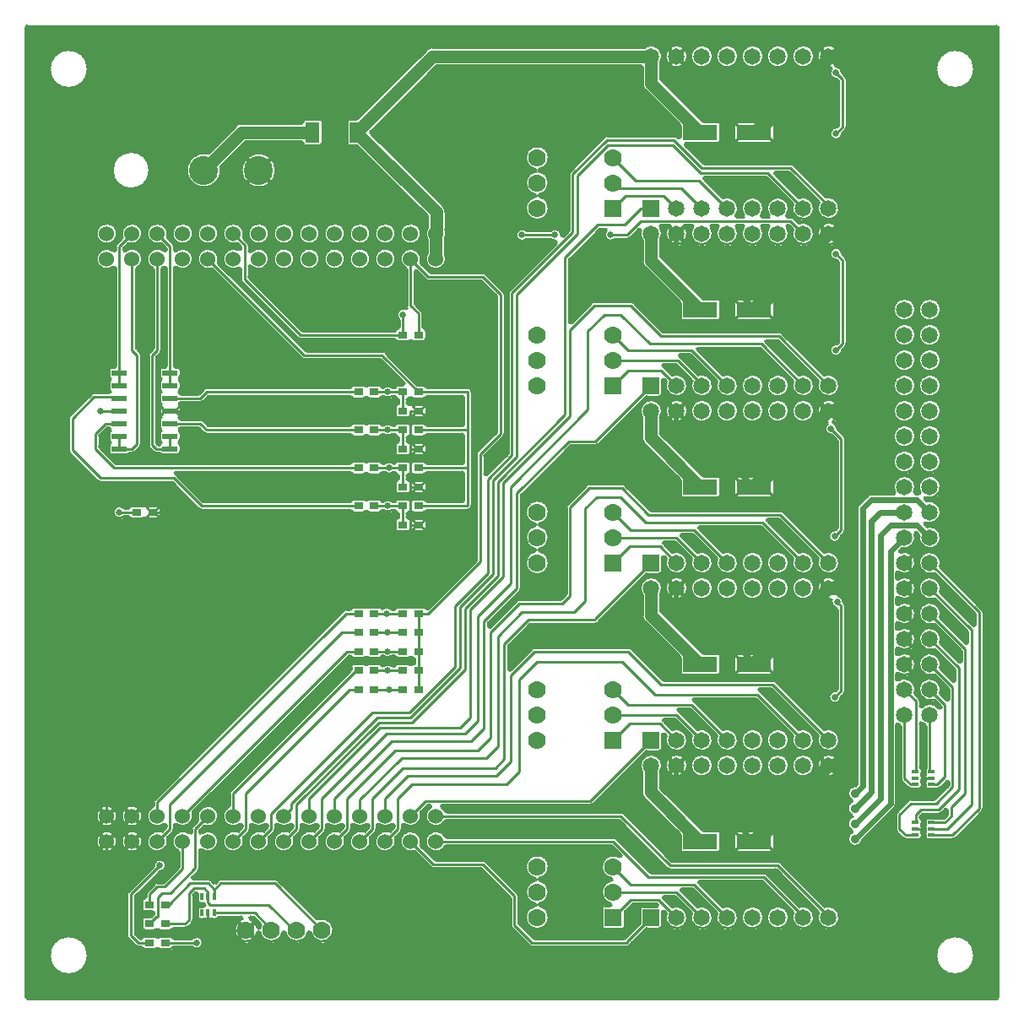
<source format=gtl>
*
*
G04 PADS 9.5 Build Number: 522968 generated Gerber (RS-274-X) file*
G04 PC Version=2.1*
*
%IN "Arm Board r1.pcb"*%
*
%MOIN*%
*
%FSLAX35Y35*%
*
*
*
*
G04 PC Standard Apertures*
*
*
G04 Thermal Relief Aperture macro.*
%AMTER*
1,1,$1,0,0*
1,0,$1-$2,0,0*
21,0,$3,$4,0,0,45*
21,0,$3,$4,0,0,135*
%
*
*
G04 Annular Aperture macro.*
%AMANN*
1,1,$1,0,0*
1,0,$2,0,0*
%
*
*
G04 Odd Aperture macro.*
%AMODD*
1,1,$1,0,0*
1,0,$1-0.005,0,0*
%
*
*
G04 PC Custom Aperture Macros*
*
*
*
*
*
*
G04 PC Aperture Table*
*
%ADD010C,0.001*%
%ADD012C,0.07*%
%ADD013C,0.11417*%
%ADD016C,0.06*%
%ADD017C,0.065*%
%ADD018C,0.01*%
%ADD021C,0.036*%
%ADD022C,0.015*%
%ADD023R,0.038X0.03*%
%ADD027R,0.02756X0.01181*%
%ADD028R,0.01181X0.02756*%
%ADD034R,0.07X0.07*%
%ADD035R,0.05512X0.08268*%
%ADD036R,0.1378X0.06299*%
%ADD037R,0.06X0.023*%
%ADD038R,0.065X0.065*%
%ADD039C,0.05*%
%ADD040C,0.022*%
%ADD041C,0.02*%
%ADD042C,0.026*%
*
*
*
*
G04 PC Circuitry*
G04 Layer Name Arm Board r1.pcb - circuitry*
%LPD*%
*
*
G04 PC Custom Flashes*
G04 Layer Name Arm Board r1.pcb - flashes*
%LPD*%
*
*
G04 PC Circuitry*
G04 Layer Name Arm Board r1.pcb - circuitry*
%LPD*%
*
G54D10*
G54D12*
G01X335000Y425000D03*
Y435000D03*
X305000D03*
Y425000D03*
Y415000D03*
X335000Y355000D03*
Y365000D03*
X305000D03*
Y355000D03*
Y345000D03*
X335000Y285000D03*
Y295000D03*
X305000D03*
Y285000D03*
Y275000D03*
X335000Y215000D03*
Y225000D03*
X305000D03*
Y215000D03*
Y205000D03*
X335000Y145000D03*
Y155000D03*
X305000D03*
Y145000D03*
Y135000D03*
X220000Y130000D03*
X210000D03*
X200000D03*
X190000D03*
G54D13*
X195000Y430000D03*
X173346D03*
G54D16*
X135000Y395000D03*
Y405000D03*
X145000Y395000D03*
Y405000D03*
X155000Y395000D03*
Y405000D03*
X165000Y395000D03*
Y405000D03*
X175000Y395000D03*
Y405000D03*
X185000Y395000D03*
Y405000D03*
X195000Y395000D03*
Y405000D03*
X205000Y395000D03*
Y405000D03*
X215000Y395000D03*
Y405000D03*
X225000Y395000D03*
Y405000D03*
X235000Y395000D03*
Y405000D03*
X245000Y395000D03*
Y405000D03*
X255000Y395000D03*
Y405000D03*
X265000Y395000D03*
Y405000D03*
X135000Y165000D03*
Y175000D03*
X145000Y165000D03*
Y175000D03*
X155000Y165000D03*
Y175000D03*
X165000Y165000D03*
Y175000D03*
X175000Y165000D03*
Y175000D03*
X185000Y165000D03*
Y175000D03*
X195000Y165000D03*
Y175000D03*
X205000Y165000D03*
Y175000D03*
X215000Y165000D03*
Y175000D03*
X225000Y165000D03*
Y175000D03*
X235000Y165000D03*
Y175000D03*
X245000Y165000D03*
Y175000D03*
X255000Y165000D03*
Y175000D03*
X265000Y165000D03*
Y175000D03*
G54D17*
X450000Y375000D03*
X460000D03*
X450000Y365000D03*
X460000D03*
X450000Y355000D03*
X460000D03*
X450000Y345000D03*
X460000D03*
X450000Y335000D03*
X460000D03*
X450000Y325000D03*
X460000D03*
X450000Y315000D03*
X460000D03*
X450000Y305000D03*
X460000D03*
X450000Y295000D03*
X460000D03*
X450000Y285000D03*
X460000D03*
X450000Y275000D03*
X460000D03*
X450000Y265000D03*
X460000D03*
X450000Y255000D03*
X460000D03*
X450000Y245000D03*
X460000D03*
X450000Y235000D03*
X460000D03*
X450000Y225000D03*
X460000D03*
X450000Y215000D03*
X460000D03*
X360000Y415000D03*
X370000D03*
X380000D03*
X390000D03*
X400000D03*
X410000D03*
X420000D03*
Y475000D03*
X410000D03*
X400000D03*
X390000D03*
X380000D03*
X370000D03*
X360000D03*
X350000D03*
X360000Y345000D03*
X370000D03*
X380000D03*
X390000D03*
X400000D03*
X410000D03*
X420000D03*
Y405000D03*
X410000D03*
X400000D03*
X390000D03*
X380000D03*
X370000D03*
X360000D03*
X350000D03*
X360000Y275000D03*
X370000D03*
X380000D03*
X390000D03*
X400000D03*
X410000D03*
X420000D03*
Y335000D03*
X410000D03*
X400000D03*
X390000D03*
X380000D03*
X370000D03*
X360000D03*
X350000D03*
X360000Y205000D03*
X370000D03*
X380000D03*
X390000D03*
X400000D03*
X410000D03*
X420000D03*
Y265000D03*
X410000D03*
X400000D03*
X390000D03*
X380000D03*
X370000D03*
X360000D03*
X350000D03*
X360000Y135000D03*
X370000D03*
X380000D03*
X390000D03*
X400000D03*
X410000D03*
X420000D03*
Y195000D03*
X410000D03*
X400000D03*
X390000D03*
X380000D03*
X370000D03*
X360000D03*
X350000D03*
G54D18*
X144600Y127800D02*
X147400Y125000D01*
X151900*
X144600Y127800D02*
Y144100D01*
X156000Y155500*
X134900Y133100D02*
X149500Y118500D01*
X179000*
Y119000*
X190000Y130000*
X134900Y133100D02*
Y164900D01*
X135000Y165000*
X158100Y125000D02*
X170500D01*
X158100Y132500D02*
X166000D01*
X167500Y134000*
Y144500*
X169500Y146500*
X173500*
X175000Y145000*
Y143150*
X151900Y132500D02*
X154700Y135300D01*
X155100*
Y142900*
X156900Y144700*
X160300*
X170000Y154400*
Y170000*
X175000Y175000*
Y136850D02*
Y133500D01*
X178500Y130000*
X190000*
X177559Y136850D02*
X193500D01*
X200350Y130000*
X200000D02*
X200350D01*
X335000Y135000D02*
X342000Y142000D01*
X353000*
X360000Y135000*
X158100Y140000D02*
X159500D01*
X168000Y148500*
X175059*
X177559Y146000*
X151900Y140000D02*
X152000Y140100D01*
Y144100*
X155000Y147100*
X158000*
X165000Y154100*
Y165000*
X175000Y143150D02*
Y141000D01*
X176000Y140000*
X199000*
X209500Y129500*
X210000Y130000*
X177559Y143150D02*
Y146000D01*
X180000Y148441*
X201559*
X220000Y130000*
X335000Y155000D02*
X342000Y148000D01*
X367000*
X380000Y135000*
X335000Y145000D02*
X360000D01*
X370000Y135000*
X165000Y175000D02*
X230000Y240000D01*
X234400*
X155000Y175000D02*
Y180500D01*
X229500Y255000*
X234400*
X155000Y165000D02*
X160000Y170000D01*
Y179500*
X185000Y175000D02*
Y184000D01*
X233500Y232500*
X234400*
X185000Y165000D02*
X190000Y170000D01*
Y184000*
X231000Y225000*
X234400*
X205000Y175000D02*
X208000Y178000D01*
Y180000*
X242000Y214000*
X255000*
X274500Y233500*
Y257500*
X287500Y270500*
Y307500*
X297000Y317000*
Y381000*
X321000Y405000*
Y428000*
X333000Y440000*
X358500*
X369500Y429000*
X396000*
X410000Y415000*
X205000Y165000D02*
X210000Y170000D01*
Y179500*
X242500Y212000*
X255500*
X276500Y233000*
Y257000*
X289500Y270000*
Y307000*
X316000Y333500*
Y395500*
X329000Y408500*
X339500*
X346000Y415000*
X350000*
X195000Y165000D02*
X200000Y170000D01*
Y176000*
X240000Y216000*
X254500*
X272500Y234000*
Y258000*
X285500Y271000*
Y308000*
X295000Y317500*
Y381500*
X319000Y405500*
Y428500*
X332500Y442000*
X359000*
X370000Y431000*
X405000*
X420500Y415500*
X225000Y175000D02*
Y182000D01*
X247500Y204500*
X279000*
X284000Y209500*
Y252000*
X297000Y265000*
Y302500*
X317500Y323000*
X328000*
X350000Y345000*
X225000Y165000D02*
X230000Y170000D01*
Y182000*
X215000Y175000D02*
Y182000D01*
X243000Y210000*
X274500*
X278500Y214000*
Y256500*
X291500Y269500*
Y306500*
X318000Y333000*
Y367000*
X327500Y376500*
X342000*
X354000Y364500*
X400500*
X420000Y345000*
X215000Y165000D02*
X220000Y170000D01*
Y182000*
X245000Y175000D02*
Y182000D01*
X254000Y191000*
X289000*
X294500Y196500*
Y230500*
X304000Y240000*
X341000*
X354000Y227000*
X398000*
X420000Y205000*
X245000Y165000D02*
X250000Y170000D01*
Y182000*
X255500Y187500*
X293000*
X298000Y192500*
Y229000*
X305000Y236000*
X338500*
X351500Y223000*
X392000*
X410000Y205000*
X235000Y175000D02*
Y181500D01*
X251500Y198000*
X285000*
X289500Y202500*
Y246000*
X299000Y255500*
X319500*
X324000Y260000*
Y296500*
X328500Y301000*
X338000*
X348000Y291000*
X394000*
X410000Y275000*
X235000Y165000D02*
X240000Y170000D01*
Y182000*
X252000Y194000*
X288500*
X292000Y197500*
Y243000*
X301500Y252500*
X328000*
Y253000*
X350000Y275000*
X265000Y175000D02*
X338000D01*
X357500Y155500*
X400000*
X420000Y135500*
Y135000*
X265000Y165000D02*
X335000D01*
X349000Y151000*
X394500*
X410000Y135500*
Y135000*
X255000Y175000D02*
X261000Y181000D01*
X326000*
X350000Y205000*
X255000Y165000D02*
X264000Y156000D01*
X283500*
X296000Y143500*
Y132000*
X303000Y125000*
X340500*
Y125500*
X350000Y135000*
X448000Y175500D02*
X452500Y180000D01*
X462500*
X469000Y186500*
Y226000*
X448000Y175500D02*
Y170000D01*
X450500Y167500*
X454350*
Y167441*
Y172559D02*
X454500Y172709D01*
Y175500*
X456500Y177500*
X463500*
X471500Y185500*
Y233500*
X454350Y170000D02*
X457500D01*
Y162500*
X460650Y172559D02*
Y172500D01*
X466000*
X468500Y175000*
Y178500*
X474000Y184000*
Y241000*
X460650Y170000D02*
X467000D01*
X476500Y179500*
Y248500*
X460650Y167441D02*
X460709Y167500D01*
X469000*
X479500Y178000*
Y255500*
X160000Y179500D02*
X228000Y247500D01*
X234400*
X220000Y182000D02*
X245500Y207500D01*
X276500*
X281500Y212500*
Y254000*
X294500Y267000*
Y305000*
X325000Y335500*
Y366500*
X331500Y373000*
X338000*
X349500Y361500*
X393500*
X410000Y345000*
X230000Y182000D02*
X249000Y201000D01*
X281500*
X286500Y206000*
Y247500*
X298000Y259000*
X315000*
X318000Y262000*
Y297000*
X325500Y304500*
X338500*
X349000Y294000*
X401000*
X420000Y275000*
X457500Y183000D02*
Y190000D01*
X460650*
Y187441D02*
X463000D01*
X466000Y190441*
Y219000*
X454350Y192559D02*
X454500Y192709D01*
Y203500*
X335000Y215000D02*
X360000D01*
X370000Y205000*
X335000D02*
X341500Y211500D01*
X353500*
X360000Y205000*
X450000Y215000D02*
Y190000D01*
X452500Y187500*
X454350*
Y187441*
X460000Y215000D02*
Y192559D01*
X460650*
X246500Y225000D02*
X251900D01*
X246000Y232500D02*
X251900D01*
X240600Y225000D02*
X246500D01*
X240600Y232500D02*
X246000D01*
X258100Y225000D02*
Y232500D01*
Y240000*
X335000Y225000D02*
X341000Y219000D01*
X366000*
X380000Y205000*
X422500Y222000D02*
X425000Y224500D01*
Y258000*
X450000Y225000D02*
X454500Y220500D01*
Y203500*
X460000Y225000D02*
X466000Y219000D01*
X460000Y235000D02*
X469000Y226000D01*
X245500Y255000D02*
X251900D01*
X246000Y247500D02*
X251900D01*
Y240000D02*
X246000D01*
X240600*
Y247500D02*
X246000D01*
X240600Y255000D02*
X245500D01*
X258100Y240000D02*
Y247500D01*
Y255000*
X262000*
X282500Y275500*
Y318000*
X290500Y326000*
Y381000*
X460000Y245000D02*
X471500Y233500D01*
X460000Y255000D02*
X474000Y241000D01*
X335000Y275000D02*
X341500Y281500D01*
X353500*
X360000Y275000*
X423500Y259500D02*
X425000Y258000D01*
X460000Y265000D02*
X476500Y248500D01*
X460000Y275000D02*
X479500Y255500D01*
X116000Y295000D02*
X135000Y276000D01*
Y175000*
X116000Y295000D02*
Y403000D01*
X131000Y418000*
X183500*
Y418500*
X195000Y430000*
X140000Y295000D02*
X146900D01*
X153100D02*
X160000D01*
Y269000*
X165500Y263500*
X248000*
X255000Y270500*
Y290000*
X251900Y297500D02*
X246000D01*
X240600*
X255000Y305000D02*
Y290000D01*
X258100*
Y297500D02*
X277500D01*
Y312500*
X251900Y297500D02*
Y290000D01*
X335000Y295000D02*
X342000Y288000D01*
X367000*
X380000Y275000*
X335000Y285000D02*
X360000D01*
X370000Y275000*
X422500Y285500D02*
X425000Y288000D01*
Y306000*
X251900Y312500D02*
X246500D01*
X240600*
X255000Y320000D02*
Y305000D01*
X258100*
Y312500D02*
X277500D01*
X251900Y305000D02*
Y312500D01*
X277500D02*
Y327500D01*
X121500Y319500D02*
X132500Y308500D01*
X161500*
X172500Y297500*
X234400*
X121500Y319500D02*
Y332000D01*
X130000Y340500*
X139500*
X140000Y340000*
X130500Y320000D02*
X138000Y312500D01*
X234400*
X130500Y320000D02*
Y326000D01*
X134500Y330000*
X140000*
X132500Y335000D02*
X140000D01*
Y320000D02*
X145000D01*
X147000Y322000*
Y327000*
X140000Y325000D02*
Y320000D01*
X153000Y327500D02*
Y321500D01*
X154500Y320000*
X160000*
X153000Y327500D02*
Y357000D01*
X155000Y359000*
Y395000*
X160000Y335000D02*
X167500D01*
X160000Y330000D02*
X172000D01*
X174500Y327500*
X234400*
X160000Y325000D02*
Y320000D01*
X251900Y327500D02*
X246000D01*
X240600*
X255000Y320000D02*
Y335000D01*
X258100*
X255000Y320000D02*
X258100D01*
Y327500D02*
X277500D01*
X251900Y320000D02*
Y327500D01*
X421000Y328000D02*
X425000Y324000D01*
Y306000*
X140000Y345000D02*
Y349500D01*
Y350000*
Y400000*
X145000Y405000*
X160000Y350000D02*
Y345000D01*
Y340000D02*
X172000D01*
X174500Y342500*
X234400*
X251900D02*
X246000D01*
X240600*
X258100D02*
X277500D01*
Y327500*
X251900Y342500D02*
Y335000D01*
X335000Y355000D02*
X360500D01*
X369500Y346000*
X335000Y345000D02*
X341000Y351000D01*
X354000*
X360000Y345000*
X369500Y346000D02*
X368500Y345000D01*
X370000*
X255000Y395000D02*
Y376500D01*
X258100Y373400*
Y365000*
X251900D02*
X252000Y365100D01*
Y373000*
X335000Y365000D02*
X341000Y359000D01*
X366000*
X380000Y345000*
X423000Y359000D02*
X425500Y361500D01*
Y394500*
X145000Y395000D02*
Y359000D01*
X147000Y357000*
Y327000*
X175000Y395000D02*
X213000Y357000D01*
X244000*
Y356600*
X258100Y342500*
X255000Y395000D02*
X262000Y388000D01*
X283500*
X290500Y381000*
X423000Y397000D02*
X425500Y394500D01*
X155000Y405000D02*
X160000Y400000D01*
Y350000*
X185000Y405000D02*
X189500Y400500D01*
Y387000*
X211500Y365000*
X251900*
X299000Y404500D02*
X312000D01*
X334000D02*
X340500D01*
X346000Y410000*
X405000*
X410000Y405000*
X335000Y415000D02*
X340000Y420000D01*
X355000*
X360000Y415000*
X420000D02*
X420500Y414500D01*
Y415500*
X335000Y435000D02*
X344000Y426000D01*
X369000*
X380000Y415000*
X335000Y425000D02*
X337000Y423000D01*
X362000*
X370000Y415000*
X423000Y444500D02*
X425500Y447000D01*
Y466000*
X423000Y468500D02*
X425500Y466000D01*
X477600Y120000D02*
G75*
G03X477600I-7600J0D01*
G01X464350Y315000D02*
G03X464350I-4350J0D01*
G01Y325000D02*
G03X464350I-4350J0D01*
G01Y335000D02*
G03X464350I-4350J0D01*
G01Y345000D02*
G03X464350I-4350J0D01*
G01Y355000D02*
G03X464350I-4350J0D01*
G01Y365000D02*
G03X464350I-4350J0D01*
G01Y375000D02*
G03X464350I-4350J0D01*
G01X477600Y470000D02*
G03X477600I-7600J0D01*
G01X454350Y315000D02*
G03X454350I-4350J0D01*
G01Y325000D02*
G03X454350I-4350J0D01*
G01Y335000D02*
G03X454350I-4350J0D01*
G01Y345000D02*
G03X454350I-4350J0D01*
G01Y355000D02*
G03X454350I-4350J0D01*
G01Y365000D02*
G03X454350I-4350J0D01*
G01Y375000D02*
G03X454350I-4350J0D01*
G01X424350Y195000D02*
G03X424350I-4350J0D01*
G01X414350D02*
G03X414350I-4350J0D01*
G01X404350D02*
G03X404350I-4350J0D01*
G01Y205000D02*
G03X404350I-4350J0D01*
G01X394350Y195000D02*
G03X394350I-4350J0D01*
G01Y205000D02*
G03X394350I-4350J0D01*
G01X384350Y195000D02*
G03X384350I-4350J0D01*
G01X374350D02*
G03X374350I-4350J0D01*
G01X364350D02*
G03X364350I-4350J0D01*
G01X414350Y265000D02*
G03X414350I-4350J0D01*
G01X404350D02*
G03X404350I-4350J0D01*
G01Y275000D02*
G03X404350I-4350J0D01*
G01X394350Y265000D02*
G03X394350I-4350J0D01*
G01Y275000D02*
G03X394350I-4350J0D01*
G01X384350Y265000D02*
G03X384350I-4350J0D01*
G01X374350D02*
G03X374350I-4350J0D01*
G01X364350D02*
G03X364350I-4350J0D01*
G01X414350Y335000D02*
G03X414350I-4350J0D01*
G01X404350D02*
G03X404350I-4350J0D01*
G01Y345000D02*
G03X404350I-4350J0D01*
G01X394350Y335000D02*
G03X394350I-4350J0D01*
G01Y345000D02*
G03X394350I-4350J0D01*
G01X384350Y335000D02*
G03X384350I-4350J0D01*
G01X374350D02*
G03X374350I-4350J0D01*
G01X364350D02*
G03X364350I-4350J0D01*
G01X424350Y405000D02*
G03X424350I-4350J0D01*
G01X414350Y475000D02*
G03X414350I-4350J0D01*
G01X404350D02*
G03X404350I-4350J0D01*
G01X394350D02*
G03X394350I-4350J0D01*
G01X384350D02*
G03X384350I-4350J0D01*
G01X374350D02*
G03X374350I-4350J0D01*
G01X364350D02*
G03X364350I-4350J0D01*
G01X229100Y395000D02*
G03X229100I-4100J0D01*
G01Y405000D02*
G03X229100I-4100J0D01*
G01X219100Y395000D02*
G03X219100I-4100J0D01*
G01Y405000D02*
G03X219100I-4100J0D01*
G01X139100D02*
G03X139100I-4100J0D01*
G01X151962Y430000D02*
G03X151962I-7356J0D01*
G01X127600Y470000D02*
G03X127600I-7600J0D01*
G01X209100Y395000D02*
G03X209100I-4100J0D01*
G01Y405000D02*
G03X209100I-4100J0D01*
G01X199100D02*
G03X199100I-4100J0D01*
G01X201809Y430000D02*
G03X201809I-6809J0D01*
G01X179100Y405000D02*
G03X179100I-4100J0D01*
G01X169100D02*
G03X169100I-4100J0D01*
G01X149100Y165000D02*
G03X149100I-4100J0D01*
G01Y175000D02*
G03X149100I-4100J0D01*
G01X139100Y165000D02*
G03X139100I-4100J0D01*
G01Y175000D02*
G03X139100I-4100J0D01*
G01X127600Y120000D02*
G03X127600I-7600J0D01*
G01X259100Y405000D02*
G03X259100I-4100J0D01*
G01X249100Y395000D02*
G03X249100I-4100J0D01*
G01Y405000D02*
G03X249100I-4100J0D01*
G01X239100Y395000D02*
G03X239100I-4100J0D01*
G01Y405000D02*
G03X239100I-4100J0D01*
G01X404350Y135000D02*
G03X404350I-4350J0D01*
G01X394350D02*
G03X394350I-4350J0D01*
G01X487000Y103500D02*
Y486500D01*
G03X486500Y487000I-500J-0*
G01X103500*
G03X103000Y486500I0J-500*
G01Y103500*
G03X103500Y103000I500J0*
G01X486500*
G03X487000Y103500I-0J500*
G01X195788Y131849D02*
G03X195684Y132404I-458J201D01*
G01X192984Y135104*
G03X192630Y135250I-354J-354*
G01X191856*
G03X191674Y134285I-0J-500*
G01X194510Y130907D02*
G03X191674Y134285I-4510J-907D01*
G01X194510Y130907D02*
G03X195490I490J98D01*
G01X195788Y131849D02*
G03X195490Y130907I4212J-1849D01*
G01X275900Y299600D02*
Y310400D01*
G03X275400Y310900I-500J-0*
G01X261483*
G03X261020Y310587I0J-500*
G01X260000Y309900D02*
G03X261020Y310587I0J1100D01*
G01X260000Y309900D02*
X256200D01*
X255375Y310272D02*
G03X256200Y309900I825J728D01*
G01X255375Y310272D02*
G03X254625I-375J-330D01*
G01X253938Y309909D02*
G03X254625Y310272I-138J1091D01*
G01X253938Y309909D02*
G03X253500Y309413I62J-496D01*
G01Y308087*
G03X253938Y307591I500J0*
G01X254625Y307228D02*
G03X253938Y307591I-825J-728D01*
G01X254625Y307228D02*
G03X255375I375J330D01*
G01X256200Y307600D02*
G03X255375Y307228I0J-1100D01*
G01X256200Y307600D02*
X260000D01*
X261100Y306500D02*
G03X260000Y307600I-1100J0D01*
G01X261100Y306500D02*
Y303500D01*
X260000Y302400D02*
G03X261100Y303500I0J1100D01*
G01X260000Y302400D02*
X256200D01*
X255375Y302772D02*
G03X256200Y302400I825J728D01*
G01X255375Y302772D02*
G03X254625I-375J-330D01*
G01X253800Y302400D02*
G03X254625Y302772I0J1100D01*
G01X253800Y302400D02*
X250000D01*
X248900Y303500D02*
G03X250000Y302400I1100J0D01*
G01X248900Y303500D02*
Y306500D01*
X249862Y307591D02*
G03X248900Y306500I138J-1091D01*
G01X249862Y307591D02*
G03X250300Y308087I-62J496D01*
G01Y309413*
G03X249862Y309909I-500J-0*
G01X248980Y310587D02*
G03X249862Y309909I1020J413D01*
G01X248980Y310587D02*
G03X248517Y310900I-463J-187D01*
G01X248500*
G03X248155Y310762I0J-500*
G01X244845D02*
G03X248155I1655J1738D01*
G01X244845D02*
G03X244500Y310900I-345J-362D01*
G01X243983*
G03X243520Y310587I0J-500*
G01X242500Y309900D02*
G03X243520Y310587I0J1100D01*
G01X242500Y309900D02*
X238700D01*
X237875Y310272D02*
G03X238700Y309900I825J728D01*
G01X237875Y310272D02*
G03X237125I-375J-330D01*
G01X236300Y309900D02*
G03X237125Y310272I0J1100D01*
G01X236300Y309900D02*
X232500D01*
X231480Y310587D02*
G03X232500Y309900I1020J413D01*
G01X231480Y310587D02*
G03X231017Y310900I-463J-187D01*
G01X162395*
G03X162182Y309948I-0J-500*
G01X162631Y309631D02*
G03X162182Y309948I-1131J-1131D01*
G01X162631Y309631D02*
X173016Y299246D01*
G03X173370Y299100I354J354*
G01X231017*
G03X231480Y299413I-0J500*
G01X232500Y300100D02*
G03X231480Y299413I0J-1100D01*
G01X232500Y300100D02*
X236300D01*
X237125Y299728D02*
G03X236300Y300100I-825J-728D01*
G01X237125Y299728D02*
G03X237875I375J330D01*
G01X238700Y300100D02*
G03X237875Y299728I0J-1100D01*
G01X238700Y300100D02*
X242500D01*
X243520Y299413D02*
G03X242500Y300100I-1020J-413D01*
G01X243520Y299413D02*
G03X243983Y299100I463J187D01*
G01X244000*
G03X244345Y299238I-0J500*
G01X247655D02*
G03X244345I-1655J-1738D01*
G01X247655D02*
G03X248000Y299100I345J362D01*
G01X248517*
G03X248980Y299413I-0J500*
G01X250000Y300100D02*
G03X248980Y299413I0J-1100D01*
G01X250000Y300100D02*
X253800D01*
X254625Y299728D02*
G03X253800Y300100I-825J-728D01*
G01X254625Y299728D02*
G03X255375I375J330D01*
G01X256200Y300100D02*
G03X255375Y299728I0J-1100D01*
G01X256200Y300100D02*
X260000D01*
X261020Y299413D02*
G03X260000Y300100I-1020J-413D01*
G01X261020Y299413D02*
G03X261483Y299100I463J187D01*
G01X275400*
G03X275900Y299600I-0J500*
G01Y329600D02*
Y340400D01*
G03X275400Y340900I-500J-0*
G01X261483*
G03X261020Y340587I0J-500*
G01X260000Y339900D02*
G03X261020Y340587I0J1100D01*
G01X260000Y339900D02*
X256200D01*
X255375Y340272D02*
G03X256200Y339900I825J728D01*
G01X255375Y340272D02*
G03X254625I-375J-330D01*
G01X253938Y339909D02*
G03X254625Y340272I-138J1091D01*
G01X253938Y339909D02*
G03X253500Y339413I62J-496D01*
G01Y338087*
G03X253938Y337591I500J0*
G01X254625Y337228D02*
G03X253938Y337591I-825J-728D01*
G01X254625Y337228D02*
G03X255375I375J330D01*
G01X256200Y337600D02*
G03X255375Y337228I0J-1100D01*
G01X256200Y337600D02*
X260000D01*
X261100Y336500D02*
G03X260000Y337600I-1100J0D01*
G01X261100Y336500D02*
Y333500D01*
X260000Y332400D02*
G03X261100Y333500I0J1100D01*
G01X260000Y332400D02*
X256200D01*
X255375Y332772D02*
G03X256200Y332400I825J728D01*
G01X255375Y332772D02*
G03X254625I-375J-330D01*
G01X253800Y332400D02*
G03X254625Y332772I0J1100D01*
G01X253800Y332400D02*
X250000D01*
X248900Y333500D02*
G03X250000Y332400I1100J0D01*
G01X248900Y333500D02*
Y336500D01*
X249862Y337591D02*
G03X248900Y336500I138J-1091D01*
G01X249862Y337591D02*
G03X250300Y338087I-62J496D01*
G01Y339413*
G03X249862Y339909I-500J-0*
G01X248980Y340587D02*
G03X249862Y339909I1020J413D01*
G01X248980Y340587D02*
G03X248517Y340900I-463J-187D01*
G01X248000*
G03X247655Y340762I0J-500*
G01X244345D02*
G03X247655I1655J1738D01*
G01X244345D02*
G03X244000Y340900I-345J-362D01*
G01X243983*
G03X243520Y340587I0J-500*
G01X242500Y339900D02*
G03X243520Y340587I0J1100D01*
G01X242500Y339900D02*
X238700D01*
X237875Y340272D02*
G03X238700Y339900I825J728D01*
G01X237875Y340272D02*
G03X237125I-375J-330D01*
G01X236300Y339900D02*
G03X237125Y340272I0J1100D01*
G01X236300Y339900D02*
X232500D01*
X231480Y340587D02*
G03X232500Y339900I1020J413D01*
G01X231480Y340587D02*
G03X231017Y340900I-463J-187D01*
G01X175370*
G03X175016Y340754I-0J-500*
G01X173131Y338869*
X172000Y338400D02*
G03X173131Y338869I0J1600D01*
G01X172000Y338400D02*
X164287D01*
G03X163885Y338197I0J-500*
G01X163590Y337922D02*
G03X163885Y338197I-590J928D01*
G01X163590Y337922D02*
G03Y337078I269J-422D01*
G01X164100Y336150D02*
G03X163590Y337078I-1100J0D01*
G01X164100Y336150D02*
Y333850D01*
X163590Y332922D02*
G03X164100Y333850I-590J928D01*
G01X163590Y332922D02*
G03Y332078I269J-422D01*
G01X163885Y331803D02*
G03X163590Y332078I-885J-653D01*
G01X163885Y331803D02*
G03X164287Y331600I402J297D01*
G01X172000*
X173131Y331131D02*
G03X172000Y331600I-1131J-1131D01*
G01X173131Y331131D02*
X175016Y329246D01*
G03X175370Y329100I354J354*
G01X231017*
G03X231480Y329413I-0J500*
G01X232500Y330100D02*
G03X231480Y329413I0J-1100D01*
G01X232500Y330100D02*
X236300D01*
X237125Y329728D02*
G03X236300Y330100I-825J-728D01*
G01X237125Y329728D02*
G03X237875I375J330D01*
G01X238700Y330100D02*
G03X237875Y329728I0J-1100D01*
G01X238700Y330100D02*
X242500D01*
X243520Y329413D02*
G03X242500Y330100I-1020J-413D01*
G01X243520Y329413D02*
G03X243983Y329100I463J187D01*
G01X244000*
G03X244345Y329238I-0J500*
G01X247655D02*
G03X244345I-1655J-1738D01*
G01X247655D02*
G03X248000Y329100I345J362D01*
G01X248517*
G03X248980Y329413I-0J500*
G01X250000Y330100D02*
G03X248980Y329413I0J-1100D01*
G01X250000Y330100D02*
X253800D01*
X254625Y329728D02*
G03X253800Y330100I-825J-728D01*
G01X254625Y329728D02*
G03X255375I375J330D01*
G01X256200Y330100D02*
G03X255375Y329728I0J-1100D01*
G01X256200Y330100D02*
X260000D01*
X261020Y329413D02*
G03X260000Y330100I-1020J-413D01*
G01X261020Y329413D02*
G03X261483Y329100I463J187D01*
G01X275400*
G03X275900Y329600I-0J500*
G01X158400Y352750D02*
Y391429D01*
G03X157585Y391817I-500J0*
G01X156872Y391352D02*
G03X157585Y391817I-1872J3648D01*
G01X156872Y391352D02*
G03X156600Y390907I228J-445D01*
G01Y359000*
X156131Y357869D02*
G03X156600Y359000I-1131J1131D01*
G01X156131Y357869D02*
X154746Y356484D01*
G03X154600Y356130I354J-354*
G01Y327500*
Y322370*
G03X154746Y322016I500J-0*
G01X155016Y321746*
G03X155370Y321600I354J354*
G01X155713*
G03X156115Y321803I-0J500*
G01X156410Y322078D02*
G03X156115Y321803I590J-928D01*
G01X156410Y322078D02*
G03Y322922I-269J422D01*
G01X155900Y323850D02*
G03X156410Y322922I1100J0D01*
G01X155900Y323850D02*
Y326150D01*
X156410Y327078D02*
G03X155900Y326150I590J-928D01*
G01X156410Y327078D02*
G03Y327922I-269J422D01*
G01X155900Y328850D02*
G03X156410Y327922I1100J0D01*
G01X155900Y328850D02*
Y331150D01*
X156410Y332078D02*
G03X155900Y331150I590J-928D01*
G01X156410Y332078D02*
G03Y332922I-269J422D01*
G01X155900Y333850D02*
G03X156410Y332922I1100J0D01*
G01X155900Y333850D02*
Y336150D01*
X156410Y337078D02*
G03X155900Y336150I590J-928D01*
G01X156410Y337078D02*
G03Y337922I-269J422D01*
G01X155900Y338850D02*
G03X156410Y337922I1100J0D01*
G01X155900Y338850D02*
Y341150D01*
X156410Y342078D02*
G03X155900Y341150I590J-928D01*
G01X156410Y342078D02*
G03Y342922I-269J422D01*
G01X155900Y343850D02*
G03X156410Y342922I1100J0D01*
G01X155900Y343850D02*
Y346150D01*
X156410Y347078D02*
G03X155900Y346150I590J-928D01*
G01X156410Y347078D02*
G03Y347922I-269J422D01*
G01X155900Y348850D02*
G03X156410Y347922I1100J0D01*
G01X155900Y348850D02*
Y351150D01*
X157000Y352250D02*
G03X155900Y351150I0J-1100D01*
G01X157000Y352250D02*
X157900D01*
G03X158400Y352750I-0J500*
G01X477600Y120000D02*
G03X477600I-7600J0D01*
G01X481100Y255500D02*
Y178000D01*
X480631Y176869D02*
G03X481100Y178000I-1131J1131D01*
G01X480631Y176869D02*
X470131Y166369D01*
X469000Y165900D02*
G03X470131Y166369I0J1600D01*
G01X469000Y165900D02*
X462703D01*
G03X462492Y165853I0J-500*
G01X462028Y165750D02*
G03X462492Y165853I-0J1100D01*
G01X462028Y165750D02*
X459272D01*
X458172Y166850D02*
G03X459272Y165750I1100J0D01*
G01X458172Y166850D02*
Y168031D01*
X458279Y168505D02*
G03X458172Y168031I993J-474D01*
G01X458279Y168505D02*
G03Y168936I-451J215D01*
G01X458172Y169409D02*
G03X458279Y168936I1100J0D01*
G01X458172Y169409D02*
Y170591D01*
X458279Y171064D02*
G03X458172Y170591I993J-473D01*
G01X458279Y171064D02*
G03Y171495I-451J216D01*
G01X458172Y171969D02*
G03X458279Y171495I1100J-0D01*
G01X458172Y171969D02*
Y173150D01*
X459272Y174250D02*
G03X458172Y173150I-0J-1100D01*
G01X459272Y174250D02*
X462028D01*
X462492Y174147D02*
G03X462028Y174250I-464J-997D01*
G01X462492Y174147D02*
G03X462703Y174100I211J453D01*
G01X465130*
G03X465484Y174246I0J500*
G01X466754Y175516*
G03X466900Y175870I-354J354*
G01Y177430*
G03X466046Y177784I-500J0*
G01X464631Y176369*
X463500Y175900D02*
G03X464631Y176369I0J1600D01*
G01X463500Y175900D02*
X457370D01*
G03X457016Y175754I-0J-500*
G01X456246Y174984*
G03X456100Y174630I354J-354*
G01Y174491*
G03X456328Y174072I500J0*
G01X456828Y173150D02*
G03X456328Y174072I-1100J-0D01*
G01X456828Y173150D02*
Y171969D01*
X456721Y171495D02*
G03X456828Y171969I-993J474D01*
G01X456721Y171495D02*
G03Y171064I451J-215D01*
G01X456828Y170591D02*
G03X456721Y171064I-1100J-0D01*
G01X456828Y170591D02*
Y169409D01*
X456721Y168936D02*
G03X456828Y169409I-993J473D01*
G01X456721Y168936D02*
G03Y168505I451J-216D01*
G01X456828Y168031D02*
G03X456721Y168505I-1100J0D01*
G01X456828Y168031D02*
Y166850D01*
X455728Y165750D02*
G03X456828Y166850I0J1100D01*
G01X455728Y165750D02*
X452972D01*
X452508Y165853D02*
G03X452972Y165750I464J997D01*
G01X452508Y165853D02*
G03X452297Y165900I-211J-453D01*
G01X450500*
X449369Y166369D02*
G03X450500Y165900I1131J1131D01*
G01X449369Y166369D02*
X446869Y168869D01*
X446400Y170000D02*
G03X446869Y168869I1600J0D01*
G01X446400Y170000D02*
Y175500D01*
X446869Y176631D02*
G03X446400Y175500I1131J-1131D01*
G01X446869Y176631D02*
X451369Y181131D01*
X452500Y181600D02*
G03X451369Y181131I0J-1600D01*
G01X452500Y181600D02*
X461630D01*
G03X461984Y181746I0J500*
G01X467254Y187016*
G03X467400Y187370I-354J354*
G01Y188371*
G03X466546Y188725I-500J0*
G01X464131Y186310*
X463000Y185841D02*
G03X464131Y186310I0J1600D01*
G01X463000Y185841D02*
X462558D01*
G03X462392Y185813I0J-500*
G01X462028Y185750D02*
G03X462392Y185813I-0J1100D01*
G01X462028Y185750D02*
X459272D01*
X458172Y186850D02*
G03X459272Y185750I1100J0D01*
G01X458172Y186850D02*
Y188031D01*
X458279Y188505D02*
G03X458172Y188031I993J-474D01*
G01X458279Y188505D02*
G03Y188936I-451J215D01*
G01X458172Y189409D02*
G03X458279Y188936I1100J0D01*
G01X458172Y189409D02*
Y190591D01*
X458279Y191064D02*
G03X458172Y190591I993J-473D01*
G01X458279Y191064D02*
G03Y191495I-451J216D01*
G01X458172Y191969D02*
G03X458279Y191495I1100J-0D01*
G01X458172Y191969D02*
Y193150D01*
X458329Y193716D02*
G03X458172Y193150I943J-566D01*
G01X458329Y193716D02*
G03X458400Y193973I-429J257D01*
G01Y210628*
G03X458116Y211079I-500J0*
G01X456951Y211898D02*
G03X458116Y211079I3049J3102D01*
G01X456951Y211898D02*
G03X456100Y211541I-351J-357D01*
G01Y203500*
Y194491*
G03X456328Y194072I500J0*
G01X456828Y193150D02*
G03X456328Y194072I-1100J-0D01*
G01X456828Y193150D02*
Y191969D01*
X456721Y191495D02*
G03X456828Y191969I-993J474D01*
G01X456721Y191495D02*
G03Y191064I451J-215D01*
G01X456828Y190591D02*
G03X456721Y191064I-1100J-0D01*
G01X456828Y190591D02*
Y189409D01*
X456721Y188936D02*
G03X456828Y189409I-993J473D01*
G01X456721Y188936D02*
G03Y188505I451J-216D01*
G01X456828Y188031D02*
G03X456721Y188505I-1100J0D01*
G01X456828Y188031D02*
Y186850D01*
X455728Y185750D02*
G03X456828Y186850I0J1100D01*
G01X455728Y185750D02*
X452972D01*
X452490Y185862D02*
G03X452972Y185750I482J988D01*
G01X452490Y185862D02*
G03X452325Y185910I-219J-449D01*
G01X451369Y186369D02*
G03X452325Y185910I1131J1131D01*
G01X451369Y186369D02*
X448869Y188869D01*
X448400Y190000D02*
G03X448869Y188869I1600J0D01*
G01X448400Y190000D02*
Y210628D01*
G03X448116Y211079I-500J0*
G01X447489Y211448D02*
G03X448116Y211079I2511J3552D01*
G01X447489Y211448D02*
G03X446700Y211040I-289J-408D01*
G01Y180000*
X446056Y178444D02*
G03X446700Y180000I-1556J1556D01*
G01X446056Y178444D02*
X433517Y165906D01*
G03X433375Y165618I353J-354*
G01X429135Y168559D02*
G03X433375Y165618I1365J-2559D01*
G01X429135Y168559D02*
G03Y169441I-235J441D01*
G01Y174559D02*
G03Y169441I1365J-2559D01*
G01Y174559D02*
G03Y175441I-235J441D01*
G01Y180559D02*
G03Y175441I1365J-2559D01*
G01Y180559D02*
G03Y181441I-235J441D01*
G01X430118Y186875D02*
G03X429135Y181441I382J-2875D01*
G01X430118Y186875D02*
G03X430406Y187017I-66J495D01*
G01X431154Y187765*
G03X431300Y188118I-354J353*
G01Y199500*
Y296500*
X431944Y298056D02*
G03X431300Y296500I1556J-1556D01*
G01X431944Y298056D02*
X435444Y301556D01*
X437000Y302200D02*
G03X435444Y301556I0J-2200D01*
G01X437000Y302200D02*
X445730D01*
G03X446170Y302937I0J500*
G01X453830D02*
G03X446170I-3830J2063D01*
G01X453830D02*
G03X454270Y302200I440J-237D01*
G01X455000*
X455649Y302102D02*
G03X455000Y302200I-649J-2102D01*
G01X455649Y302102D02*
G03X456230Y302829I148J478D01*
G01X458561Y300895D02*
G03X456230Y302829I1439J4105D01*
G01X458561Y300895D02*
G03X458042Y300070I-166J-472D01*
G01X458707Y299405*
G03X459157Y299268I353J353*
G01X458561Y290895D02*
G03X459157Y299268I1439J4105D01*
G01X458561Y290895D02*
G03X458042Y290070I-166J-472D01*
G01X458707Y289405*
G03X459157Y289268I353J353*
G01X455732Y285843D02*
G03X459157Y289268I4268J-843D01*
G01X455732Y285843D02*
G03X455595Y286293I-490J97D01*
G01X454930Y286958*
G03X454105Y286439I-353J-353*
G01X449157Y280732D02*
G03X454105Y286439I843J4268D01*
G01X449157Y280732D02*
G03X448707Y280595I-97J-490D01*
G01X448042Y279930*
G03X448561Y279105I353J-353*
G01X447489Y271448D02*
G03X448561Y279105I2511J3552D01*
G01X447489Y271448D02*
G03X446700Y271040I-289J-408D01*
G01Y268960*
G03X447489Y268552I500J0*
G01Y261448D02*
G03Y268552I2511J3552D01*
G01Y261448D02*
G03X446700Y261040I-289J-408D01*
G01Y258960*
G03X447489Y258552I500J0*
G01Y251448D02*
G03Y258552I2511J3552D01*
G01Y251448D02*
G03X446700Y251040I-289J-408D01*
G01Y248960*
G03X447489Y248552I500J0*
G01Y241448D02*
G03Y248552I2511J3552D01*
G01Y241448D02*
G03X446700Y241040I-289J-408D01*
G01Y238960*
G03X447489Y238552I500J0*
G01Y231448D02*
G03Y238552I2511J3552D01*
G01Y231448D02*
G03X446700Y231040I-289J-408D01*
G01Y228960*
G03X447489Y228552I500J0*
G01X454104Y223559D02*
G03X447489Y228552I-4104J1441D01*
G01X454104Y223559D02*
G03X454223Y223040I472J-165D01*
G01X455631Y221631*
X456100Y220500D02*
G03X455631Y221631I-1600J0D01*
G01X456100Y220500D02*
Y218459D01*
G03X456951Y218102I500J-0*
G01X463498Y217586D02*
G03X456951Y218102I-3498J-2586D01*
G01X463498Y217586D02*
G03X464400Y217883I402J297D01*
G01Y218130*
G03X464254Y218484I-500J0*
G01X461960Y220777*
G03X461441Y220896I-354J-353*
G01X464104Y223559D02*
G03X461441Y220896I-4104J1441D01*
G01X464104Y223559D02*
G03X464223Y223040I472J-165D01*
G01X466546Y220716*
G03X467400Y221070I354J354*
G01Y225130*
G03X467254Y225484I-500J0*
G01X461960Y230777*
G03X461441Y230896I-354J-353*
G01X464104Y233559D02*
G03X461441Y230896I-4104J1441D01*
G01X464104Y233559D02*
G03X464223Y233040I472J-165D01*
G01X469046Y228216*
G03X469900Y228570I354J354*
G01Y232630*
G03X469754Y232984I-500J0*
G01X461960Y240777*
G03X461441Y240896I-354J-353*
G01X464104Y243559D02*
G03X461441Y240896I-4104J1441D01*
G01X464104Y243559D02*
G03X464223Y243040I472J-165D01*
G01X471546Y235716*
G03X472400Y236070I354J354*
G01Y240130*
G03X472254Y240484I-500J0*
G01X461960Y250777*
G03X461441Y250896I-354J-353*
G01X464104Y253559D02*
G03X461441Y250896I-4104J1441D01*
G01X464104Y253559D02*
G03X464223Y253040I472J-165D01*
G01X474046Y243216*
G03X474900Y243570I354J354*
G01Y247630*
G03X474754Y247984I-500J0*
G01X461960Y260777*
G03X461441Y260896I-354J-353*
G01X464104Y263559D02*
G03X461441Y260896I-4104J1441D01*
G01X464104Y263559D02*
G03X464223Y263040I472J-165D01*
G01X477046Y250216*
G03X477900Y250570I354J354*
G01Y254630*
G03X477754Y254984I-500J0*
G01X461960Y270777*
G03X461441Y270896I-354J-353*
G01X464104Y273559D02*
G03X461441Y270896I-4104J1441D01*
G01X464104Y273559D02*
G03X464223Y273040I472J-165D01*
G01X480631Y256631*
X481100Y255500D02*
G03X480631Y256631I-1600J0D01*
G01X464350Y315000D02*
G03X464350I-4350J0D01*
G01Y325000D02*
G03X464350I-4350J0D01*
G01Y335000D02*
G03X464350I-4350J0D01*
G01Y345000D02*
G03X464350I-4350J0D01*
G01Y355000D02*
G03X464350I-4350J0D01*
G01Y365000D02*
G03X464350I-4350J0D01*
G01Y375000D02*
G03X464350I-4350J0D01*
G01X477600Y470000D02*
G03X477600I-7600J0D01*
G01X454350Y315000D02*
G03X454350I-4350J0D01*
G01Y325000D02*
G03X454350I-4350J0D01*
G01Y335000D02*
G03X454350I-4350J0D01*
G01Y345000D02*
G03X454350I-4350J0D01*
G01Y355000D02*
G03X454350I-4350J0D01*
G01Y365000D02*
G03X454350I-4350J0D01*
G01Y375000D02*
G03X454350I-4350J0D01*
G01X424350Y195000D02*
G03X424350I-4350J0D01*
G01X414350D02*
G03X414350I-4350J0D01*
G01X398620Y168150D02*
Y161850D01*
X397520Y160750D02*
G03X398620Y161850I-0J1100D01*
G01X397520Y160750D02*
X383740D01*
X382640Y161850D02*
G03X383740Y160750I1100J0D01*
G01X382640Y161850D02*
Y168150D01*
X383740Y169250D02*
G03X382640Y168150I0J-1100D01*
G01X383740Y169250D02*
X397520D01*
X398620Y168150D02*
G03X397520Y169250I-1100J-0D01*
G01X404350Y195000D02*
G03X404350I-4350J0D01*
G01Y205000D02*
G03X404350I-4350J0D01*
G01X394350Y195000D02*
G03X394350I-4350J0D01*
G01Y205000D02*
G03X394350I-4350J0D01*
G01X377360Y168150D02*
Y161850D01*
X376260Y160750D02*
G03X377360Y161850I-0J1100D01*
G01X376260Y160750D02*
X362480D01*
X361380Y161850D02*
G03X362480Y160750I1100J0D01*
G01X361380Y161850D02*
Y167691D01*
G03X361234Y168045I-500J0*
G01X347324Y181954*
X346270Y184500D02*
G03X347324Y181954I3600J0D01*
G01X346270Y184500D02*
Y192627D01*
G03X346206Y192872I-500J0*
G01X353561Y192501D02*
G03X346206Y192872I-3561J2499D01*
G01X353561Y192501D02*
G03X353470Y192214I409J-287D01*
G01Y186198*
G03X353617Y185845I500J0*
G01X370065Y169396*
G03X370419Y169250I354J354*
G01X376260*
X377360Y168150D02*
G03X376260Y169250I-1100J-0D01*
G01X384350Y195000D02*
G03X384350I-4350J0D01*
G01X374350D02*
G03X374350I-4350J0D01*
G01X364350D02*
G03X364350I-4350J0D01*
G01X426600Y258000D02*
Y224500D01*
X426131Y223369D02*
G03X426600Y224500I-1131J1131D01*
G01X426131Y223369D02*
X425046Y222283D01*
G03X424899Y221941I353J-354*
G01X422441Y224399D02*
G03X424899Y221941I59J-2399D01*
G01X422441Y224399D02*
G03X422783Y224546I-12J500D01*
G01X423254Y225016*
G03X423400Y225370I-354J354*
G01Y256663*
G03X423003Y257152I-500J-0*
G01X421171Y260078D02*
G03X423003Y257152I2329J-578D01*
G01X421171Y260078D02*
G03X420615Y260694I-486J121D01*
G01X423641Y262619D02*
G03X420615Y260694I-3641J2381D01*
G01X423641Y262619D02*
G03X423963Y261855I418J-273D01*
G01X425899Y259559D02*
G03X423963Y261855I-2399J-59D01*
G01X425899Y259559D02*
G03X426046Y259217I500J12D01*
G01X426131Y259131*
X426600Y258000D02*
G03X426131Y259131I-1600J0D01*
G01X414350Y265000D02*
G03X414350I-4350J0D01*
G01X398620Y238150D02*
Y231850D01*
X397520Y230750D02*
G03X398620Y231850I-0J1100D01*
G01X397520Y230750D02*
X383740D01*
X382640Y231850D02*
G03X383740Y230750I1100J0D01*
G01X382640Y231850D02*
Y238150D01*
X383740Y239250D02*
G03X382640Y238150I0J-1100D01*
G01X383740Y239250D02*
X397520D01*
X398620Y238150D02*
G03X397520Y239250I-1100J-0D01*
G01X404350Y265000D02*
G03X404350I-4350J0D01*
G01Y275000D02*
G03X404350I-4350J0D01*
G01X394350Y265000D02*
G03X394350I-4350J0D01*
G01Y275000D02*
G03X394350I-4350J0D01*
G01X377360Y238150D02*
Y231850D01*
X376260Y230750D02*
G03X377360Y231850I-0J1100D01*
G01X376260Y230750D02*
X362480D01*
X361380Y231850D02*
G03X362480Y230750I1100J0D01*
G01X361380Y231850D02*
Y237691D01*
G03X361234Y238045I-500J0*
G01X347454Y251824*
X346400Y254370D02*
G03X347454Y251824I3600J0D01*
G01X346400Y254370D02*
Y262409D01*
G03X346323Y262676I-500J0*
G01X353677D02*
G03X346323I-3677J2324D01*
G01X353677D02*
G03X353600Y262409I423J-267D01*
G01Y256068*
G03X353746Y255715I500J0*
G01X370065Y239396*
G03X370419Y239250I354J354*
G01X376260*
X377360Y238150D02*
G03X376260Y239250I-1100J-0D01*
G01X384350Y265000D02*
G03X384350I-4350J0D01*
G01X374350D02*
G03X374350I-4350J0D01*
G01X364350D02*
G03X364350I-4350J0D01*
G01X426600Y324000D02*
Y306000D01*
Y288000*
X426131Y286869D02*
G03X426600Y288000I-1131J1131D01*
G01X426131Y286869D02*
X425046Y285783D01*
G03X424899Y285441I353J-354*
G01X422441Y287899D02*
G03X424899Y285441I59J-2399D01*
G01X422441Y287899D02*
G03X422783Y288046I-12J500D01*
G01X423254Y288516*
G03X423400Y288870I-354J354*
G01Y306000*
Y323130*
G03X423254Y323484I-500J0*
G01X421283Y325454*
G03X420941Y325601I-354J-353*
G01X419462Y329843D02*
G03X420941Y325601I1538J-1843D01*
G01X419462Y329843D02*
G03X419230Y330719I-320J384D01*
G01X421938Y331105D02*
G03X419230Y330719I-1938J3895D01*
G01X421938Y331105D02*
G03X421960Y330200I222J-447D01*
G01X423399Y328059D02*
G03X421960Y330200I-2399J-59D01*
G01X423399Y328059D02*
G03X423546Y327717I500J12D01*
G01X426131Y325131*
X426600Y324000D02*
G03X426131Y325131I-1600J0D01*
G01X414350Y335000D02*
G03X414350I-4350J0D01*
G01X398620Y308150D02*
Y301850D01*
X397520Y300750D02*
G03X398620Y301850I-0J1100D01*
G01X397520Y300750D02*
X383740D01*
X382640Y301850D02*
G03X383740Y300750I1100J0D01*
G01X382640Y301850D02*
Y308150D01*
X383740Y309250D02*
G03X382640Y308150I0J-1100D01*
G01X383740Y309250D02*
X397520D01*
X398620Y308150D02*
G03X397520Y309250I-1100J-0D01*
G01X404350Y335000D02*
G03X404350I-4350J0D01*
G01Y345000D02*
G03X404350I-4350J0D01*
G01X394350Y335000D02*
G03X394350I-4350J0D01*
G01Y345000D02*
G03X394350I-4350J0D01*
G01X377360Y308150D02*
Y301850D01*
X376260Y300750D02*
G03X377360Y301850I-0J1100D01*
G01X376260Y300750D02*
X362480D01*
X361380Y301850D02*
G03X362480Y300750I1100J0D01*
G01X361380Y301850D02*
Y307691D01*
G03X361234Y308045I-500J0*
G01X347324Y321954*
X346270Y324500D02*
G03X347324Y321954I3600J0D01*
G01X346270Y324500D02*
Y332627D01*
G03X346206Y332872I-500J0*
G01X353561Y332501D02*
G03X346206Y332872I-3561J2499D01*
G01X353561Y332501D02*
G03X353470Y332214I409J-287D01*
G01Y326198*
G03X353617Y325845I500J0*
G01X370065Y309396*
G03X370419Y309250I354J354*
G01X376260*
X377360Y308150D02*
G03X376260Y309250I-1100J-0D01*
G01X384350Y335000D02*
G03X384350I-4350J0D01*
G01X374350D02*
G03X374350I-4350J0D01*
G01X364350D02*
G03X364350I-4350J0D01*
G01X305907Y290490D02*
G03X304093I-907J4510D01*
G01X305907D02*
G03Y289510I98J-490D01*
G01Y280490D02*
G03Y289510I-907J4510D01*
G01Y280490D02*
G03Y279510I98J-490D01*
G01X304093D02*
G03X305907I907J-4510D01*
G01X304093D02*
G03Y280490I-98J490D01*
G01Y289510D02*
G03Y280490I907J-4510D01*
G01Y289510D02*
G03Y290490I-98J490D01*
G01X427100Y394500D02*
Y361500D01*
X426631Y360369D02*
G03X427100Y361500I-1131J1131D01*
G01X426631Y360369D02*
X425546Y359283D01*
G03X425399Y358941I353J-354*
G01X422941Y361399D02*
G03X425399Y358941I59J-2399D01*
G01X422941Y361399D02*
G03X423283Y361546I-12J500D01*
G01X423754Y362016*
G03X423900Y362370I-354J354*
G01Y393630*
G03X423754Y393984I-500J0*
G01X423283Y394454*
G03X422941Y394601I-354J-353*
G01X425399Y397059D02*
G03X422941Y394601I-2399J-59D01*
G01X425399Y397059D02*
G03X425546Y396717I500J12D01*
G01X426631Y395631*
X427100Y394500D02*
G03X426631Y395631I-1600J0D01*
G01X424350Y405000D02*
G03X424350I-4350J0D01*
G01X398620Y378150D02*
Y371850D01*
X397520Y370750D02*
G03X398620Y371850I-0J1100D01*
G01X397520Y370750D02*
X383740D01*
X382640Y371850D02*
G03X383740Y370750I1100J0D01*
G01X382640Y371850D02*
Y378150D01*
X383740Y379250D02*
G03X382640Y378150I0J-1100D01*
G01X383740Y379250D02*
X397520D01*
X398620Y378150D02*
G03X397520Y379250I-1100J-0D01*
G01X416170Y417063D02*
G03X419272Y419289I3830J-2063D01*
G01X416170Y417063D02*
G03X416084Y417654I-440J237D01*
G01X404484Y429254*
G03X404130Y429400I-354J-354*
G01X399070*
G03X398716Y428546I-0J-500*
G01X408040Y419223*
G03X408559Y419104I354J353*
G01X405896Y416441D02*
G03X408559Y419104I4104J-1441D01*
G01X405896Y416441D02*
G03X405777Y416960I-472J165D01*
G01X395484Y427254*
G03X395130Y427400I-354J-354*
G01X371070*
G03X370716Y426546I-0J-500*
G01X378040Y419223*
G03X378559Y419104I354J353*
G01X383487Y412399D02*
G03X378559Y419104I-3487J2601D01*
G01X383487Y412399D02*
G03X383888Y411600I401J-299D01*
G01X386112*
G03X386513Y412399I0J500*
G01X393487D02*
G03X386513I-3487J2601D01*
G01X393487D02*
G03X393888Y411600I401J-299D01*
G01X396112*
G03X396513Y412399I0J500*
G01X403487D02*
G03X396513I-3487J2601D01*
G01X403487D02*
G03X403888Y411600I401J-299D01*
G01X405000*
X406131Y411131D02*
G03X405000Y411600I-1131J-1131D01*
G01X406131Y411131D02*
X408040Y409223D01*
G03X408559Y409104I354J353*
G01X405896Y406441D02*
G03X408559Y409104I4104J-1441D01*
G01X405896Y406441D02*
G03X405777Y406960I-472J165D01*
G01X404484Y408254*
G03X404130Y408400I-354J-354*
G01X403888*
G03X403487Y407601I-0J-500*
G01X396513D02*
G03X403487I3487J-2601D01*
G01X396513D02*
G03X396112Y408400I-401J299D01*
G01X393888*
G03X393487Y407601I-0J-500*
G01X386513D02*
G03X393487I3487J-2601D01*
G01X386513D02*
G03X386112Y408400I-401J299D01*
G01X383888*
G03X383487Y407601I-0J-500*
G01X376513D02*
G03X383487I3487J-2601D01*
G01X376513D02*
G03X376112Y408400I-401J299D01*
G01X373888*
G03X373487Y407601I-0J-500*
G01X366513D02*
G03X373487I3487J-2601D01*
G01X366513D02*
G03X366112Y408400I-401J299D01*
G01X363888*
G03X363487Y407601I-0J-500*
G01X356513D02*
G03X363487I3487J-2601D01*
G01X356513D02*
G03X356112Y408400I-401J299D01*
G01X353888*
G03X353487Y407601I-0J-500*
G01X353677Y402676D02*
G03X353487Y407601I-3677J2324D01*
G01X353677Y402676D02*
G03X353600Y402409I423J-267D01*
G01Y396068*
G03X353746Y395715I500J0*
G01X370065Y379396*
G03X370419Y379250I354J354*
G01X376260*
X377360Y378150D02*
G03X376260Y379250I-1100J-0D01*
G01X377360Y378150D02*
Y371850D01*
X376260Y370750D02*
G03X377360Y371850I-0J1100D01*
G01X376260Y370750D02*
X362480D01*
X361380Y371850D02*
G03X362480Y370750I1100J0D01*
G01X361380Y371850D02*
Y377691D01*
G03X361234Y378045I-500J0*
G01X347454Y391824*
X346400Y394370D02*
G03X347454Y391824I3600J0D01*
G01X346400Y394370D02*
Y402409D01*
G03X346323Y402676I-500J0*
G01X345830Y406238D02*
G03X346323Y402676I4170J-1238D01*
G01X345830Y406238D02*
G03X344997Y406734I-479J143D01*
G01X341631Y403369*
X340500Y402900D02*
G03X341631Y403369I0J1600D01*
G01X340500Y402900D02*
X336000D01*
G03X335655Y402762I0J-500*
G01X332187Y406072D02*
G03X335655Y402762I1813J-1572D01*
G01X332187Y406072D02*
G03X331809Y406900I-378J328D01*
G01X329870*
G03X329516Y406754I-0J-500*
G01X317746Y394984*
G03X317600Y394630I354J-354*
G01Y370070*
G03X318454Y369716I500J-0*
G01X326369Y377631*
X327500Y378100D02*
G03X326369Y377631I0J-1600D01*
G01X327500Y378100D02*
X342000D01*
X343131Y377631D02*
G03X342000Y378100I-1131J-1131D01*
G01X343131Y377631D02*
X354516Y366246D01*
G03X354870Y366100I354J354*
G01X400500*
X401631Y365631D02*
G03X400500Y366100I-1131J-1131D01*
G01X401631Y365631D02*
X418040Y349223D01*
G03X418559Y349104I354J353*
G01X415896Y346441D02*
G03X418559Y349104I4104J-1441D01*
G01X415896Y346441D02*
G03X415777Y346960I-472J165D01*
G01X399984Y362754*
G03X399630Y362900I-354J-354*
G01X395570*
G03X395216Y362046I-0J-500*
G01X408040Y349223*
G03X408559Y349104I354J353*
G01X405896Y346441D02*
G03X408559Y349104I4104J-1441D01*
G01X405896Y346441D02*
G03X405777Y346960I-472J165D01*
G01X392984Y359754*
G03X392630Y359900I-354J-354*
G01X368570*
G03X368216Y359046I-0J-500*
G01X378040Y349223*
G03X378559Y349104I354J353*
G01X375896Y346441D02*
G03X378559Y349104I4104J-1441D01*
G01X375896Y346441D02*
G03X375777Y346960I-472J165D01*
G01X365484Y357254*
G03X365130Y357400I-354J-354*
G01X361395*
G03X361182Y356448I-0J-500*
G01X361631Y356131D02*
G03X361182Y356448I-1131J-1131D01*
G01X361631Y356131D02*
X368423Y349340D01*
G03X368903Y349209I354J353*
G01X366023Y346762D02*
G03X368903Y349209I3977J-1762D01*
G01X366023Y346762D02*
G03X365919Y347318I-457J202D01*
G01X359984Y353254*
G03X359630Y353400I-354J-354*
G01X354895*
G03X354682Y352448I-0J-500*
G01X355131Y352131D02*
G03X354682Y352448I-1131J-1131D01*
G01X355131Y352131D02*
X358040Y349223D01*
G03X358559Y349104I354J353*
G01X355896Y346441D02*
G03X358559Y349104I4104J-1441D01*
G01X355896Y346441D02*
G03X355777Y346960I-472J165D01*
G01X355204Y347534*
G03X354350Y347180I-354J-354*
G01Y341750*
X353250Y340650D02*
G03X354350Y341750I0J1100D01*
G01X353250Y340650D02*
X348120D01*
G03X347766Y340504I-0J-500*
G01X329131Y321869*
X328000Y321400D02*
G03X329131Y321869I0J1600D01*
G01X328000Y321400D02*
X318370D01*
G03X318016Y321254I-0J-500*
G01X298746Y301984*
G03X298600Y301630I354J-354*
G01Y265000*
X298131Y263869D02*
G03X298600Y265000I-1131J1131D01*
G01X298131Y263869D02*
X285746Y251484D01*
G03X285600Y251130I354J-354*
G01Y250070*
G03X286454Y249716I500J-0*
G01X296869Y260131*
X298000Y260600D02*
G03X296869Y260131I0J-1600D01*
G01X298000Y260600D02*
X314130D01*
G03X314484Y260746I0J500*
G01X316254Y262516*
G03X316400Y262870I-354J354*
G01Y297000*
X316869Y298131D02*
G03X316400Y297000I1131J-1131D01*
G01X316869Y298131D02*
X324369Y305631D01*
X325500Y306100D02*
G03X324369Y305631I0J-1600D01*
G01X325500Y306100D02*
X338500D01*
X339631Y305631D02*
G03X338500Y306100I-1131J-1131D01*
G01X339631Y305631D02*
X349516Y295746D01*
G03X349870Y295600I354J354*
G01X401000*
X402131Y295131D02*
G03X401000Y295600I-1131J-1131D01*
G01X402131Y295131D02*
X418040Y279223D01*
G03X418559Y279104I354J353*
G01X415896Y276441D02*
G03X418559Y279104I4104J-1441D01*
G01X415896Y276441D02*
G03X415777Y276960I-472J165D01*
G01X400484Y292254*
G03X400130Y292400I-354J-354*
G01X396070*
G03X395716Y291546I-0J-500*
G01X408040Y279223*
G03X408559Y279104I354J353*
G01X405896Y276441D02*
G03X408559Y279104I4104J-1441D01*
G01X405896Y276441D02*
G03X405777Y276960I-472J165D01*
G01X393484Y289254*
G03X393130Y289400I-354J-354*
G01X369070*
G03X368716Y288546I-0J-500*
G01X378040Y279223*
G03X378559Y279104I354J353*
G01X375896Y276441D02*
G03X378559Y279104I4104J-1441D01*
G01X375896Y276441D02*
G03X375777Y276960I-472J165D01*
G01X366484Y286254*
G03X366130Y286400I-354J-354*
G01X362070*
G03X361716Y285546I-0J-500*
G01X368040Y279223*
G03X368559Y279104I354J353*
G01X365896Y276441D02*
G03X368559Y279104I4104J-1441D01*
G01X365896Y276441D02*
G03X365777Y276960I-472J165D01*
G01X359484Y283254*
G03X359130Y283400I-354J-354*
G01X355070*
G03X354716Y282546I-0J-500*
G01X358040Y279223*
G03X358559Y279104I354J353*
G01X355896Y276441D02*
G03X358559Y279104I4104J-1441D01*
G01X355896Y276441D02*
G03X355777Y276960I-472J165D01*
G01X355204Y277534*
G03X354350Y277180I-354J-354*
G01Y271750*
X353250Y270650D02*
G03X354350Y271750I0J1100D01*
G01X353250Y270650D02*
X348120D01*
G03X347766Y270504I-0J-500*
G01X329706Y252443*
G03X329569Y252187I354J-353*
G01X328000Y250900D02*
G03X329569Y252187I0J1600D01*
G01X328000Y250900D02*
X302370D01*
G03X302016Y250754I-0J-500*
G01X293746Y242484*
G03X293600Y242130I354J-354*
G01Y233070*
G03X294454Y232716I500J-0*
G01X302869Y241131*
X304000Y241600D02*
G03X302869Y241131I0J-1600D01*
G01X304000Y241600D02*
X341000D01*
X342131Y241131D02*
G03X341000Y241600I-1131J-1131D01*
G01X342131Y241131D02*
X354516Y228746D01*
G03X354870Y228600I354J354*
G01X398000*
X399131Y228131D02*
G03X398000Y228600I-1131J-1131D01*
G01X399131Y228131D02*
X418040Y209223D01*
G03X418559Y209104I354J353*
G01X415896Y206441D02*
G03X418559Y209104I4104J-1441D01*
G01X415896Y206441D02*
G03X415777Y206960I-472J165D01*
G01X397484Y225254*
G03X397130Y225400I-354J-354*
G01X392895*
G03X392682Y224448I-0J-500*
G01X393131Y224131D02*
G03X392682Y224448I-1131J-1131D01*
G01X393131Y224131D02*
X408040Y209223D01*
G03X408559Y209104I354J353*
G01X405896Y206441D02*
G03X408559Y209104I4104J-1441D01*
G01X405896Y206441D02*
G03X405777Y206960I-472J165D01*
G01X391484Y221254*
G03X391130Y221400I-354J-354*
G01X366895*
G03X366682Y220448I-0J-500*
G01X367131Y220131D02*
G03X366682Y220448I-1131J-1131D01*
G01X367131Y220131D02*
X378040Y209223D01*
G03X378559Y209104I354J353*
G01X375896Y206441D02*
G03X378559Y209104I4104J-1441D01*
G01X375896Y206441D02*
G03X375777Y206960I-472J165D01*
G01X365484Y217254*
G03X365130Y217400I-354J-354*
G01X360895*
G03X360682Y216448I-0J-500*
G01X361131Y216131D02*
G03X360682Y216448I-1131J-1131D01*
G01X361131Y216131D02*
X368040Y209223D01*
G03X368559Y209104I354J353*
G01X365896Y206441D02*
G03X368559Y209104I4104J-1441D01*
G01X365896Y206441D02*
G03X365777Y206960I-472J165D01*
G01X359484Y213254*
G03X359130Y213400I-354J-354*
G01X355070*
G03X354716Y212546I-0J-500*
G01X358040Y209223*
G03X358559Y209104I354J353*
G01X355896Y206441D02*
G03X358559Y209104I4104J-1441D01*
G01X355896Y206441D02*
G03X355777Y206960I-472J165D01*
G01X355204Y207534*
G03X354350Y207180I-354J-354*
G01Y201750*
X353250Y200650D02*
G03X354350Y201750I0J1100D01*
G01X353250Y200650D02*
X348120D01*
G03X347766Y200504I-0J-500*
G01X327131Y179869*
X326000Y179400D02*
G03X327131Y179869I0J1600D01*
G01X326000Y179400D02*
X267439D01*
G03X267174Y178476I0J-500*
G01X268648Y176872D02*
G03X267174Y178476I-3648J-1872D01*
G01X268648Y176872D02*
G03X269093Y176600I445J228D01*
G01X338000*
X339131Y176131D02*
G03X338000Y176600I-1131J-1131D01*
G01X339131Y176131D02*
X358016Y157246D01*
G03X358370Y157100I354J354*
G01X400000*
X401131Y156631D02*
G03X400000Y157100I-1131J-1131D01*
G01X401131Y156631D02*
X418423Y139340D01*
G03X418903Y139209I354J353*
G01X416023Y136762D02*
G03X418903Y139209I3977J-1762D01*
G01X416023Y136762D02*
G03X415919Y137318I-457J202D01*
G01X399484Y153754*
G03X399130Y153900I-354J-354*
G01X357500*
X356369Y154369D02*
G03X357500Y153900I1131J1131D01*
G01X356369Y154369D02*
X337484Y173254D01*
G03X337130Y173400I-354J-354*
G01X269093*
G03X268648Y173128I-0J-500*
G01X262826Y178476D02*
G03X268648Y173128I2174J-3476D01*
G01X262826Y178476D02*
G03X262561Y179400I-265J424D01*
G01X261870*
G03X261516Y179254I-0J-500*
G01X259025Y176763*
G03X258903Y176256I354J-354*
G01X252415Y171817D02*
G03X258903Y176256I2585J3183D01*
G01X252415Y171817D02*
G03X251600Y171429I-315J-388D01*
G01Y170000*
X251131Y168869D02*
G03X251600Y170000I-1131J1131D01*
G01X251131Y168869D02*
X249025Y166763D01*
G03X248903Y166256I354J-354*
G01X246256Y168903D02*
G03X248903Y166256I-1256J-3903D01*
G01X246256Y168903D02*
G03X246763Y169025I153J476D01*
G01X248254Y170516*
G03X248400Y170870I-354J354*
G01Y171429*
G03X247585Y171817I-500J0*
G01X242415D02*
G03X247585I2585J3183D01*
G01X242415D02*
G03X241600Y171429I-315J-388D01*
G01Y170000*
X241131Y168869D02*
G03X241600Y170000I-1131J1131D01*
G01X241131Y168869D02*
X239025Y166763D01*
G03X238903Y166256I354J-354*
G01X236256Y168903D02*
G03X238903Y166256I-1256J-3903D01*
G01X236256Y168903D02*
G03X236763Y169025I153J476D01*
G01X238254Y170516*
G03X238400Y170870I-354J354*
G01Y171429*
G03X237585Y171817I-500J0*
G01X232415D02*
G03X237585I2585J3183D01*
G01X232415D02*
G03X231600Y171429I-315J-388D01*
G01Y170000*
X231131Y168869D02*
G03X231600Y170000I-1131J1131D01*
G01X231131Y168869D02*
X229025Y166763D01*
G03X228903Y166256I354J-354*
G01X226256Y168903D02*
G03X228903Y166256I-1256J-3903D01*
G01X226256Y168903D02*
G03X226763Y169025I153J476D01*
G01X228254Y170516*
G03X228400Y170870I-354J354*
G01Y171429*
G03X227585Y171817I-500J0*
G01X222415D02*
G03X227585I2585J3183D01*
G01X222415D02*
G03X221600Y171429I-315J-388D01*
G01Y170000*
X221131Y168869D02*
G03X221600Y170000I-1131J1131D01*
G01X221131Y168869D02*
X219025Y166763D01*
G03X218903Y166256I354J-354*
G01X216256Y168903D02*
G03X218903Y166256I-1256J-3903D01*
G01X216256Y168903D02*
G03X216763Y169025I153J476D01*
G01X218254Y170516*
G03X218400Y170870I-354J354*
G01Y171429*
G03X217585Y171817I-500J0*
G01X212415D02*
G03X217585I2585J3183D01*
G01X212415D02*
G03X211600Y171429I-315J-388D01*
G01Y170000*
X211131Y168869D02*
G03X211600Y170000I-1131J1131D01*
G01X211131Y168869D02*
X209025Y166763D01*
G03X208903Y166256I354J-354*
G01X206256Y168903D02*
G03X208903Y166256I-1256J-3903D01*
G01X206256Y168903D02*
G03X206763Y169025I153J476D01*
G01X208254Y170516*
G03X208400Y170870I-354J354*
G01Y171429*
G03X207585Y171817I-500J0*
G01X202415D02*
G03X207585I2585J3183D01*
G01X202415D02*
G03X201600Y171429I-315J-388D01*
G01Y170000*
X201131Y168869D02*
G03X201600Y170000I-1131J1131D01*
G01X201131Y168869D02*
X199025Y166763D01*
G03X198903Y166256I354J-354*
G01X196256Y168903D02*
G03X198903Y166256I-1256J-3903D01*
G01X196256Y168903D02*
G03X196763Y169025I153J476D01*
G01X198254Y170516*
G03X198400Y170870I-354J354*
G01Y171429*
G03X197585Y171817I-500J0*
G01X192415D02*
G03X197585I2585J3183D01*
G01X192415D02*
G03X191600Y171429I-315J-388D01*
G01Y170000*
X191131Y168869D02*
G03X191600Y170000I-1131J1131D01*
G01X191131Y168869D02*
X189025Y166763D01*
G03X188903Y166256I354J-354*
G01X186256Y168903D02*
G03X188903Y166256I-1256J-3903D01*
G01X186256Y168903D02*
G03X186763Y169025I153J476D01*
G01X188254Y170516*
G03X188400Y170870I-354J354*
G01Y171429*
G03X187585Y171817I-500J0*
G01X183128Y178648D02*
G03X187585Y171817I1872J-3648D01*
G01X183128Y178648D02*
G03X183400Y179093I-228J445D01*
G01Y184000*
X183869Y185131D02*
G03X183400Y184000I1131J-1131D01*
G01X183869Y185131D02*
X231254Y232516D01*
G03X231400Y232870I-354J354*
G01Y234000*
X232500Y235100D02*
G03X231400Y234000I0J-1100D01*
G01X232500Y235100D02*
X236300D01*
X237125Y234728D02*
G03X236300Y235100I-825J-728D01*
G01X237125Y234728D02*
G03X237875I375J330D01*
G01X238700Y235100D02*
G03X237875Y234728I0J-1100D01*
G01X238700Y235100D02*
X242500D01*
X243520Y234413D02*
G03X242500Y235100I-1020J-413D01*
G01X243520Y234413D02*
G03X243983Y234100I463J187D01*
G01X244000*
G03X244345Y234238I-0J500*
G01X247655D02*
G03X244345I-1655J-1738D01*
G01X247655D02*
G03X248000Y234100I345J362D01*
G01X248517*
G03X248980Y234413I-0J500*
G01X250000Y235100D02*
G03X248980Y234413I0J-1100D01*
G01X250000Y235100D02*
X253800D01*
X254625Y234728D02*
G03X253800Y235100I-825J-728D01*
G01X254625Y234728D02*
G03X255375I375J330D01*
G01X256062Y235091D02*
G03X255375Y234728I138J-1091D01*
G01X256062Y235091D02*
G03X256500Y235587I-62J496D01*
G01Y236913*
G03X256062Y237409I-500J-0*
G01X255375Y237772D02*
G03X256062Y237409I825J728D01*
G01X255375Y237772D02*
G03X254625I-375J-330D01*
G01X253800Y237400D02*
G03X254625Y237772I0J1100D01*
G01X253800Y237400D02*
X250000D01*
X248980Y238087D02*
G03X250000Y237400I1020J413D01*
G01X248980Y238087D02*
G03X248517Y238400I-463J-187D01*
G01X248000*
G03X247655Y238262I0J-500*
G01X244345D02*
G03X247655I1655J1738D01*
G01X244345D02*
G03X244000Y238400I-345J-362D01*
G01X243983*
G03X243520Y238087I0J-500*
G01X242500Y237400D02*
G03X243520Y238087I0J1100D01*
G01X242500Y237400D02*
X238700D01*
X237875Y237772D02*
G03X238700Y237400I825J728D01*
G01X237875Y237772D02*
G03X237125I-375J-330D01*
G01X236300Y237400D02*
G03X237125Y237772I0J1100D01*
G01X236300Y237400D02*
X232500D01*
X231480Y238087D02*
G03X232500Y237400I1020J413D01*
G01X231480Y238087D02*
G03X231017Y238400I-463J-187D01*
G01X230870*
G03X230516Y238254I-0J-500*
G01X169025Y176763*
G03X168903Y176256I354J-354*
G01X162415Y171817D02*
G03X168903Y176256I2585J3183D01*
G01X162415Y171817D02*
G03X161600Y171429I-315J-388D01*
G01Y170000*
X161131Y168869D02*
G03X161600Y170000I-1131J1131D01*
G01X161131Y168869D02*
X159025Y166763D01*
G03X158903Y166256I354J-354*
G01X156256Y168903D02*
G03X158903Y166256I-1256J-3903D01*
G01X156256Y168903D02*
G03X156763Y169025I153J476D01*
G01X158254Y170516*
G03X158400Y170870I-354J354*
G01Y171429*
G03X157585Y171817I-500J0*
G01X153128Y178648D02*
G03X157585Y171817I1872J-3648D01*
G01X153128Y178648D02*
G03X153400Y179093I-228J445D01*
G01Y180500*
X153869Y181631D02*
G03X153400Y180500I1131J-1131D01*
G01X153869Y181631D02*
X228369Y256131D01*
X229500Y256600D02*
G03X228369Y256131I0J-1600D01*
G01X229500Y256600D02*
X231017D01*
G03X231480Y256913I-0J500*
G01X232500Y257600D02*
G03X231480Y256913I0J-1100D01*
G01X232500Y257600D02*
X236300D01*
X237125Y257228D02*
G03X236300Y257600I-825J-728D01*
G01X237125Y257228D02*
G03X237875I375J330D01*
G01X238700Y257600D02*
G03X237875Y257228I0J-1100D01*
G01X238700Y257600D02*
X242500D01*
X243420Y257103D02*
G03X242500Y257600I-920J-603D01*
G01X243420Y257103D02*
G03X244125Y256967I418J274D01*
G01X247155Y256738D02*
G03X244125Y256967I-1655J-1738D01*
G01X247155Y256738D02*
G03X247500Y256600I345J362D01*
G01X248517*
G03X248980Y256913I-0J500*
G01X250000Y257600D02*
G03X248980Y256913I0J-1100D01*
G01X250000Y257600D02*
X253800D01*
X254625Y257228D02*
G03X253800Y257600I-825J-728D01*
G01X254625Y257228D02*
G03X255375I375J330D01*
G01X256200Y257600D02*
G03X255375Y257228I0J-1100D01*
G01X256200Y257600D02*
X260000D01*
X260938Y257074D02*
G03X260000Y257600I-938J-574D01*
G01X260938Y257074D02*
G03X261719Y256981I427J261D01*
G01X280754Y276016*
G03X280900Y276370I-354J354*
G01Y318000*
X281369Y319131D02*
G03X280900Y318000I1131J-1131D01*
G01X281369Y319131D02*
X288754Y326516D01*
G03X288900Y326870I-354J354*
G01Y380130*
G03X288754Y380484I-500J0*
G01X282984Y386254*
G03X282630Y386400I-354J-354*
G01X262000*
X260869Y386869D02*
G03X262000Y386400I1131J1131D01*
G01X260869Y386869D02*
X257454Y390284D01*
G03X256600Y389930I-354J-354*
G01Y377370*
G03X256746Y377016I500J-0*
G01X259231Y374531*
X259700Y373400D02*
G03X259231Y374531I-1600J0D01*
G01X259700Y373400D02*
Y368087D01*
G03X260138Y367591I500J0*
G01X261100Y366500D02*
G03X260138Y367591I-1100J0D01*
G01X261100Y366500D02*
Y363500D01*
X260000Y362400D02*
G03X261100Y363500I0J1100D01*
G01X260000Y362400D02*
X256200D01*
X255375Y362772D02*
G03X256200Y362400I825J728D01*
G01X255375Y362772D02*
G03X254625I-375J-330D01*
G01X253800Y362400D02*
G03X254625Y362772I0J1100D01*
G01X253800Y362400D02*
X250000D01*
X248980Y363087D02*
G03X250000Y362400I1020J413D01*
G01X248980Y363087D02*
G03X248517Y363400I-463J-187D01*
G01X211500*
X210369Y363869D02*
G03X211500Y363400I1131J1131D01*
G01X210369Y363869D02*
X188369Y385869D01*
X187900Y387000D02*
G03X188369Y385869I1600J0D01*
G01X187900Y387000D02*
Y391076D01*
G03X187139Y391502I-500J-0*
G01Y398498D02*
G03Y391502I-2139J-3498D01*
G01Y398498D02*
G03X187900Y398924I261J426D01*
G01Y399630*
G03X187754Y399984I-500J0*
G01X186763Y400975*
G03X186256Y401097I-354J-354*
G01X188903Y403744D02*
G03X186256Y401097I-3903J1256D01*
G01X188903Y403744D02*
G03X189025Y403237I476J-153D01*
G01X190631Y401631*
X191100Y400500D02*
G03X190631Y401631I-1600J0D01*
G01X191100Y400500D02*
Y398098D01*
G03X191970Y397762I500J0*
G01Y392238D02*
G03Y397762I3030J2762D01*
G01Y392238D02*
G03X191100Y391902I-370J-336D01*
G01Y387870*
G03X191246Y387516I500J-0*
G01X212016Y366746*
G03X212370Y366600I354J354*
G01X248517*
G03X248980Y366913I-0J500*
G01X249931Y367598D02*
G03X248980Y366913I69J-1098D01*
G01X249931Y367598D02*
G03X250400Y368097I-31J499D01*
G01Y371000*
G03X250262Y371345I-500J-0*
G01X252876Y375234D02*
G03X250262Y371345I-876J-2234D01*
G01X252876Y375234D02*
G03X253521Y375890I182J466D01*
G01X253400Y376500D02*
G03X253521Y375890I1600J0D01*
G01X253400Y376500D02*
Y390907D01*
G03X253128Y391352I-500J0*
G01X258903Y393744D02*
G03X253128Y391352I-3903J1256D01*
G01X258903Y393744D02*
G03X259025Y393237I476J-153D01*
G01X262516Y389746*
G03X262870Y389600I354J354*
G01X283500*
X284631Y389131D02*
G03X283500Y389600I-1131J-1131D01*
G01X284631Y389131D02*
X291631Y382131D01*
X292100Y381000D02*
G03X291631Y382131I-1600J0D01*
G01X292100Y381000D02*
Y326000D01*
X291631Y324869D02*
G03X292100Y326000I-1131J1131D01*
G01X291631Y324869D02*
X284246Y317484D01*
G03X284100Y317130I354J-354*
G01Y310070*
G03X284954Y309716I500J-0*
G01X293254Y318016*
G03X293400Y318370I-354J354*
G01Y381500*
X293869Y382631D02*
G03X293400Y381500I1131J-1131D01*
G01X293869Y382631D02*
X312487Y401249D01*
G03X312110Y402103I-354J354*
G01X310345Y402762D02*
G03X312110Y402103I1655J1738D01*
G01X310345Y402762D02*
G03X310000Y402900I-345J-362D01*
G01X301000*
G03X300655Y402762I0J-500*
G01Y406238D02*
G03Y402762I-1655J-1738D01*
G01Y406238D02*
G03X301000Y406100I345J362D01*
G01X310000*
G03X310345Y406238I-0J500*
G01X314397Y404390D02*
G03X310345Y406238I-2397J110D01*
G01X314397Y404390D02*
G03X315251Y404013I500J-23D01*
G01X317254Y406016*
G03X317400Y406370I-354J354*
G01Y428500*
X317869Y429631D02*
G03X317400Y428500I1131J-1131D01*
G01X317869Y429631D02*
X331369Y443131D01*
X332500Y443600D02*
G03X331369Y443131I0J-1600D01*
G01X332500Y443600D02*
X359000D01*
X360131Y443131D02*
G03X359000Y443600I-1131J-1131D01*
G01X360131Y443131D02*
X360527Y442736D01*
G03X361380Y443090I353J354*
G01Y447691*
G03X361234Y448045I-500J0*
G01X347454Y461824*
X346400Y464370D02*
G03X347454Y461824I3600J0D01*
G01X346400Y464370D02*
Y470900D01*
G03X345900Y471400I-500J-0*
G01X265360*
G03X265006Y471254I-0J-500*
G01X239106Y445354*
G03Y444646I354J-354*
G01X267707Y416046*
X268761Y413500D02*
G03X267707Y416046I-3600J0D01*
G01X268761Y413500D02*
Y406732D01*
G03X268798Y406544I500J0*
G01X268654Y403141D02*
G03X268798Y406544I-3654J1859D01*
G01X268654Y403141D02*
G03X268600Y402914I446J-227D01*
G01Y397086*
G03X268654Y396859I500J-0*
G01X261346D02*
G03X268654I3654J-1859D01*
G01X261346D02*
G03X261400Y397086I-446J227D01*
G01Y402914*
G03X261346Y403141I-500J0*
G01X261490Y407118D02*
G03X261346Y403141I3510J-2118D01*
G01X261490Y407118D02*
G03X261561Y407376I-429J258D01*
G01Y411802*
G03X261415Y412155I-500J-0*
G01X233951Y439620*
G03X233597Y439766I-354J-354*
G01X230906*
X229805Y440866D02*
G03X230906Y439766I1101J0D01*
G01X229805Y440866D02*
Y449134D01*
X230906Y450234D02*
G03X229805Y449134I-0J-1100D01*
G01X230906Y450234D02*
X233597D01*
G03X233951Y450380I-0J500*
G01X261116Y477546*
X263661Y478600D02*
G03X261116Y477546I0J-3600D01*
G01X263661Y478600D02*
X347409D01*
G03X347676Y478677I0J500*
G01X353677Y472676D02*
G03X347676Y478677I-3677J2324D01*
G01X353677Y472676D02*
G03X353600Y472409I423J-267D01*
G01Y466068*
G03X353746Y465715I500J0*
G01X370065Y449396*
G03X370419Y449250I354J354*
G01X376260*
X377360Y448150D02*
G03X376260Y449250I-1100J-0D01*
G01X377360Y448150D02*
Y441850D01*
X376260Y440750D02*
G03X377360Y441850I-0J1100D01*
G01X376260Y440750D02*
X363720D01*
G03X363366Y439897I-0J-500*
G01X370516Y432746*
G03X370870Y432600I354J354*
G01X405000*
X406131Y432131D02*
G03X405000Y432600I-1131J-1131D01*
G01X406131Y432131D02*
X418835Y419428D01*
G03X419272Y419289I353J354*
G01X427100Y466000D02*
Y447000D01*
X426631Y445869D02*
G03X427100Y447000I-1131J1131D01*
G01X426631Y445869D02*
X425546Y444783D01*
G03X425399Y444441I353J-354*
G01X422941Y446899D02*
G03X425399Y444441I59J-2399D01*
G01X422941Y446899D02*
G03X423283Y447046I-12J500D01*
G01X423754Y447516*
G03X423900Y447870I-354J354*
G01Y465130*
G03X423754Y465484I-500J0*
G01X423283Y465954*
G03X422941Y466101I-354J-353*
G01X421051Y469901D02*
G03X422941Y466101I1949J-1401D01*
G01X421051Y469901D02*
G03X420579Y470689I-405J292D01*
G01X422905Y471762D02*
G03X420579Y470689I-2905J3238D01*
G01X422905Y471762D02*
G03X423198Y470892I334J-372D01*
G01X425399Y468559D02*
G03X423198Y470892I-2399J-59D01*
G01X425399Y468559D02*
G03X425546Y468217I500J12D01*
G01X426631Y467131*
X427100Y466000D02*
G03X426631Y467131I-1600J0D01*
G01X414350Y475000D02*
G03X414350I-4350J0D01*
G01X398620Y448150D02*
Y441850D01*
X397520Y440750D02*
G03X398620Y441850I-0J1100D01*
G01X397520Y440750D02*
X383740D01*
X382640Y441850D02*
G03X383740Y440750I1100J0D01*
G01X382640Y441850D02*
Y448150D01*
X383740Y449250D02*
G03X382640Y448150I0J-1100D01*
G01X383740Y449250D02*
X397520D01*
X398620Y448150D02*
G03X397520Y449250I-1100J-0D01*
G01X404350Y475000D02*
G03X404350I-4350J0D01*
G01X394350D02*
G03X394350I-4350J0D01*
G01X384350D02*
G03X384350I-4350J0D01*
G01X374350D02*
G03X374350I-4350J0D01*
G01X364350D02*
G03X364350I-4350J0D01*
G01X229100Y395000D02*
G03X229100I-4100J0D01*
G01Y405000D02*
G03X229100I-4100J0D01*
G01X219100Y395000D02*
G03X219100I-4100J0D01*
G01Y405000D02*
G03X219100I-4100J0D01*
G01X220195Y449134D02*
Y440866D01*
X219094Y439766D02*
G03X220195Y440866I0J1100D01*
G01X219094Y439766D02*
X213583D01*
X212483Y440866D02*
G03X213583Y439766I1100J0D01*
G01X212483Y440866D02*
Y440900D01*
G03X211983Y441400I-500J-0*
G01X190045*
G03X189691Y441254I-0J-500*
G01X180170Y431733*
G03X180033Y431285I354J-354*
G01X174631Y436686D02*
G03X180033Y431285I-1285J-6686D01*
G01X174631Y436686D02*
G03X175079Y436824I95J491D01*
G01X185801Y447546*
X188346Y448600D02*
G03X185801Y447546I0J-3600D01*
G01X188346Y448600D02*
X211983D01*
G03X212483Y449100I-0J500*
G01Y449134*
X213583Y450234D02*
G03X212483Y449134I-0J-1100D01*
G01X213583Y450234D02*
X219094D01*
X220195Y449134D02*
G03X219094Y450234I-1101J-0D01*
G01X139100Y405000D02*
G03X139100I-4100J0D01*
G01X151962Y430000D02*
G03X151962I-7356J0D01*
G01X127600Y470000D02*
G03X127600I-7600J0D01*
G01X168845Y123262D02*
G03Y126738I1655J1738D01*
G01Y123262D02*
G03X168500Y123400I-345J-362D01*
G01X161483*
G03X161020Y123087I0J-500*
G01X160000Y122400D02*
G03X161020Y123087I0J1100D01*
G01X160000Y122400D02*
X156200D01*
X155375Y122772D02*
G03X156200Y122400I825J728D01*
G01X155375Y122772D02*
G03X154625I-375J-330D01*
G01X153800Y122400D02*
G03X154625Y122772I0J1100D01*
G01X153800Y122400D02*
X150000D01*
X148980Y123087D02*
G03X150000Y122400I1020J413D01*
G01X148980Y123087D02*
G03X148517Y123400I-463J-187D01*
G01X147400*
X146269Y123869D02*
G03X147400Y123400I1131J1131D01*
G01X146269Y123869D02*
X143469Y126669D01*
X143000Y127800D02*
G03X143469Y126669I1600J0D01*
G01X143000Y127800D02*
Y144100D01*
X143469Y145231D02*
G03X143000Y144100I1131J-1131D01*
G01X143469Y145231D02*
X153454Y155217D01*
G03X153601Y155559I-353J354*
G01X156059Y153101D02*
G03X153601Y155559I-59J2399D01*
G01X156059Y153101D02*
G03X155717Y152954I12J-500D01*
G01X146346Y143584*
G03X146200Y143230I354J-354*
G01Y128670*
G03X146346Y128316I500J-0*
G01X147916Y126746*
G03X148270Y126600I354J354*
G01X148517*
G03X148980Y126913I-0J500*
G01X150000Y127600D02*
G03X148980Y126913I0J-1100D01*
G01X150000Y127600D02*
X153800D01*
X154625Y127228D02*
G03X153800Y127600I-825J-728D01*
G01X154625Y127228D02*
G03X155375I375J330D01*
G01X156200Y127600D02*
G03X155375Y127228I0J-1100D01*
G01X156200Y127600D02*
X160000D01*
X161020Y126913D02*
G03X160000Y127600I-1020J-413D01*
G01X161020Y126913D02*
G03X161483Y126600I463J187D01*
G01X168500*
G03X168845Y126738I-0J500*
G01X209100Y395000D02*
G03X209100I-4100J0D01*
G01Y405000D02*
G03X209100I-4100J0D01*
G01X199100D02*
G03X199100I-4100J0D01*
G01X201809Y430000D02*
G03X201809I-6809J0D01*
G01X179100Y405000D02*
G03X179100I-4100J0D01*
G01X169100D02*
G03X169100I-4100J0D01*
G01X215490Y129093D02*
G03X218375Y134304I4510J907D01*
G01X215490Y129093D02*
G03X214510I-490J-98D01*
G01X205490D02*
G03X214510I4510J907D01*
G01X205490D02*
G03X204510I-490J-98D01*
G01X195490D02*
G03X204510I4510J907D01*
G01X195490D02*
G03X194510I-490J-98D01*
G01X188326Y134285D02*
G03X194510Y129093I1674J-4285D01*
G01X188326Y134285D02*
G03X188144Y135250I-182J465D01*
G01X179577*
G03X179131Y134976I0J-500*
G01X178150Y134372D02*
G03X179131Y134976I-0J1100D01*
G01X178150Y134372D02*
X176969D01*
X176495Y134480D02*
G03X176969Y134372I474J992D01*
G01X176495Y134480D02*
G03X176064I-215J-452D01*
G01X175591Y134372D02*
G03X176064Y134480I-0J1100D01*
G01X175591Y134372D02*
X174409D01*
X173936Y134480D02*
G03X174409Y134372I473J992D01*
G01X173936Y134480D02*
G03X173505I-216J-452D01*
G01X173031Y134372D02*
G03X173505Y134480I0J1100D01*
G01X173031Y134372D02*
X171850D01*
X170750Y135472D02*
G03X171850Y134372I1100J0D01*
G01X170750Y135472D02*
Y138228D01*
X171850Y139328D02*
G03X170750Y138228I0J-1100D01*
G01X171850Y139328D02*
X173031D01*
X173195Y139316D02*
G03X173031Y139328I-164J-1088D01*
G01X173195Y139316D02*
G03X173681Y140094I74J495D01*
G01X173530Y140369D02*
G03X173681Y140094I1470J631D01*
G01X173530Y140369D02*
G03X173058Y140672I-460J-197D01*
G01X173031D02*
G03X173058I0J1100D01*
G01X173031D02*
X171850D01*
X170750Y141772D02*
G03X171850Y140672I1100J-0D01*
G01X170750Y141772D02*
Y144280D01*
G03X169897Y144634I-500J0*
G01X169246Y143984*
G03X169100Y143630I354J-354*
G01Y134000*
X168631Y132869D02*
G03X169100Y134000I-1131J1131D01*
G01X168631Y132869D02*
X167131Y131369D01*
X166000Y130900D02*
G03X167131Y131369I0J1600D01*
G01X166000Y130900D02*
X161483D01*
G03X161020Y130587I0J-500*
G01X160000Y129900D02*
G03X161020Y130587I0J1100D01*
G01X160000Y129900D02*
X156200D01*
X155375Y130272D02*
G03X156200Y129900I825J728D01*
G01X155375Y130272D02*
G03X154625I-375J-330D01*
G01X153800Y129900D02*
G03X154625Y130272I0J1100D01*
G01X153800Y129900D02*
X150000D01*
X148900Y131000D02*
G03X150000Y129900I1100J0D01*
G01X148900Y131000D02*
Y134000D01*
X150000Y135100D02*
G03X148900Y134000I0J-1100D01*
G01X150000Y135100D02*
X152030D01*
G03X152384Y135246I0J500*
G01X153354Y136216*
G03X153500Y136570I-354J354*
G01Y136900*
G03X153000Y137400I-500J-0*
G01X150000*
X148900Y138500D02*
G03X150000Y137400I1100J0D01*
G01X148900Y138500D02*
Y141500D01*
X149931Y142598D02*
G03X148900Y141500I69J-1098D01*
G01X149931Y142598D02*
G03X150400Y143097I-31J499D01*
G01Y144100*
X150869Y145231D02*
G03X150400Y144100I1131J-1131D01*
G01X150869Y145231D02*
X153869Y148231D01*
X155000Y148700D02*
G03X153869Y148231I0J-1600D01*
G01X155000Y148700D02*
X157130D01*
G03X157484Y148846I0J500*
G01X163254Y154616*
G03X163400Y154970I-354J354*
G01Y160907*
G03X163128Y161352I-500J0*
G01X167585Y168183D02*
G03X163128Y161352I-2585J-3183D01*
G01X167585Y168183D02*
G03X168400Y168571I315J388D01*
G01Y170000*
X168869Y171131D02*
G03X168400Y170000I1131J-1131D01*
G01X168869Y171131D02*
X170975Y173237D01*
G03X171097Y173744I-354J354*
G01X173744Y171097D02*
G03X171097Y173744I1256J3903D01*
G01X173744Y171097D02*
G03X173237Y170975I-153J-476D01*
G01X171746Y169484*
G03X171600Y169130I354J-354*
G01Y168571*
G03X172415Y168183I500J-0*
G01Y161817D02*
G03Y168183I2585J3183D01*
G01Y161817D02*
G03X171600Y161429I-315J-388D01*
G01Y154400*
X171131Y153269D02*
G03X171600Y154400I-1131J1131D01*
G01X171131Y153269D02*
X168816Y150954D01*
G03X169170Y150100I354J-354*
G01X175059*
X176190Y149631D02*
G03X175059Y150100I-1131J-1131D01*
G01X176190Y149631D02*
X177206Y148616D01*
G03X177913I353J354*
G01X178869Y149572*
X180000Y150041D02*
G03X178869Y149572I0J-1600D01*
G01X180000Y150041D02*
X201559D01*
X202690Y149572D02*
G03X201559Y150041I-1131J-1131D01*
G01X202690Y149572D02*
X217845Y134418D01*
G03X218375Y134304I354J353*
G01X149100Y165000D02*
G03X149100I-4100J0D01*
G01Y175000D02*
G03X149100I-4100J0D01*
G01X139100Y165000D02*
G03X139100I-4100J0D01*
G01Y175000D02*
G03X139100I-4100J0D01*
G01X156100Y296500D02*
Y293500D01*
X155000Y292400D02*
G03X156100Y293500I0J1100D01*
G01X155000Y292400D02*
X151200D01*
X150375Y292772D02*
G03X151200Y292400I825J728D01*
G01X150375Y292772D02*
G03X149625I-375J-330D01*
G01X148800Y292400D02*
G03X149625Y292772I0J1100D01*
G01X148800Y292400D02*
X145000D01*
X143980Y293087D02*
G03X145000Y292400I1020J413D01*
G01X143980Y293087D02*
G03X143517Y293400I-463J-187D01*
G01X142000*
G03X141655Y293262I0J-500*
G01Y296738D02*
G03Y293262I-1655J-1738D01*
G01Y296738D02*
G03X142000Y296600I345J362D01*
G01X143517*
G03X143980Y296913I-0J500*
G01X145000Y297600D02*
G03X143980Y296913I0J-1100D01*
G01X145000Y297600D02*
X148800D01*
X149625Y297228D02*
G03X148800Y297600I-825J-728D01*
G01X149625Y297228D02*
G03X150375I375J330D01*
G01X151200Y297600D02*
G03X150375Y297228I0J-1100D01*
G01X151200Y297600D02*
X155000D01*
X156100Y296500D02*
G03X155000Y297600I-1100J0D01*
G01X127600Y120000D02*
G03X127600I-7600J0D01*
G01X259100Y405000D02*
G03X259100I-4100J0D01*
G01X249100Y395000D02*
G03X249100I-4100J0D01*
G01Y405000D02*
G03X249100I-4100J0D01*
G01X239100Y395000D02*
G03X239100I-4100J0D01*
G01Y405000D02*
G03X239100I-4100J0D01*
G01X279100Y342500D02*
Y327500D01*
Y312500*
Y297500*
X277500Y295900D02*
G03X279100Y297500I0J1600D01*
G01X277500Y295900D02*
X261483D01*
G03X261020Y295587I0J-500*
G01X260000Y294900D02*
G03X261020Y295587I0J1100D01*
G01X260000Y294900D02*
X256200D01*
X255375Y295272D02*
G03X256200Y294900I825J728D01*
G01X255375Y295272D02*
G03X254625I-375J-330D01*
G01X253938Y294909D02*
G03X254625Y295272I-138J1091D01*
G01X253938Y294909D02*
G03X253500Y294413I62J-496D01*
G01Y293087*
G03X253938Y292591I500J0*
G01X254625Y292228D02*
G03X253938Y292591I-825J-728D01*
G01X254625Y292228D02*
G03X255375I375J330D01*
G01X256200Y292600D02*
G03X255375Y292228I0J-1100D01*
G01X256200Y292600D02*
X260000D01*
X261100Y291500D02*
G03X260000Y292600I-1100J0D01*
G01X261100Y291500D02*
Y288500D01*
X260000Y287400D02*
G03X261100Y288500I0J1100D01*
G01X260000Y287400D02*
X256200D01*
X255375Y287772D02*
G03X256200Y287400I825J728D01*
G01X255375Y287772D02*
G03X254625I-375J-330D01*
G01X253800Y287400D02*
G03X254625Y287772I0J1100D01*
G01X253800Y287400D02*
X250000D01*
X248900Y288500D02*
G03X250000Y287400I1100J0D01*
G01X248900Y288500D02*
Y291500D01*
X249862Y292591D02*
G03X248900Y291500I138J-1091D01*
G01X249862Y292591D02*
G03X250300Y293087I-62J496D01*
G01Y294413*
G03X249862Y294909I-500J-0*
G01X248980Y295587D02*
G03X249862Y294909I1020J413D01*
G01X248980Y295587D02*
G03X248517Y295900I-463J-187D01*
G01X248000*
G03X247655Y295762I0J-500*
G01X244345D02*
G03X247655I1655J1738D01*
G01X244345D02*
G03X244000Y295900I-345J-362D01*
G01X243983*
G03X243520Y295587I0J-500*
G01X242500Y294900D02*
G03X243520Y295587I0J1100D01*
G01X242500Y294900D02*
X238700D01*
X237875Y295272D02*
G03X238700Y294900I825J728D01*
G01X237875Y295272D02*
G03X237125I-375J-330D01*
G01X236300Y294900D02*
G03X237125Y295272I0J1100D01*
G01X236300Y294900D02*
X232500D01*
X231480Y295587D02*
G03X232500Y294900I1020J413D01*
G01X231480Y295587D02*
G03X231017Y295900I-463J-187D01*
G01X172500*
X171369Y296369D02*
G03X172500Y295900I1131J1131D01*
G01X171369Y296369D02*
X160984Y306754D01*
G03X160630Y306900I-354J-354*
G01X132500*
X131369Y307369D02*
G03X132500Y306900I1131J1131D01*
G01X131369Y307369D02*
X120369Y318369D01*
X119900Y319500D02*
G03X120369Y318369I1600J0D01*
G01X119900Y319500D02*
Y332000D01*
X120369Y333131D02*
G03X119900Y332000I1131J-1131D01*
G01X120369Y333131D02*
X128869Y341631D01*
X130000Y342100D02*
G03X128869Y341631I0J-1600D01*
G01X130000Y342100D02*
X136001D01*
G03X136313Y342991I0J500*
G01X135900Y343850D02*
G03X136313Y342991I1100J0D01*
G01X135900Y343850D02*
Y346150D01*
X136410Y347078D02*
G03X135900Y346150I590J-928D01*
G01X136410Y347078D02*
G03Y347922I-269J422D01*
G01X135900Y348850D02*
G03X136410Y347922I1100J0D01*
G01X135900Y348850D02*
Y351150D01*
X137000Y352250D02*
G03X135900Y351150I0J-1100D01*
G01X137000Y352250D02*
X137900D01*
G03X138400Y352750I-0J500*
G01Y391429*
G03X137585Y391817I-500J0*
G01Y398183D02*
G03Y391817I-2585J-3183D01*
G01Y398183D02*
G03X138400Y398571I315J388D01*
G01Y400000*
X138869Y401131D02*
G03X138400Y400000I1131J-1131D01*
G01X138869Y401131D02*
X140975Y403237D01*
G03X141097Y403744I-354J354*
G01X143744Y401097D02*
G03X141097Y403744I1256J3903D01*
G01X143744Y401097D02*
G03X143237Y400975I-153J-476D01*
G01X141746Y399484*
G03X141600Y399130I354J-354*
G01Y398571*
G03X142415Y398183I500J-0*
G01X146872Y391352D02*
G03X142415Y398183I-1872J3648D01*
G01X146872Y391352D02*
G03X146600Y390907I228J-445D01*
G01Y359870*
G03X146746Y359516I500J-0*
G01X148131Y358131*
X148600Y357000D02*
G03X148131Y358131I-1600J0D01*
G01X148600Y357000D02*
Y327000D01*
Y322000*
X148131Y320869D02*
G03X148600Y322000I-1131J1131D01*
G01X148131Y320869D02*
X146131Y318869D01*
X145000Y318400D02*
G03X146131Y318869I0J1600D01*
G01X145000Y318400D02*
X144287D01*
G03X143885Y318197I0J-500*
G01X143000Y317750D02*
G03X143885Y318197I0J1100D01*
G01X143000Y317750D02*
X137000D01*
X135900Y318850D02*
G03X137000Y317750I1100J0D01*
G01X135900Y318850D02*
Y321150D01*
X136410Y322078D02*
G03X135900Y321150I590J-928D01*
G01X136410Y322078D02*
G03Y322922I-269J422D01*
G01X135900Y323850D02*
G03X136410Y322922I1100J0D01*
G01X135900Y323850D02*
Y326150D01*
X136410Y327078D02*
G03X135900Y326150I590J-928D01*
G01X136410Y327078D02*
G03Y327922I-269J422D01*
G01X136115Y328197D02*
G03X136410Y327922I885J653D01*
G01X136115Y328197D02*
G03X135713Y328400I-402J-297D01*
G01X135370*
G03X135016Y328254I-0J-500*
G01X132246Y325484*
G03X132100Y325130I354J-354*
G01Y320870*
G03X132246Y320516I500J-0*
G01X138516Y314246*
G03X138870Y314100I354J354*
G01X231017*
G03X231480Y314413I-0J500*
G01X232500Y315100D02*
G03X231480Y314413I0J-1100D01*
G01X232500Y315100D02*
X236300D01*
X237125Y314728D02*
G03X236300Y315100I-825J-728D01*
G01X237125Y314728D02*
G03X237875I375J330D01*
G01X238700Y315100D02*
G03X237875Y314728I0J-1100D01*
G01X238700Y315100D02*
X242500D01*
X243520Y314413D02*
G03X242500Y315100I-1020J-413D01*
G01X243520Y314413D02*
G03X243983Y314100I463J187D01*
G01X244500*
G03X244845Y314238I-0J500*
G01X248155D02*
G03X244845I-1655J-1738D01*
G01X248155D02*
G03X248500Y314100I345J362D01*
G01X248517*
G03X248980Y314413I-0J500*
G01X250000Y315100D02*
G03X248980Y314413I0J-1100D01*
G01X250000Y315100D02*
X253800D01*
X254625Y314728D02*
G03X253800Y315100I-825J-728D01*
G01X254625Y314728D02*
G03X255375I375J330D01*
G01X256200Y315100D02*
G03X255375Y314728I0J-1100D01*
G01X256200Y315100D02*
X260000D01*
X261020Y314413D02*
G03X260000Y315100I-1020J-413D01*
G01X261020Y314413D02*
G03X261483Y314100I463J187D01*
G01X275400*
G03X275900Y314600I-0J500*
G01Y325400*
G03X275400Y325900I-500J-0*
G01X261483*
G03X261020Y325587I0J-500*
G01X260000Y324900D02*
G03X261020Y325587I0J1100D01*
G01X260000Y324900D02*
X256200D01*
X255375Y325272D02*
G03X256200Y324900I825J728D01*
G01X255375Y325272D02*
G03X254625I-375J-330D01*
G01X253938Y324909D02*
G03X254625Y325272I-138J1091D01*
G01X253938Y324909D02*
G03X253500Y324413I62J-496D01*
G01Y323087*
G03X253938Y322591I500J0*
G01X254625Y322228D02*
G03X253938Y322591I-825J-728D01*
G01X254625Y322228D02*
G03X255375I375J330D01*
G01X256200Y322600D02*
G03X255375Y322228I0J-1100D01*
G01X256200Y322600D02*
X260000D01*
X261100Y321500D02*
G03X260000Y322600I-1100J0D01*
G01X261100Y321500D02*
Y318500D01*
X260000Y317400D02*
G03X261100Y318500I0J1100D01*
G01X260000Y317400D02*
X256200D01*
X255375Y317772D02*
G03X256200Y317400I825J728D01*
G01X255375Y317772D02*
G03X254625I-375J-330D01*
G01X253800Y317400D02*
G03X254625Y317772I0J1100D01*
G01X253800Y317400D02*
X250000D01*
X248900Y318500D02*
G03X250000Y317400I1100J0D01*
G01X248900Y318500D02*
Y321500D01*
X249862Y322591D02*
G03X248900Y321500I138J-1091D01*
G01X249862Y322591D02*
G03X250300Y323087I-62J496D01*
G01Y324413*
G03X249862Y324909I-500J-0*
G01X248980Y325587D02*
G03X249862Y324909I1020J413D01*
G01X248980Y325587D02*
G03X248517Y325900I-463J-187D01*
G01X248000*
G03X247655Y325762I0J-500*
G01X244345D02*
G03X247655I1655J1738D01*
G01X244345D02*
G03X244000Y325900I-345J-362D01*
G01X243983*
G03X243520Y325587I0J-500*
G01X242500Y324900D02*
G03X243520Y325587I0J1100D01*
G01X242500Y324900D02*
X238700D01*
X237875Y325272D02*
G03X238700Y324900I825J728D01*
G01X237875Y325272D02*
G03X237125I-375J-330D01*
G01X236300Y324900D02*
G03X237125Y325272I0J1100D01*
G01X236300Y324900D02*
X232500D01*
X231480Y325587D02*
G03X232500Y324900I1020J413D01*
G01X231480Y325587D02*
G03X231017Y325900I-463J-187D01*
G01X174500*
X173369Y326369D02*
G03X174500Y325900I1131J1131D01*
G01X173369Y326369D02*
X171484Y328254D01*
G03X171130Y328400I-354J-354*
G01X164287*
G03X163885Y328197I0J-500*
G01X163590Y327922D02*
G03X163885Y328197I-590J928D01*
G01X163590Y327922D02*
G03Y327078I269J-422D01*
G01X164100Y326150D02*
G03X163590Y327078I-1100J0D01*
G01X164100Y326150D02*
Y323850D01*
X163590Y322922D02*
G03X164100Y323850I-590J928D01*
G01X163590Y322922D02*
G03Y322078I269J-422D01*
G01X164100Y321150D02*
G03X163590Y322078I-1100J0D01*
G01X164100Y321150D02*
Y318850D01*
X163000Y317750D02*
G03X164100Y318850I0J1100D01*
G01X163000Y317750D02*
X157000D01*
X156115Y318197D02*
G03X157000Y317750I885J653D01*
G01X156115Y318197D02*
G03X155713Y318400I-402J-297D01*
G01X154500*
X153369Y318869D02*
G03X154500Y318400I1131J1131D01*
G01X153369Y318869D02*
X151869Y320369D01*
X151400Y321500D02*
G03X151869Y320369I1600J0D01*
G01X151400Y321500D02*
Y327500D01*
Y357000*
X151869Y358131D02*
G03X151400Y357000I1131J-1131D01*
G01X151869Y358131D02*
X153254Y359516D01*
G03X153400Y359870I-354J354*
G01Y390907*
G03X153128Y391352I-500J0*
G01X157585Y398183D02*
G03X153128Y391352I-2585J-3183D01*
G01X157585Y398183D02*
G03X158400Y398571I315J388D01*
G01Y399130*
G03X158254Y399484I-500J0*
G01X156763Y400975*
G03X156256Y401097I-354J-354*
G01X158903Y403744D02*
G03X156256Y401097I-3903J1256D01*
G01X158903Y403744D02*
G03X159025Y403237I476J-153D01*
G01X161131Y401131*
X161600Y400000D02*
G03X161131Y401131I-1600J0D01*
G01X161600Y400000D02*
Y398571D01*
G03X162415Y398183I500J-0*
G01Y391817D02*
G03Y398183I2585J3183D01*
G01Y391817D02*
G03X161600Y391429I-315J-388D01*
G01Y352750*
G03X162100Y352250I500J0*
G01X163000*
X164100Y351150D02*
G03X163000Y352250I-1100J0D01*
G01X164100Y351150D02*
Y348850D01*
X163590Y347922D02*
G03X164100Y348850I-590J928D01*
G01X163590Y347922D02*
G03Y347078I269J-422D01*
G01X164100Y346150D02*
G03X163590Y347078I-1100J0D01*
G01X164100Y346150D02*
Y343850D01*
X163590Y342922D02*
G03X164100Y343850I-590J928D01*
G01X163590Y342922D02*
G03Y342078I269J-422D01*
G01X163885Y341803D02*
G03X163590Y342078I-885J-653D01*
G01X163885Y341803D02*
G03X164287Y341600I402J297D01*
G01X171130*
G03X171484Y341746I0J500*
G01X173369Y343631*
X174500Y344100D02*
G03X173369Y343631I0J-1600D01*
G01X174500Y344100D02*
X231017D01*
G03X231480Y344413I-0J500*
G01X232500Y345100D02*
G03X231480Y344413I0J-1100D01*
G01X232500Y345100D02*
X236300D01*
X237125Y344728D02*
G03X236300Y345100I-825J-728D01*
G01X237125Y344728D02*
G03X237875I375J330D01*
G01X238700Y345100D02*
G03X237875Y344728I0J-1100D01*
G01X238700Y345100D02*
X242500D01*
X243520Y344413D02*
G03X242500Y345100I-1020J-413D01*
G01X243520Y344413D02*
G03X243983Y344100I463J187D01*
G01X244000*
G03X244345Y344238I-0J500*
G01X247655D02*
G03X244345I-1655J-1738D01*
G01X247655D02*
G03X248000Y344100I345J362D01*
G01X248517*
G03X248980Y344413I-0J500*
G01X250000Y345100D02*
G03X248980Y344413I0J-1100D01*
G01X250000Y345100D02*
X252030D01*
G03X252384Y345954I0J500*
G01X243084Y355254*
G03X242730Y355400I-354J-354*
G01X213000*
X211869Y355869D02*
G03X213000Y355400I1131J1131D01*
G01X211869Y355869D02*
X176763Y390975D01*
G03X176256Y391097I-354J-354*
G01X178903Y393744D02*
G03X176256Y391097I-3903J1256D01*
G01X178903Y393744D02*
G03X179025Y393237I476J-153D01*
G01X213516Y358746*
G03X213870Y358600I354J354*
G01X244000*
X245546Y357412D02*
G03X244000Y358600I-1546J-412D01*
G01X245546Y357412D02*
G03X245676Y357187I483J129D01*
G01X257616Y345246*
G03X257970Y345100I354J354*
G01X260000*
X261020Y344413D02*
G03X260000Y345100I-1020J-413D01*
G01X261020Y344413D02*
G03X261483Y344100I463J187D01*
G01X277500*
X279100Y342500D02*
G03X277500Y344100I-1600J0D01*
G01X305907Y150490D02*
G03X304093I-907J4510D01*
G01X305907D02*
G03Y149510I98J-490D01*
G01Y140490D02*
G03Y149510I-907J4510D01*
G01Y140490D02*
G03Y139510I98J-490D01*
G01X304093D02*
G03X305907I907J-4510D01*
G01X304093D02*
G03Y140490I-98J490D01*
G01Y149510D02*
G03Y140490I907J-4510D01*
G01Y149510D02*
G03Y150490I-98J490D01*
G01X305907Y430490D02*
G03X304093I-907J4510D01*
G01X305907D02*
G03Y429510I98J-490D01*
G01Y420490D02*
G03Y429510I-907J4510D01*
G01Y420490D02*
G03Y419510I98J-490D01*
G01X304093D02*
G03X305907I907J-4510D01*
G01X304093D02*
G03Y420490I-98J490D01*
G01Y429510D02*
G03Y420490I907J-4510D01*
G01Y429510D02*
G03Y430490I-98J490D01*
G01X404350Y135000D02*
G03X404350I-4350J0D01*
G01X394350D02*
G03X394350I-4350J0D01*
G01X406023Y136762D02*
G03X408903Y139209I3977J-1762D01*
G01X406023Y136762D02*
G03X405919Y137318I-457J202D01*
G01X393984Y149254*
G03X393630Y149400I-354J-354*
G01X369070*
G03X368716Y148546I-0J-500*
G01X378040Y139223*
G03X378559Y139104I354J353*
G01X375896Y136441D02*
G03X378559Y139104I4104J-1441D01*
G01X375896Y136441D02*
G03X375777Y136960I-472J165D01*
G01X366484Y146254*
G03X366130Y146400I-354J-354*
G01X362070*
G03X361716Y145546I-0J-500*
G01X368040Y139223*
G03X368559Y139104I354J353*
G01X365896Y136441D02*
G03X368559Y139104I4104J-1441D01*
G01X365896Y136441D02*
G03X365777Y136960I-472J165D01*
G01X359484Y143254*
G03X359130Y143400I-354J-354*
G01X355070*
G03X354716Y142546I-0J-500*
G01X358040Y139223*
G03X358559Y139104I354J353*
G01X355896Y136441D02*
G03X358559Y139104I4104J-1441D01*
G01X355896Y136441D02*
G03X355777Y136960I-472J165D01*
G01X355204Y137534*
G03X354350Y137180I-354J-354*
G01Y131750*
X353250Y130650D02*
G03X354350Y131750I0J1100D01*
G01X353250Y130650D02*
X348120D01*
G03X347766Y130504I-0J-500*
G01X342206Y124943*
G03X342069Y124687I354J-353*
G01X340500Y123400D02*
G03X342069Y124687I0J1600D01*
G01X340500Y123400D02*
X303000D01*
X301869Y123869D02*
G03X303000Y123400I1131J1131D01*
G01X301869Y123869D02*
X294869Y130869D01*
X294400Y132000D02*
G03X294869Y130869I1600J0D01*
G01X294400Y132000D02*
Y142630D01*
G03X294254Y142984I-500J0*
G01X282984Y154254*
G03X282630Y154400I-354J-354*
G01X264000*
X262869Y154869D02*
G03X264000Y154400I1131J1131D01*
G01X262869Y154869D02*
X256763Y160975D01*
G03X256256Y161097I-354J-354*
G01X258903Y163744D02*
G03X256256Y161097I-3903J1256D01*
G01X258903Y163744D02*
G03X259025Y163237I476J-153D01*
G01X264516Y157746*
G03X264870Y157600I354J354*
G01X283500*
X284631Y157131D02*
G03X283500Y157600I-1131J-1131D01*
G01X284631Y157131D02*
X297131Y144631D01*
X297600Y143500D02*
G03X297131Y144631I-1600J0D01*
G01X297600Y143500D02*
Y132870D01*
G03X297746Y132516I500J-0*
G01X303516Y126746*
G03X303870Y126600I354J354*
G01X339130*
G03X339484Y126746I0J500*
G01X345504Y132766*
G03X345650Y133120I-354J354*
G01Y138250*
X346750Y139350D02*
G03X345650Y138250I0J-1100D01*
G01X346750Y139350D02*
X352180D01*
G03X352534Y140204I0J500*
G01X352484Y140254*
G03X352130Y140400I-354J-354*
G01X342870*
G03X342516Y140254I-0J-500*
G01X339746Y137484*
G03X339600Y137130I354J-354*
G01Y131500*
X338500Y130400D02*
G03X339600Y131500I0J1100D01*
G01X338500Y130400D02*
X331500D01*
X330400Y131500D02*
G03X331500Y130400I1100J0D01*
G01X330400Y131500D02*
Y138500D01*
X331500Y139600D02*
G03X330400Y138500I0J-1100D01*
G01X331500Y139600D02*
X333586D01*
G03X333724Y140580I-0J500*
G01X334093Y149510D02*
G03X333724Y140580I907J-4510D01*
G01X334093Y149510D02*
G03Y150490I-98J490D01*
G01X337444Y158897D02*
G03X334093Y150490I-2444J-3897D01*
G01X337444Y158897D02*
G03X338063Y159675I265J424D01*
G01X334484Y163254*
G03X334130Y163400I-354J-354*
G01X269093*
G03X268648Y163128I-0J-500*
G01Y166872D02*
G03Y163128I-3648J-1872D01*
G01Y166872D02*
G03X269093Y166600I445J228D01*
G01X335000*
X336131Y166131D02*
G03X335000Y166600I-1131J-1131D01*
G01X336131Y166131D02*
X349516Y152746D01*
G03X349870Y152600I354J354*
G01X394500*
X395631Y152131D02*
G03X394500Y152600I-1131J-1131D01*
G01X395631Y152131D02*
X408423Y139340D01*
G03X408903Y139209I354J353*
G01X156608Y390999D02*
X158400D01*
X156600Y390099D02*
X158400D01*
X156600Y389199D02*
X158400D01*
X156600Y388299D02*
X158400D01*
X156600Y387399D02*
X158400D01*
X156600Y386499D02*
X158400D01*
X156600Y385599D02*
X158400D01*
X156600Y384699D02*
X158400D01*
X156600Y383799D02*
X158400D01*
X156600Y382899D02*
X158400D01*
X156600Y381999D02*
X158400D01*
X156600Y381099D02*
X158400D01*
X156600Y380199D02*
X158400D01*
X156600Y379299D02*
X158400D01*
X156600Y378399D02*
X158400D01*
X156600Y377499D02*
X158400D01*
X156600Y376599D02*
X158400D01*
X156600Y375699D02*
X158400D01*
X156600Y374799D02*
X158400D01*
X156600Y373899D02*
X158400D01*
X156600Y372999D02*
X158400D01*
X156600Y372099D02*
X158400D01*
X156600Y371199D02*
X158400D01*
X156600Y370299D02*
X158400D01*
X156600Y369399D02*
X158400D01*
X156600Y368499D02*
X158400D01*
X156600Y367599D02*
X158400D01*
X156600Y366699D02*
X158400D01*
X156600Y365799D02*
X158400D01*
X156600Y364899D02*
X158400D01*
X156600Y363999D02*
X158400D01*
X156600Y363099D02*
X158400D01*
X156600Y362199D02*
X158400D01*
X156600Y361299D02*
X158400D01*
X156600Y360399D02*
X158400D01*
X156600Y359499D02*
X158400D01*
X156549Y358599D02*
X158400D01*
X155961Y357699D02*
X158400D01*
X155061Y356799D02*
X158400D01*
X154600Y355899D02*
X158400D01*
X154600Y354999D02*
X158400D01*
X154600Y354099D02*
X158400D01*
X154600Y353199D02*
X158400D01*
X154600Y352299D02*
X158115D01*
X157728Y391899D02*
X158072D01*
X154600Y332499D02*
X156641D01*
X154600Y322599D02*
X156631D01*
X154600Y342399D02*
X156631D01*
X154600Y347799D02*
X156542D01*
X154600Y337899D02*
X156443D01*
X154600Y327099D02*
X156439D01*
X154600Y327999D02*
X156303D01*
X154600Y336999D02*
X156300D01*
X154600Y346899D02*
X156194D01*
X154600Y343299D02*
X156048D01*
X155072Y321699D02*
X156011D01*
X154600Y333399D02*
X155997D01*
X154600Y331599D02*
X155996D01*
X154600Y323499D02*
X155958D01*
X154600Y341499D02*
X155957D01*
X154600Y351399D02*
X155928D01*
X154600Y348699D02*
X155910D01*
X154600Y338799D02*
X155901D01*
X154600Y326199D02*
X155901D01*
X154600Y350499D02*
X155900D01*
X154600Y349599D02*
X155900D01*
X154600Y345999D02*
X155900D01*
X154600Y345099D02*
X155900D01*
X154600Y344199D02*
X155900D01*
X154600Y340599D02*
X155900D01*
X154600Y339699D02*
X155900D01*
X154600Y336099D02*
X155900D01*
X154600Y335199D02*
X155900D01*
X154600Y334299D02*
X155900D01*
X154600Y330699D02*
X155900D01*
X154600Y329799D02*
X155900D01*
X154600Y328899D02*
X155900D01*
X154600Y325299D02*
X155900D01*
X154600Y324399D02*
X155900D01*
X253590Y339699D02*
X275900D01*
X253500Y338799D02*
X275900D01*
X253537Y337899D02*
X275900D01*
X260980Y336999D02*
X275900D01*
X261100Y336099D02*
X275900D01*
X261100Y335199D02*
X275900D01*
X261100Y334299D02*
X275900D01*
X261095Y333399D02*
X275900D01*
X260455Y332499D02*
X275900D01*
X172065Y331599D02*
X275900D01*
X173564Y330699D02*
X275900D01*
X260756Y329799D02*
X275900D01*
X261024Y340599D02*
X275859D01*
X254255Y332499D02*
X255745D01*
X254556Y329799D02*
X255444D01*
X173057Y338799D02*
X250300D01*
X163557Y337899D02*
X250263D01*
X173961Y339699D02*
X250210D01*
X163359Y332499D02*
X249545D01*
X246690Y329799D02*
X249244D01*
X163700Y336999D02*
X249020D01*
X247465Y340599D02*
X248976D01*
X164003Y333399D02*
X248905D01*
X164100Y336099D02*
X248900D01*
X164100Y335199D02*
X248900D01*
X164100Y334299D02*
X248900D01*
X243256Y329799D02*
X245310D01*
X243524Y340599D02*
X244535D01*
X237056Y329799D02*
X237944D01*
X174464D02*
X231744D01*
X174861Y340599D02*
X231476D01*
X260455Y309999D02*
X275900D01*
X253500Y309099D02*
X275900D01*
X253500Y308199D02*
X275900D01*
X260756Y307299D02*
X275900D01*
X261100Y306399D02*
X275900D01*
X261100Y305499D02*
X275900D01*
X261100Y304599D02*
X275900D01*
X261100Y303699D02*
X275900D01*
X260847Y302799D02*
X275900D01*
X170364Y301899D02*
X275900D01*
X171264Y300999D02*
X275900D01*
X260054Y300099D02*
X275900D01*
X261185Y299199D02*
X275698D01*
X261447Y310899D02*
X275436D01*
X253854Y300099D02*
X256146D01*
X254255Y309999D02*
X255745D01*
X254556Y307299D02*
X255444D01*
X254650Y302799D02*
X255350D01*
X163164Y309099D02*
X250300D01*
X164064Y308199D02*
X250300D01*
X242554Y300099D02*
X249946D01*
X242955Y309999D02*
X249545D01*
X164964Y307299D02*
X249244D01*
X169464Y302799D02*
X249153D01*
X165864Y306399D02*
X248900D01*
X166764Y305499D02*
X248900D01*
X167664Y304599D02*
X248900D01*
X168564Y303699D02*
X248900D01*
X247702Y299199D02*
X248815D01*
X248464Y310899D02*
X248553D01*
X243947D02*
X244536D01*
X243685Y299199D02*
X244298D01*
X236354Y300099D02*
X238646D01*
X236755Y309999D02*
X238245D01*
X172164Y300099D02*
X232446D01*
X162096Y309999D02*
X232045D01*
X173072Y299199D02*
X231315D01*
X162359Y310899D02*
X231053D01*
X194234Y131799D02*
X195766D01*
X194511Y130899D02*
X195489D01*
X193725Y132699D02*
X195389D01*
X192865Y133599D02*
X194489D01*
X191424Y134499D02*
X193589D01*
X103000Y486399D02*
X487000D01*
X103000Y485499D02*
X487000D01*
X103000Y484599D02*
X487000D01*
X103000Y483699D02*
X487000D01*
X103000Y482799D02*
X487000D01*
X103000Y481899D02*
X487000D01*
X103000Y480999D02*
X487000D01*
X103000Y480099D02*
X487000D01*
X421137Y479199D02*
X487000D01*
X422836Y478299D02*
X487000D01*
X471738Y477399D02*
X487000D01*
X473940Y476499D02*
X487000D01*
X475140Y475599D02*
X487000D01*
X475973Y474699D02*
X487000D01*
X476583Y473799D02*
X487000D01*
X477026Y472899D02*
X487000D01*
X477333Y471999D02*
X487000D01*
X477520Y471099D02*
X487000D01*
X477597Y470199D02*
X487000D01*
X477568Y469299D02*
X487000D01*
X477429Y468399D02*
X487000D01*
X477177Y467499D02*
X487000D01*
X476796Y466599D02*
X487000D01*
X476266Y465699D02*
X487000D01*
X475541Y464799D02*
X487000D01*
X474531Y463899D02*
X487000D01*
X472957Y462999D02*
X487000D01*
X427100Y462099D02*
X487000D01*
X427100Y461199D02*
X487000D01*
X427100Y460299D02*
X487000D01*
X427100Y459399D02*
X487000D01*
X427100Y458499D02*
X487000D01*
X427100Y457599D02*
X487000D01*
X427100Y456699D02*
X487000D01*
X427100Y455799D02*
X487000D01*
X427100Y454899D02*
X487000D01*
X427100Y453999D02*
X487000D01*
X427100Y453099D02*
X487000D01*
X427100Y452199D02*
X487000D01*
X427100Y451299D02*
X487000D01*
X427100Y450399D02*
X487000D01*
X427100Y449499D02*
X487000D01*
X427100Y448599D02*
X487000D01*
X427100Y447699D02*
X487000D01*
X427087Y446799D02*
X487000D01*
X426661Y445899D02*
X487000D01*
X425761Y444999D02*
X487000D01*
X425366Y444099D02*
X487000D01*
X425017Y443199D02*
X487000D01*
X423956Y442299D02*
X487000D01*
X398523Y441399D02*
X487000D01*
X363286Y440499D02*
X487000D01*
X363664Y439599D02*
X487000D01*
X364564Y438699D02*
X487000D01*
X365464Y437799D02*
X487000D01*
X366364Y436899D02*
X487000D01*
X367264Y435999D02*
X487000D01*
X368164Y435099D02*
X487000D01*
X369064Y434199D02*
X487000D01*
X369964Y433299D02*
X487000D01*
X405777Y432399D02*
X487000D01*
X406764Y431499D02*
X487000D01*
X407664Y430599D02*
X487000D01*
X408564Y429699D02*
X487000D01*
X409464Y428799D02*
X487000D01*
X410364Y427899D02*
X487000D01*
X411264Y426999D02*
X487000D01*
X412164Y426099D02*
X487000D01*
X413064Y425199D02*
X487000D01*
X413964Y424299D02*
X487000D01*
X414864Y423399D02*
X487000D01*
X415764Y422499D02*
X487000D01*
X416664Y421599D02*
X487000D01*
X417564Y420699D02*
X487000D01*
X418464Y419799D02*
X487000D01*
X421929Y418899D02*
X487000D01*
X423151Y417999D02*
X487000D01*
X423810Y417099D02*
X487000D01*
X424182Y416199D02*
X487000D01*
X424340Y415299D02*
X487000D01*
X424308Y414399D02*
X487000D01*
X424083Y413499D02*
X487000D01*
X423627Y412599D02*
X487000D01*
X422833Y411699D02*
X487000D01*
X421128Y410799D02*
X487000D01*
X407364Y409899D02*
X487000D01*
X421713Y408999D02*
X487000D01*
X423053Y408099D02*
X487000D01*
X423753Y407199D02*
X487000D01*
X424152Y406299D02*
X487000D01*
X424332Y405399D02*
X487000D01*
X424321Y404499D02*
X487000D01*
X424118Y403599D02*
X487000D01*
X423691Y402699D02*
X487000D01*
X422945Y401799D02*
X487000D01*
X421450Y400899D02*
X487000D01*
X353600Y399999D02*
X487000D01*
X424164Y399099D02*
X487000D01*
X425079Y398199D02*
X487000D01*
X425381Y397299D02*
X487000D01*
X425864Y396399D02*
X487000D01*
X426750Y395499D02*
X487000D01*
X427097Y394599D02*
X487000D01*
X427100Y393699D02*
X487000D01*
X427100Y392799D02*
X487000D01*
X427100Y391899D02*
X487000D01*
X427100Y390999D02*
X487000D01*
X427100Y390099D02*
X487000D01*
X427100Y389199D02*
X487000D01*
X427100Y388299D02*
X487000D01*
X427100Y387399D02*
X487000D01*
X427100Y386499D02*
X487000D01*
X427100Y385599D02*
X487000D01*
X427100Y384699D02*
X487000D01*
X427100Y383799D02*
X487000D01*
X427100Y382899D02*
X487000D01*
X427100Y381999D02*
X487000D01*
X427100Y381099D02*
X487000D01*
X427100Y380199D02*
X487000D01*
X460666Y379299D02*
X487000D01*
X462715Y378399D02*
X487000D01*
X463561Y377499D02*
X487000D01*
X464046Y376599D02*
X487000D01*
X464294Y375699D02*
X487000D01*
X464345Y374799D02*
X487000D01*
X464208Y373899D02*
X487000D01*
X463862Y372999D02*
X487000D01*
X463241Y372099D02*
X487000D01*
X462115Y371199D02*
X487000D01*
X427100Y370299D02*
X487000D01*
X427100Y369399D02*
X487000D01*
X462585Y368499D02*
X487000D01*
X463488Y367599D02*
X487000D01*
X464005Y366699D02*
X487000D01*
X464276Y365799D02*
X487000D01*
X464349Y364899D02*
X487000D01*
X464233Y363999D02*
X487000D01*
X463913Y363099D02*
X487000D01*
X463328Y362199D02*
X487000D01*
X462285Y361299D02*
X487000D01*
X426661Y360399D02*
X487000D01*
X425761Y359499D02*
X487000D01*
X462444Y358599D02*
X487000D01*
X463412Y357699D02*
X487000D01*
X463961Y356799D02*
X487000D01*
X464256Y355899D02*
X487000D01*
X464350Y354999D02*
X487000D01*
X464256Y354099D02*
X487000D01*
X463960Y353199D02*
X487000D01*
X463410Y352299D02*
X487000D01*
X462440Y351399D02*
X487000D01*
X416764Y350499D02*
X487000D01*
X417664Y349599D02*
X487000D01*
X462290Y348699D02*
X487000D01*
X463330Y347799D02*
X487000D01*
X463914Y346899D02*
X487000D01*
X464234Y345999D02*
X487000D01*
X464349Y345099D02*
X487000D01*
X464276Y344199D02*
X487000D01*
X464004Y343299D02*
X487000D01*
X463487Y342399D02*
X487000D01*
X462581Y341499D02*
X487000D01*
X347899Y340599D02*
X487000D01*
X346961Y339699D02*
X487000D01*
X462120Y338799D02*
X487000D01*
X463244Y337899D02*
X487000D01*
X463864Y336999D02*
X487000D01*
X464209Y336099D02*
X487000D01*
X464345Y335199D02*
X487000D01*
X464293Y334299D02*
X487000D01*
X464045Y333399D02*
X487000D01*
X463559Y332499D02*
X487000D01*
X462712Y331599D02*
X487000D01*
X460649Y330699D02*
X487000D01*
X422589Y329799D02*
X487000D01*
X461929Y328899D02*
X487000D01*
X463151Y327999D02*
X487000D01*
X463810Y327099D02*
X487000D01*
X464182Y326199D02*
X487000D01*
X464340Y325299D02*
X487000D01*
X464308Y324399D02*
X487000D01*
X464083Y323499D02*
X487000D01*
X463627Y322599D02*
X487000D01*
X462833Y321699D02*
X487000D01*
X461128Y320799D02*
X487000D01*
X426600Y319899D02*
X487000D01*
X461713Y318999D02*
X487000D01*
X463053Y318099D02*
X487000D01*
X463753Y317199D02*
X487000D01*
X464152Y316299D02*
X487000D01*
X464332Y315399D02*
X487000D01*
X464321Y314499D02*
X487000D01*
X464118Y313599D02*
X487000D01*
X463691Y312699D02*
X487000D01*
X462945Y311799D02*
X487000D01*
X461450Y310899D02*
X487000D01*
X426600Y309999D02*
X487000D01*
X461457Y309099D02*
X487000D01*
X462948Y308199D02*
X487000D01*
X463693Y307299D02*
X487000D01*
X464119Y306399D02*
X487000D01*
X464321Y305499D02*
X487000D01*
X464331Y304599D02*
X487000D01*
X464151Y303699D02*
X487000D01*
X463752Y302799D02*
X487000D01*
X463050Y301899D02*
X487000D01*
X461707Y300999D02*
X487000D01*
X458015Y300099D02*
X487000D01*
X461137Y299199D02*
X487000D01*
X462836Y298299D02*
X487000D01*
X463629Y297399D02*
X487000D01*
X464084Y296499D02*
X487000D01*
X464309Y295599D02*
X487000D01*
X464340Y294699D02*
X487000D01*
X464181Y293799D02*
X487000D01*
X463809Y292899D02*
X487000D01*
X463149Y291999D02*
X487000D01*
X461924Y291099D02*
X487000D01*
X457948Y290199D02*
X487000D01*
X460666Y289299D02*
X487000D01*
X462715Y288399D02*
X487000D01*
X463561Y287499D02*
X487000D01*
X464046Y286599D02*
X487000D01*
X464294Y285699D02*
X487000D01*
X464345Y284799D02*
X487000D01*
X464208Y283899D02*
X487000D01*
X463862Y282999D02*
X487000D01*
X463241Y282099D02*
X487000D01*
X462115Y281199D02*
X487000D01*
X448410Y280299D02*
X487000D01*
X447928Y279399D02*
X487000D01*
X462585Y278499D02*
X487000D01*
X463488Y277599D02*
X487000D01*
X464005Y276699D02*
X487000D01*
X464276Y275799D02*
X487000D01*
X464349Y274899D02*
X487000D01*
X464233Y273999D02*
X487000D01*
X464173Y273099D02*
X487000D01*
X465064Y272199D02*
X487000D01*
X465964Y271299D02*
X487000D01*
X466864Y270399D02*
X487000D01*
X467764Y269499D02*
X487000D01*
X468664Y268599D02*
X487000D01*
X469564Y267699D02*
X487000D01*
X470464Y266799D02*
X487000D01*
X471364Y265899D02*
X487000D01*
X472264Y264999D02*
X487000D01*
X473164Y264099D02*
X487000D01*
X474064Y263199D02*
X487000D01*
X474964Y262299D02*
X487000D01*
X475864Y261399D02*
X487000D01*
X476764Y260499D02*
X487000D01*
X477664Y259599D02*
X487000D01*
X478564Y258699D02*
X487000D01*
X479464Y257799D02*
X487000D01*
X480364Y256899D02*
X487000D01*
X481020Y255999D02*
X487000D01*
X481100Y255099D02*
X487000D01*
X481100Y254199D02*
X487000D01*
X481100Y253299D02*
X487000D01*
X481100Y252399D02*
X487000D01*
X481100Y251499D02*
X487000D01*
X481100Y250599D02*
X487000D01*
X481100Y249699D02*
X487000D01*
X481100Y248799D02*
X487000D01*
X481100Y247899D02*
X487000D01*
X481100Y246999D02*
X487000D01*
X481100Y246099D02*
X487000D01*
X481100Y245199D02*
X487000D01*
X481100Y244299D02*
X487000D01*
X481100Y243399D02*
X487000D01*
X481100Y242499D02*
X487000D01*
X481100Y241599D02*
X487000D01*
X481100Y240699D02*
X487000D01*
X481100Y239799D02*
X487000D01*
X481100Y238899D02*
X487000D01*
X481100Y237999D02*
X487000D01*
X481100Y237099D02*
X487000D01*
X481100Y236199D02*
X487000D01*
X481100Y235299D02*
X487000D01*
X481100Y234399D02*
X487000D01*
X481100Y233499D02*
X487000D01*
X481100Y232599D02*
X487000D01*
X481100Y231699D02*
X487000D01*
X481100Y230799D02*
X487000D01*
X481100Y229899D02*
X487000D01*
X481100Y228999D02*
X487000D01*
X481100Y228099D02*
X487000D01*
X481100Y227199D02*
X487000D01*
X481100Y226299D02*
X487000D01*
X481100Y225399D02*
X487000D01*
X481100Y224499D02*
X487000D01*
X481100Y223599D02*
X487000D01*
X481100Y222699D02*
X487000D01*
X481100Y221799D02*
X487000D01*
X481100Y220899D02*
X487000D01*
X481100Y219999D02*
X487000D01*
X481100Y219099D02*
X487000D01*
X481100Y218199D02*
X487000D01*
X481100Y217299D02*
X487000D01*
X481100Y216399D02*
X487000D01*
X481100Y215499D02*
X487000D01*
X481100Y214599D02*
X487000D01*
X481100Y213699D02*
X487000D01*
X481100Y212799D02*
X487000D01*
X481100Y211899D02*
X487000D01*
X481100Y210999D02*
X487000D01*
X481100Y210099D02*
X487000D01*
X481100Y209199D02*
X487000D01*
X481100Y208299D02*
X487000D01*
X481100Y207399D02*
X487000D01*
X481100Y206499D02*
X487000D01*
X481100Y205599D02*
X487000D01*
X481100Y204699D02*
X487000D01*
X481100Y203799D02*
X487000D01*
X481100Y202899D02*
X487000D01*
X481100Y201999D02*
X487000D01*
X481100Y201099D02*
X487000D01*
X481100Y200199D02*
X487000D01*
X481100Y199299D02*
X487000D01*
X481100Y198399D02*
X487000D01*
X481100Y197499D02*
X487000D01*
X481100Y196599D02*
X487000D01*
X481100Y195699D02*
X487000D01*
X481100Y194799D02*
X487000D01*
X481100Y193899D02*
X487000D01*
X481100Y192999D02*
X487000D01*
X481100Y192099D02*
X487000D01*
X481100Y191199D02*
X487000D01*
X481100Y190299D02*
X487000D01*
X481100Y189399D02*
X487000D01*
X481100Y188499D02*
X487000D01*
X481100Y187599D02*
X487000D01*
X481100Y186699D02*
X487000D01*
X481100Y185799D02*
X487000D01*
X481100Y184899D02*
X487000D01*
X481100Y183999D02*
X487000D01*
X481100Y183099D02*
X487000D01*
X481100Y182199D02*
X487000D01*
X481100Y181299D02*
X487000D01*
X481100Y180399D02*
X487000D01*
X481100Y179499D02*
X487000D01*
X481100Y178599D02*
X487000D01*
X481071Y177699D02*
X487000D01*
X480561Y176799D02*
X487000D01*
X479661Y175899D02*
X487000D01*
X478761Y174999D02*
X487000D01*
X477861Y174099D02*
X487000D01*
X476961Y173199D02*
X487000D01*
X476061Y172299D02*
X487000D01*
X475161Y171399D02*
X487000D01*
X474261Y170499D02*
X487000D01*
X473361Y169599D02*
X487000D01*
X472461Y168699D02*
X487000D01*
X471561Y167799D02*
X487000D01*
X470661Y166899D02*
X487000D01*
X469553Y165999D02*
X487000D01*
X433256Y165099D02*
X487000D01*
X432773Y164199D02*
X487000D01*
X431555Y163299D02*
X487000D01*
X398620Y162399D02*
X487000D01*
X398562Y161499D02*
X487000D01*
X354664Y160599D02*
X487000D01*
X355564Y159699D02*
X487000D01*
X356464Y158799D02*
X487000D01*
X357364Y157899D02*
X487000D01*
X400560Y156999D02*
X487000D01*
X401664Y156099D02*
X487000D01*
X402564Y155199D02*
X487000D01*
X403464Y154299D02*
X487000D01*
X404364Y153399D02*
X487000D01*
X405264Y152499D02*
X487000D01*
X406164Y151599D02*
X487000D01*
X407064Y150699D02*
X487000D01*
X407964Y149799D02*
X487000D01*
X408864Y148899D02*
X487000D01*
X409764Y147999D02*
X487000D01*
X410664Y147099D02*
X487000D01*
X411564Y146199D02*
X487000D01*
X412464Y145299D02*
X487000D01*
X413364Y144399D02*
X487000D01*
X414264Y143499D02*
X487000D01*
X415164Y142599D02*
X487000D01*
X416064Y141699D02*
X487000D01*
X416964Y140799D02*
X487000D01*
X417864Y139899D02*
X487000D01*
X421713Y138999D02*
X487000D01*
X423053Y138099D02*
X487000D01*
X423753Y137199D02*
X487000D01*
X424152Y136299D02*
X487000D01*
X424332Y135399D02*
X487000D01*
X424321Y134499D02*
X487000D01*
X424118Y133599D02*
X487000D01*
X423691Y132699D02*
X487000D01*
X422945Y131799D02*
X487000D01*
X421450Y130899D02*
X487000D01*
X347261Y129999D02*
X487000D01*
X346361Y129099D02*
X487000D01*
X345461Y128199D02*
X487000D01*
X472119Y127299D02*
X487000D01*
X474101Y126399D02*
X487000D01*
X475246Y125499D02*
X487000D01*
X476051Y124599D02*
X487000D01*
X476639Y123699D02*
X487000D01*
X477066Y122799D02*
X487000D01*
X477359Y121899D02*
X487000D01*
X477534Y120999D02*
X487000D01*
X477599Y120099D02*
X487000D01*
X477558Y119199D02*
X487000D01*
X477407Y118299D02*
X487000D01*
X477141Y117399D02*
X487000D01*
X476745Y116499D02*
X487000D01*
X476196Y115599D02*
X487000D01*
X475446Y114699D02*
X487000D01*
X474394Y113799D02*
X487000D01*
X472708Y112899D02*
X487000D01*
X103000Y111999D02*
X487000D01*
X103000Y111099D02*
X487000D01*
X103000Y110199D02*
X487000D01*
X103000Y109299D02*
X487000D01*
X103000Y108399D02*
X487000D01*
X103000Y107499D02*
X487000D01*
X103000Y106599D02*
X487000D01*
X103000Y105699D02*
X487000D01*
X103000Y104799D02*
X487000D01*
X103000Y103899D02*
X487000D01*
X473064Y254199D02*
X477900D01*
X473964Y253299D02*
X477900D01*
X474864Y252399D02*
X477900D01*
X475764Y251499D02*
X477900D01*
X476664Y250599D02*
X477900D01*
X472164Y255099D02*
X477639D01*
X471264Y255999D02*
X476739D01*
X470364Y256899D02*
X475839D01*
X469464Y257799D02*
X474939D01*
X470264Y246999D02*
X474900D01*
X471164Y246099D02*
X474900D01*
X472064Y245199D02*
X474900D01*
X472964Y244299D02*
X474900D01*
X473864Y243399D02*
X474870D01*
X469364Y247899D02*
X474822D01*
X468564Y258699D02*
X474039D01*
X468464Y248799D02*
X473939D01*
X467664Y259599D02*
X473139D01*
X467564Y249699D02*
X473039D01*
X467464Y239799D02*
X472400D01*
X468364Y238899D02*
X472400D01*
X469264Y237999D02*
X472400D01*
X470164Y237099D02*
X472400D01*
X471064Y236199D02*
X472400D01*
X466764Y260499D02*
X472239D01*
X466664Y250599D02*
X472139D01*
X466564Y240699D02*
X472039D01*
X465864Y261399D02*
X471339D01*
X465764Y251499D02*
X471239D01*
X465664Y241599D02*
X471139D01*
X464964Y262299D02*
X470439D01*
X464864Y252399D02*
X470339D01*
X464764Y242499D02*
X470239D01*
X464664Y232599D02*
X469900D01*
X465564Y231699D02*
X469900D01*
X466464Y230799D02*
X469900D01*
X467364Y229899D02*
X469900D01*
X468264Y228999D02*
X469900D01*
X469233Y228099D02*
X469567D01*
X464116Y263199D02*
X469539D01*
X464085Y253299D02*
X469439D01*
X464076Y243399D02*
X469339D01*
X464087Y233499D02*
X469239D01*
X464256Y264099D02*
X468639D01*
X464276Y254199D02*
X468539D01*
X464293Y244299D02*
X468439D01*
X464308Y234399D02*
X468339D01*
X423629Y477399D02*
X468262D01*
X344561Y127299D02*
X467881D01*
X464350Y264999D02*
X467739D01*
X464349Y255099D02*
X467639D01*
X464345Y245199D02*
X467539D01*
X464340Y235299D02*
X467439D01*
X464321Y224499D02*
X467400D01*
X464118Y223599D02*
X467400D01*
X464564Y222699D02*
X467400D01*
X465464Y221799D02*
X467400D01*
X465421Y187599D02*
X467400D01*
X466321Y188499D02*
X467383D01*
X466364Y220899D02*
X467370D01*
X464332Y225399D02*
X467322D01*
X122708Y112899D02*
X467292D01*
X427100Y462999D02*
X467043D01*
X464521Y186699D02*
X466936D01*
X465061Y176799D02*
X466900D01*
X457334Y175899D02*
X466900D01*
X464256Y265899D02*
X466839D01*
X465961Y177699D02*
X466822D01*
X464234Y255999D02*
X466739D01*
X464209Y246099D02*
X466639D01*
X464182Y236199D02*
X466539D01*
X464152Y226299D02*
X466439D01*
X456261Y174999D02*
X466236D01*
X424084Y476499D02*
X466060D01*
X462350Y185799D02*
X466036D01*
X463961Y266799D02*
X465939D01*
X343661Y126399D02*
X465899D01*
X463914Y256899D02*
X465839D01*
X463864Y246999D02*
X465739D01*
X463810Y237099D02*
X465639D01*
X124394Y113799D02*
X465606D01*
X463753Y227199D02*
X465539D01*
X427100Y463899D02*
X465469D01*
X446700Y184899D02*
X465136D01*
X463412Y267699D02*
X465039D01*
X463330Y257799D02*
X464939D01*
X424309Y475599D02*
X464860D01*
X463244Y247899D02*
X464839D01*
X342761Y125499D02*
X464754D01*
X463151Y237999D02*
X464739D01*
X463053Y228099D02*
X464639D01*
X125446Y114699D02*
X464554D01*
X427100Y464799D02*
X464459D01*
X462948Y218199D02*
X464395D01*
X446700Y183999D02*
X464236D01*
X462444Y268599D02*
X464139D01*
X462290Y258699D02*
X464039D01*
X424340Y474699D02*
X464027D01*
X342049Y124599D02*
X463949D01*
X462120Y248799D02*
X463939D01*
X461929Y238899D02*
X463839D01*
X126196Y115599D02*
X463804D01*
X461713Y228999D02*
X463739D01*
X427100Y465699D02*
X463734D01*
X461457Y219099D02*
X463639D01*
X424181Y473799D02*
X463417D01*
X341431Y123699D02*
X463361D01*
X446700Y183099D02*
X463336D01*
X126745Y116499D02*
X463255D01*
X446700Y269499D02*
X463239D01*
X426984Y466599D02*
X463204D01*
X446700Y259599D02*
X463139D01*
X446700Y249699D02*
X463039D01*
X423809Y472899D02*
X462974D01*
X446700Y239799D02*
X462939D01*
X171456Y122799D02*
X462934D01*
X127141Y117399D02*
X462859D01*
X446700Y229899D02*
X462839D01*
X426264Y467499D02*
X462823D01*
X456100Y219999D02*
X462739D01*
X423149Y471999D02*
X462667D01*
X127359Y121899D02*
X462641D01*
X127407Y118299D02*
X462593D01*
X425430Y468399D02*
X462571D01*
X422833Y471099D02*
X462480D01*
X127534Y120999D02*
X462466D01*
X127558Y119199D02*
X462442D01*
X446700Y182199D02*
X462436D01*
X425263Y469299D02*
X462432D01*
X424695Y470199D02*
X462403D01*
X127599Y120099D02*
X462401D01*
X446700Y270399D02*
X462339D01*
X446700Y260499D02*
X462239D01*
X446700Y250599D02*
X462139D01*
X460649Y240699D02*
X462039D01*
X461128Y230799D02*
X461937D01*
X461450Y220899D02*
X461763D01*
X450649Y330699D02*
X459351D01*
X450649Y240699D02*
X459351D01*
X450666Y379299D02*
X459334D01*
X458863Y289299D02*
X459334D01*
X456051Y185799D02*
X458949D01*
X451128Y320799D02*
X458872D01*
X451128Y230799D02*
X458872D01*
X456290Y174099D02*
X458716D01*
X456425Y165999D02*
X458575D01*
X451450Y310899D02*
X458550D01*
X456050Y220899D02*
X458550D01*
X451457Y309099D02*
X458543D01*
X456100Y219099D02*
X458543D01*
X456100Y210099D02*
X458400D01*
X456100Y209199D02*
X458400D01*
X456100Y208299D02*
X458400D01*
X456100Y207399D02*
X458400D01*
X456100Y206499D02*
X458400D01*
X456100Y205599D02*
X458400D01*
X456100Y204699D02*
X458400D01*
X456100Y203799D02*
X458400D01*
X456100Y202899D02*
X458400D01*
X456100Y201999D02*
X458400D01*
X456100Y201099D02*
X458400D01*
X456100Y200199D02*
X458400D01*
X456100Y199299D02*
X458400D01*
X456100Y198399D02*
X458400D01*
X456100Y197499D02*
X458400D01*
X456100Y196599D02*
X458400D01*
X456100Y195699D02*
X458400D01*
X456100Y194799D02*
X458400D01*
X456534Y193899D02*
X458394D01*
X456673Y168699D02*
X458327D01*
X456679Y191199D02*
X458321D01*
X456687Y171399D02*
X458313D01*
X451713Y318999D02*
X458287D01*
X451713Y228999D02*
X458287D01*
X456724Y188499D02*
X458276D01*
X456100Y210999D02*
X458236D01*
X456818Y186699D02*
X458182D01*
X456827Y173199D02*
X458173D01*
X456828Y189399D02*
X458172D01*
X456828Y192999D02*
X458172D01*
X456828Y192099D02*
X458172D01*
X456828Y190299D02*
X458172D01*
X456828Y187599D02*
X458172D01*
X456828Y172299D02*
X458172D01*
X456828Y170499D02*
X458172D01*
X456828Y169599D02*
X458172D01*
X456828Y167799D02*
X458172D01*
X456828Y166899D02*
X458172D01*
X451929Y328899D02*
X458071D01*
X451929Y238899D02*
X458071D01*
X452115Y371199D02*
X457885D01*
X452115Y281199D02*
X457885D01*
X452120Y338799D02*
X457880D01*
X452120Y248799D02*
X457880D01*
X452285Y361299D02*
X457715D01*
X452285Y271299D02*
X457715D01*
X452290Y348699D02*
X457710D01*
X452290Y258699D02*
X457710D01*
X452440Y351399D02*
X457560D01*
X452440Y261399D02*
X457560D01*
X452444Y358599D02*
X457556D01*
X452444Y268599D02*
X457556D01*
X452581Y341499D02*
X457419D01*
X452581Y251499D02*
X457419D01*
X452585Y368499D02*
X457415D01*
X452585Y278499D02*
X457415D01*
X452712Y331599D02*
X457288D01*
X452712Y241599D02*
X457288D01*
X452715Y378399D02*
X457285D01*
X452833Y321699D02*
X457167D01*
X452833Y231699D02*
X457167D01*
X452945Y311799D02*
X457055D01*
X455464Y221799D02*
X457055D01*
X452948Y308199D02*
X457052D01*
X456173Y218199D02*
X457052D01*
X456250Y211899D02*
X456950D01*
X453053Y318099D02*
X456947D01*
X453053Y228099D02*
X456947D01*
X453151Y327999D02*
X456849D01*
X453151Y237999D02*
X456849D01*
X453241Y372099D02*
X456759D01*
X453241Y282099D02*
X456759D01*
X453244Y337899D02*
X456756D01*
X453244Y247899D02*
X456756D01*
X453328Y362199D02*
X456672D01*
X453328Y272199D02*
X456672D01*
X453330Y347799D02*
X456670D01*
X453330Y257799D02*
X456670D01*
X453410Y352299D02*
X456590D01*
X453410Y262299D02*
X456590D01*
X453412Y357699D02*
X456588D01*
X453412Y267699D02*
X456588D01*
X453487Y342399D02*
X456513D01*
X453487Y252399D02*
X456513D01*
X453488Y367599D02*
X456512D01*
X453488Y277599D02*
X456512D01*
X453559Y332499D02*
X456441D01*
X453559Y242499D02*
X456441D01*
X453561Y377499D02*
X456439D01*
X453627Y322599D02*
X456373D01*
X453627Y232599D02*
X456373D01*
X453691Y312699D02*
X456309D01*
X454564Y222699D02*
X456309D01*
X453693Y307299D02*
X456307D01*
X453753Y317199D02*
X456247D01*
X453753Y227199D02*
X456247D01*
X453780Y302799D02*
X456247D01*
X453810Y327099D02*
X456190D01*
X453810Y237099D02*
X456190D01*
X453862Y372999D02*
X456138D01*
X453862Y282999D02*
X456138D01*
X453864Y336999D02*
X456136D01*
X453864Y246999D02*
X456136D01*
X453913Y363099D02*
X456087D01*
X453913Y273099D02*
X456087D01*
X453914Y346899D02*
X456086D01*
X453914Y256899D02*
X456086D01*
X453960Y353199D02*
X456040D01*
X453960Y263199D02*
X456040D01*
X453961Y356799D02*
X456039D01*
X453961Y266799D02*
X456039D01*
X454004Y343299D02*
X455996D01*
X454004Y253299D02*
X455996D01*
X454005Y366699D02*
X455995D01*
X454005Y276699D02*
X455995D01*
X454045Y333399D02*
X455955D01*
X454045Y243399D02*
X455955D01*
X454046Y376599D02*
X455954D01*
X454083Y323499D02*
X455917D01*
X454083Y233499D02*
X455917D01*
X454118Y313599D02*
X455882D01*
X454118Y223599D02*
X455882D01*
X454119Y306399D02*
X455881D01*
X454151Y303699D02*
X455849D01*
X454152Y316299D02*
X455848D01*
X454152Y226299D02*
X455848D01*
X454182Y326199D02*
X455818D01*
X454182Y236199D02*
X455818D01*
X454208Y373899D02*
X455792D01*
X454208Y283899D02*
X455792D01*
X454209Y336099D02*
X455791D01*
X454209Y246099D02*
X455791D01*
X454233Y363999D02*
X455767D01*
X454233Y273999D02*
X455767D01*
X454234Y345999D02*
X455766D01*
X454234Y255999D02*
X455766D01*
X454256Y354099D02*
X455744D01*
X454256Y264099D02*
X455744D01*
X454256Y355899D02*
X455744D01*
X454256Y265899D02*
X455744D01*
X454276Y344199D02*
X455724D01*
X454276Y254199D02*
X455724D01*
X454276Y365799D02*
X455724D01*
X454276Y275799D02*
X455724D01*
X454293Y334299D02*
X455707D01*
X454293Y244299D02*
X455707D01*
X454294Y375699D02*
X455706D01*
X454294Y285699D02*
X455706D01*
X454308Y324399D02*
X455692D01*
X454308Y234399D02*
X455692D01*
X454321Y314499D02*
X455679D01*
X454321Y224499D02*
X455679D01*
X454321Y305499D02*
X455679D01*
X454331Y304599D02*
X455669D01*
X454332Y315399D02*
X455668D01*
X454332Y225399D02*
X455668D01*
X454340Y325299D02*
X455660D01*
X454340Y235299D02*
X455660D01*
X454345Y374799D02*
X455655D01*
X454345Y284799D02*
X455655D01*
X454345Y335199D02*
X455655D01*
X454345Y245199D02*
X455655D01*
X454349Y364899D02*
X455651D01*
X454349Y274899D02*
X455651D01*
X454349Y345099D02*
X455651D01*
X454349Y255099D02*
X455651D01*
X454350Y354999D02*
X455650D01*
X454350Y264999D02*
X455650D01*
X454077Y286599D02*
X455290D01*
X446700Y185799D02*
X452650D01*
X446700Y181299D02*
X451565D01*
X446700Y186699D02*
X451039D01*
X446700Y180399D02*
X450636D01*
X446700Y187599D02*
X450139D01*
X433610Y165999D02*
X449947D01*
X446642Y179499D02*
X449736D01*
X421662Y330699D02*
X449351D01*
X446700Y240699D02*
X449351D01*
X427100Y379299D02*
X449334D01*
X446700Y188499D02*
X449239D01*
X426600Y320799D02*
X448872D01*
X446700Y230799D02*
X448872D01*
X434510Y166899D02*
X448839D01*
X446196Y178599D02*
X448836D01*
X426600Y310899D02*
X448550D01*
X426600Y309099D02*
X448543D01*
X446700Y189399D02*
X448517D01*
X446700Y210099D02*
X448400D01*
X446700Y209199D02*
X448400D01*
X446700Y208299D02*
X448400D01*
X446700Y207399D02*
X448400D01*
X446700Y206499D02*
X448400D01*
X446700Y205599D02*
X448400D01*
X446700Y204699D02*
X448400D01*
X446700Y203799D02*
X448400D01*
X446700Y202899D02*
X448400D01*
X446700Y201999D02*
X448400D01*
X446700Y201099D02*
X448400D01*
X446700Y200199D02*
X448400D01*
X446700Y199299D02*
X448400D01*
X446700Y198399D02*
X448400D01*
X446700Y197499D02*
X448400D01*
X446700Y196599D02*
X448400D01*
X446700Y195699D02*
X448400D01*
X446700Y194799D02*
X448400D01*
X446700Y193899D02*
X448400D01*
X446700Y192999D02*
X448400D01*
X446700Y192099D02*
X448400D01*
X446700Y191199D02*
X448400D01*
X446700Y190299D02*
X448400D01*
X426600Y318999D02*
X448287D01*
X446700Y228999D02*
X448287D01*
X446700Y210999D02*
X448236D01*
X423225Y328899D02*
X448071D01*
X446704Y238899D02*
X448071D01*
X435410Y167799D02*
X447939D01*
X445310Y177699D02*
X447936D01*
X427100Y371199D02*
X447885D01*
X422120Y338799D02*
X447880D01*
X446727Y248799D02*
X447880D01*
X427087Y361299D02*
X447715D01*
X446772Y271299D02*
X447715D01*
X422290Y348699D02*
X447710D01*
X446774Y258699D02*
X447710D01*
X415864Y351399D02*
X447560D01*
X446852Y261399D02*
X447560D01*
X425366Y358599D02*
X447556D01*
X446855Y268599D02*
X447556D01*
X422581Y341499D02*
X447419D01*
X427100Y368499D02*
X447415D01*
X447001Y251499D02*
X447399D01*
X422712Y331599D02*
X447288D01*
X427100Y378399D02*
X447285D01*
X426600Y321699D02*
X447167D01*
X426600Y311799D02*
X447055D01*
X426600Y308199D02*
X447052D01*
X436310Y168699D02*
X447039D01*
X444410Y176799D02*
X447036D01*
X426600Y318099D02*
X446947D01*
X423404Y327999D02*
X446849D01*
X427100Y372099D02*
X446759D01*
X423244Y337899D02*
X446756D01*
X427100Y362199D02*
X446672D01*
X423330Y347799D02*
X446670D01*
X414964Y352299D02*
X446590D01*
X425017Y357699D02*
X446588D01*
X423487Y342399D02*
X446513D01*
X427100Y367599D02*
X446512D01*
X437210Y169599D02*
X446451D01*
X443510Y175899D02*
X446450D01*
X423559Y332499D02*
X446441D01*
X427100Y377499D02*
X446439D01*
X442610Y174999D02*
X446400D01*
X441710Y174099D02*
X446400D01*
X440810Y173199D02*
X446400D01*
X439910Y172299D02*
X446400D01*
X439010Y171399D02*
X446400D01*
X438110Y170499D02*
X446400D01*
X426600Y322599D02*
X446373D01*
X426600Y312699D02*
X446309D01*
X426600Y307299D02*
X446307D01*
X426600Y317199D02*
X446247D01*
X426600Y302799D02*
X446220D01*
X424164Y327099D02*
X446190D01*
X427100Y372999D02*
X446138D01*
X423864Y336999D02*
X446136D01*
X427100Y363099D02*
X446087D01*
X423914Y346899D02*
X446086D01*
X414064Y353199D02*
X446040D01*
X423956Y356799D02*
X446039D01*
X424004Y343299D02*
X445996D01*
X427100Y366699D02*
X445995D01*
X424045Y333399D02*
X445955D01*
X427100Y376599D02*
X445954D01*
X426600Y323499D02*
X445917D01*
X426600Y313599D02*
X445882D01*
X426600Y306399D02*
X445881D01*
X426600Y303699D02*
X445849D01*
X426600Y316299D02*
X445848D01*
X425064Y326199D02*
X445818D01*
X427100Y373899D02*
X445792D01*
X424209Y336099D02*
X445791D01*
X427100Y363999D02*
X445767D01*
X424234Y345999D02*
X445766D01*
X413164Y354099D02*
X445744D01*
X411364Y355899D02*
X445744D01*
X424276Y344199D02*
X445724D01*
X427100Y365799D02*
X445724D01*
X424293Y334299D02*
X445707D01*
X427100Y375699D02*
X445706D01*
X426550Y324399D02*
X445692D01*
X426600Y314499D02*
X445679D01*
X426600Y305499D02*
X445679D01*
X426600Y304599D02*
X445669D01*
X426600Y315399D02*
X445668D01*
X425964Y325299D02*
X445660D01*
X427100Y374799D02*
X445655D01*
X424345Y335199D02*
X445655D01*
X427100Y364899D02*
X445651D01*
X424349Y345099D02*
X445651D01*
X412264Y354999D02*
X445650D01*
X426600Y301899D02*
X435889D01*
X426600Y300999D02*
X434887D01*
X426600Y300099D02*
X433987D01*
X426600Y299199D02*
X433087D01*
X426600Y298299D02*
X432187D01*
X426600Y297399D02*
X431492D01*
X426600Y296499D02*
X431300D01*
X426600Y295599D02*
X431300D01*
X426600Y294699D02*
X431300D01*
X426600Y293799D02*
X431300D01*
X426600Y292899D02*
X431300D01*
X426600Y291999D02*
X431300D01*
X426600Y291099D02*
X431300D01*
X426600Y290199D02*
X431300D01*
X426600Y289299D02*
X431300D01*
X426600Y288399D02*
X431300D01*
X426519Y287499D02*
X431300D01*
X425861Y286599D02*
X431300D01*
X424978Y285699D02*
X431300D01*
X424795Y284799D02*
X431300D01*
X424288Y283899D02*
X431300D01*
X414264Y282999D02*
X431300D01*
X415164Y282099D02*
X431300D01*
X416064Y281199D02*
X431300D01*
X416964Y280299D02*
X431300D01*
X417864Y279399D02*
X431300D01*
X422585Y278499D02*
X431300D01*
X423488Y277599D02*
X431300D01*
X424005Y276699D02*
X431300D01*
X424276Y275799D02*
X431300D01*
X424349Y274899D02*
X431300D01*
X424233Y273999D02*
X431300D01*
X423913Y273099D02*
X431300D01*
X423328Y272199D02*
X431300D01*
X422285Y271299D02*
X431300D01*
X347661Y270399D02*
X431300D01*
X346761Y269499D02*
X431300D01*
X422444Y268599D02*
X431300D01*
X423412Y267699D02*
X431300D01*
X423961Y266799D02*
X431300D01*
X424256Y265899D02*
X431300D01*
X424350Y264999D02*
X431300D01*
X424256Y264099D02*
X431300D01*
X423960Y263199D02*
X431300D01*
X423561Y262299D02*
X431300D01*
X424968Y261399D02*
X431300D01*
X425682Y260499D02*
X431300D01*
X425898Y259599D02*
X431300D01*
X426439Y258699D02*
X431300D01*
X426600Y257799D02*
X431300D01*
X426600Y256899D02*
X431300D01*
X426600Y255999D02*
X431300D01*
X426600Y255099D02*
X431300D01*
X426600Y254199D02*
X431300D01*
X426600Y253299D02*
X431300D01*
X426600Y252399D02*
X431300D01*
X426600Y251499D02*
X431300D01*
X426600Y250599D02*
X431300D01*
X426600Y249699D02*
X431300D01*
X426600Y248799D02*
X431300D01*
X426600Y247899D02*
X431300D01*
X426600Y246999D02*
X431300D01*
X426600Y246099D02*
X431300D01*
X426600Y245199D02*
X431300D01*
X426600Y244299D02*
X431300D01*
X426600Y243399D02*
X431300D01*
X426600Y242499D02*
X431300D01*
X426600Y241599D02*
X431300D01*
X426600Y240699D02*
X431300D01*
X426600Y239799D02*
X431300D01*
X426600Y238899D02*
X431300D01*
X426600Y237999D02*
X431300D01*
X426600Y237099D02*
X431300D01*
X426600Y236199D02*
X431300D01*
X426600Y235299D02*
X431300D01*
X426600Y234399D02*
X431300D01*
X426600Y233499D02*
X431300D01*
X426600Y232599D02*
X431300D01*
X426600Y231699D02*
X431300D01*
X426600Y230799D02*
X431300D01*
X426600Y229899D02*
X431300D01*
X426600Y228999D02*
X431300D01*
X426600Y228099D02*
X431300D01*
X426600Y227199D02*
X431300D01*
X426600Y226299D02*
X431300D01*
X426600Y225399D02*
X431300D01*
X426600Y224499D02*
X431300D01*
X426322Y223599D02*
X431300D01*
X425461Y222699D02*
X431300D01*
X424892Y221799D02*
X431300D01*
X424632Y220899D02*
X431300D01*
X423825Y219999D02*
X431300D01*
X408164Y219099D02*
X431300D01*
X409064Y218199D02*
X431300D01*
X409964Y217299D02*
X431300D01*
X410864Y216399D02*
X431300D01*
X411764Y215499D02*
X431300D01*
X412664Y214599D02*
X431300D01*
X413564Y213699D02*
X431300D01*
X414464Y212799D02*
X431300D01*
X415364Y211899D02*
X431300D01*
X416264Y210999D02*
X431300D01*
X417164Y210099D02*
X431300D01*
X421137Y209199D02*
X431300D01*
X422836Y208299D02*
X431300D01*
X423629Y207399D02*
X431300D01*
X424084Y206499D02*
X431300D01*
X424309Y205599D02*
X431300D01*
X424340Y204699D02*
X431300D01*
X424181Y203799D02*
X431300D01*
X423809Y202899D02*
X431300D01*
X423149Y201999D02*
X431300D01*
X421924Y201099D02*
X431300D01*
X347461Y200199D02*
X431300D01*
X420666Y199299D02*
X431300D01*
X422715Y198399D02*
X431300D01*
X423561Y197499D02*
X431300D01*
X424046Y196599D02*
X431300D01*
X424294Y195699D02*
X431300D01*
X424345Y194799D02*
X431300D01*
X424208Y193899D02*
X431300D01*
X423862Y192999D02*
X431300D01*
X423241Y192099D02*
X431300D01*
X422115Y191199D02*
X431300D01*
X353470Y190299D02*
X431300D01*
X353470Y189399D02*
X431300D01*
X353470Y188499D02*
X431300D01*
X353470Y187599D02*
X430987D01*
X398620Y163299D02*
X429445D01*
X353470Y186699D02*
X429438D01*
X364463Y174999D02*
X429400D01*
X358163Y181299D02*
X429301D01*
X398473Y168699D02*
X429299D01*
X369863Y169599D02*
X428874D01*
X359063Y180399D02*
X428870D01*
X363563Y175899D02*
X428501D01*
X365363Y174099D02*
X428499D01*
X357263Y182199D02*
X428227D01*
X398620Y164199D02*
X428227D01*
X353663Y185799D02*
X428225D01*
X398620Y167799D02*
X428225D01*
X368963Y170499D02*
X428019D01*
X359963Y179499D02*
X428017D01*
X362663Y176799D02*
X427860D01*
X366263Y173199D02*
X427859D01*
X356363Y183099D02*
X427744D01*
X398620Y165099D02*
X427744D01*
X354563Y184899D02*
X427743D01*
X398620Y166899D02*
X427743D01*
X368063Y171399D02*
X427663D01*
X360863Y178599D02*
X427662D01*
X361763Y177699D02*
X427616D01*
X367163Y172299D02*
X427615D01*
X355463Y183999D02*
X427600D01*
X398620Y165999D02*
X427600D01*
X354663Y464799D02*
X423900D01*
X355563Y463899D02*
X423900D01*
X356463Y462999D02*
X423900D01*
X357363Y462099D02*
X423900D01*
X358263Y461199D02*
X423900D01*
X359163Y460299D02*
X423900D01*
X360063Y459399D02*
X423900D01*
X360963Y458499D02*
X423900D01*
X361863Y457599D02*
X423900D01*
X362763Y456699D02*
X423900D01*
X363663Y455799D02*
X423900D01*
X364563Y454899D02*
X423900D01*
X365463Y453999D02*
X423900D01*
X366363Y453099D02*
X423900D01*
X367263Y452199D02*
X423900D01*
X368163Y451299D02*
X423900D01*
X369063Y450399D02*
X423900D01*
X369963Y449499D02*
X423900D01*
X398524Y448599D02*
X423900D01*
X356663Y392799D02*
X423900D01*
X357563Y391899D02*
X423900D01*
X358463Y390999D02*
X423900D01*
X359363Y390099D02*
X423900D01*
X360263Y389199D02*
X423900D01*
X361163Y388299D02*
X423900D01*
X362063Y387399D02*
X423900D01*
X362963Y386499D02*
X423900D01*
X363863Y385599D02*
X423900D01*
X364763Y384699D02*
X423900D01*
X365663Y383799D02*
X423900D01*
X366563Y382899D02*
X423900D01*
X367463Y381999D02*
X423900D01*
X368363Y381099D02*
X423900D01*
X369263Y380199D02*
X423900D01*
X370203Y379299D02*
X423900D01*
X398591Y378399D02*
X423900D01*
X398620Y377499D02*
X423900D01*
X398620Y376599D02*
X423900D01*
X398620Y375699D02*
X423900D01*
X398620Y374799D02*
X423900D01*
X398620Y373899D02*
X423900D01*
X398620Y372999D02*
X423900D01*
X398620Y372099D02*
X423900D01*
X398406Y371199D02*
X423900D01*
X350464Y370299D02*
X423900D01*
X351364Y369399D02*
X423900D01*
X352264Y368499D02*
X423900D01*
X353164Y367599D02*
X423900D01*
X354064Y366699D02*
X423900D01*
X401435Y365799D02*
X423900D01*
X402364Y364899D02*
X423900D01*
X403264Y363999D02*
X423900D01*
X404164Y363099D02*
X423900D01*
X355763Y393699D02*
X423895D01*
X398620Y447699D02*
X423870D01*
X405064Y362199D02*
X423870D01*
X353763Y465699D02*
X423539D01*
X356863Y322599D02*
X423400D01*
X357763Y321699D02*
X423400D01*
X358663Y320799D02*
X423400D01*
X359563Y319899D02*
X423400D01*
X360463Y318999D02*
X423400D01*
X361363Y318099D02*
X423400D01*
X362263Y317199D02*
X423400D01*
X363163Y316299D02*
X423400D01*
X364063Y315399D02*
X423400D01*
X364963Y314499D02*
X423400D01*
X365863Y313599D02*
X423400D01*
X366763Y312699D02*
X423400D01*
X367663Y311799D02*
X423400D01*
X368563Y310899D02*
X423400D01*
X369463Y309999D02*
X423400D01*
X398076Y309099D02*
X423400D01*
X398619Y308199D02*
X423400D01*
X398620Y307299D02*
X423400D01*
X398620Y306399D02*
X423400D01*
X398620Y305499D02*
X423400D01*
X398620Y304599D02*
X423400D01*
X398620Y303699D02*
X423400D01*
X398620Y302799D02*
X423400D01*
X398620Y301899D02*
X423400D01*
X398216Y300999D02*
X423400D01*
X345164Y300099D02*
X423400D01*
X346064Y299199D02*
X423400D01*
X346964Y298299D02*
X423400D01*
X347864Y297399D02*
X423400D01*
X348764Y296499D02*
X423400D01*
X401065Y295599D02*
X423400D01*
X402564Y294699D02*
X423400D01*
X403464Y293799D02*
X423400D01*
X404364Y292899D02*
X423400D01*
X405264Y291999D02*
X423400D01*
X406164Y291099D02*
X423400D01*
X407064Y290199D02*
X423400D01*
X407964Y289299D02*
X423400D01*
X353605Y255999D02*
X423400D01*
X354363Y255099D02*
X423400D01*
X355263Y254199D02*
X423400D01*
X356163Y253299D02*
X423400D01*
X357063Y252399D02*
X423400D01*
X357963Y251499D02*
X423400D01*
X358863Y250599D02*
X423400D01*
X359763Y249699D02*
X423400D01*
X360663Y248799D02*
X423400D01*
X361563Y247899D02*
X423400D01*
X362463Y246999D02*
X423400D01*
X363363Y246099D02*
X423400D01*
X364263Y245199D02*
X423400D01*
X365163Y244299D02*
X423400D01*
X366063Y243399D02*
X423400D01*
X366963Y242499D02*
X423400D01*
X367863Y241599D02*
X423400D01*
X368763Y240699D02*
X423400D01*
X369663Y239799D02*
X423400D01*
X398325Y238899D02*
X423400D01*
X398620Y237999D02*
X423400D01*
X398620Y237099D02*
X423400D01*
X398620Y236199D02*
X423400D01*
X398620Y235299D02*
X423400D01*
X398620Y234399D02*
X423400D01*
X398620Y233499D02*
X423400D01*
X398620Y232599D02*
X423400D01*
X398609Y231699D02*
X423400D01*
X397842Y230799D02*
X423400D01*
X353364Y229899D02*
X423400D01*
X354264Y228999D02*
X423400D01*
X399164Y228099D02*
X423400D01*
X400064Y227199D02*
X423400D01*
X400964Y226299D02*
X423400D01*
X401864Y225399D02*
X423400D01*
X353600Y256899D02*
X423341D01*
X355963Y323499D02*
X423239D01*
X408864Y288399D02*
X423136D01*
X354863Y394599D02*
X422976D01*
X402764Y224499D02*
X422729D01*
X355063Y324399D02*
X422339D01*
X398620Y446799D02*
X422310D01*
X405964Y361299D02*
X422310D01*
X398620Y442299D02*
X422044D01*
X410464Y356799D02*
X422044D01*
X353600Y399099D02*
X421836D01*
X353600Y257799D02*
X421807D01*
X353600Y466599D02*
X421535D01*
X354163Y325299D02*
X421439D01*
X353600Y258699D02*
X421238D01*
X407264Y219999D02*
X421175D01*
X409764Y287499D02*
X421171D01*
X353600Y470199D02*
X421146D01*
X353963Y395499D02*
X421128D01*
X353600Y259599D02*
X421102D01*
X353600Y260499D02*
X421085D01*
X398620Y445899D02*
X421050D01*
X406864Y360399D02*
X421050D01*
X398620Y443199D02*
X420983D01*
X409564Y357699D02*
X420983D01*
X353600Y398199D02*
X420921D01*
X353600Y467499D02*
X420819D01*
X353600Y469299D02*
X420737D01*
X413364Y283899D02*
X420712D01*
X403664Y223599D02*
X420710D01*
X353600Y396399D02*
X420677D01*
X398620Y444999D02*
X420652D01*
X407764Y359499D02*
X420652D01*
X398620Y444099D02*
X420634D01*
X408664Y358599D02*
X420634D01*
X353600Y397299D02*
X420619D01*
X353600Y468399D02*
X420602D01*
X406364Y220899D02*
X420368D01*
X410664Y286599D02*
X420366D01*
X412464Y284799D02*
X420205D01*
X404564Y222699D02*
X420204D01*
X405464Y221799D02*
X420108D01*
X411564Y285699D02*
X420108D01*
X353470Y326199D02*
X419414D01*
X353470Y329799D02*
X419411D01*
X410666Y199299D02*
X419334D01*
X410649Y330699D02*
X419306D01*
X411128Y410799D02*
X418872D01*
X411137Y479199D02*
X418863D01*
X418066Y209199D02*
X418863D01*
X353470Y327099D02*
X418776D01*
X353470Y328899D02*
X418775D01*
X353470Y327999D02*
X418600D01*
X411450Y400899D02*
X418550D01*
X411450Y130899D02*
X418550D01*
X411713Y408999D02*
X418287D01*
X411924Y471099D02*
X418076D01*
X411924Y201099D02*
X418076D01*
X412115Y191199D02*
X417885D01*
X412120Y338799D02*
X417880D01*
X412285Y271299D02*
X417715D01*
X412440Y261399D02*
X417560D01*
X412444Y268599D02*
X417556D01*
X412581Y341499D02*
X417419D01*
X412712Y331599D02*
X417288D01*
X412715Y198399D02*
X417285D01*
X412833Y411699D02*
X417167D01*
X412836Y478299D02*
X417164D01*
X412945Y401799D02*
X417055D01*
X412945Y131799D02*
X417055D01*
X413053Y408099D02*
X416947D01*
X413149Y471999D02*
X416851D01*
X413149Y201999D02*
X416851D01*
X413241Y192099D02*
X416759D01*
X413244Y337899D02*
X416756D01*
X413328Y272199D02*
X416672D01*
X413410Y262299D02*
X416590D01*
X413412Y267699D02*
X416588D01*
X413487Y342399D02*
X416513D01*
X413559Y332499D02*
X416441D01*
X413561Y197499D02*
X416439D01*
X413627Y412599D02*
X416373D01*
X413629Y477399D02*
X416371D01*
X413691Y402699D02*
X416309D01*
X413691Y132699D02*
X416309D01*
X413753Y407199D02*
X416247D01*
X413809Y472899D02*
X416191D01*
X413809Y202899D02*
X416191D01*
X413810Y417099D02*
X416188D01*
X413862Y192999D02*
X416138D01*
X413864Y336999D02*
X416136D01*
X413913Y273099D02*
X416087D01*
X413960Y263199D02*
X416040D01*
X413961Y266799D02*
X416039D01*
X413753Y137199D02*
X416007D01*
X414004Y343299D02*
X415996D01*
X414045Y333399D02*
X415955D01*
X414046Y196599D02*
X415954D01*
X414083Y413499D02*
X415917D01*
X414084Y476499D02*
X415916D01*
X414005Y276699D02*
X415915D01*
X414084Y206499D02*
X415912D01*
X414118Y403599D02*
X415882D01*
X414118Y133599D02*
X415882D01*
X414152Y406299D02*
X415848D01*
X414152Y136299D02*
X415848D01*
X413914Y346899D02*
X415829D01*
X414181Y473799D02*
X415819D01*
X414181Y203799D02*
X415819D01*
X414182Y416199D02*
X415818D01*
X414208Y193899D02*
X415792D01*
X414209Y336099D02*
X415791D01*
X414233Y273999D02*
X415767D01*
X414234Y345999D02*
X415766D01*
X414256Y264099D02*
X415744D01*
X414256Y265899D02*
X415744D01*
X413151Y417999D02*
X415739D01*
X414276Y344199D02*
X415724D01*
X414276Y275799D02*
X415724D01*
X414293Y334299D02*
X415707D01*
X414294Y195699D02*
X415706D01*
X414308Y414399D02*
X415692D01*
X414309Y475599D02*
X415691D01*
X414309Y205599D02*
X415691D01*
X414321Y404499D02*
X415679D01*
X414321Y134499D02*
X415679D01*
X414332Y405399D02*
X415668D01*
X414332Y135399D02*
X415668D01*
X414340Y474699D02*
X415660D01*
X414340Y204699D02*
X415660D01*
X414340Y415299D02*
X415660D01*
X414345Y194799D02*
X415655D01*
X414345Y335199D02*
X415655D01*
X414349Y274899D02*
X415651D01*
X414349Y345099D02*
X415651D01*
X414350Y264999D02*
X415650D01*
X413629Y207399D02*
X415339D01*
X413488Y277599D02*
X415139D01*
X413053Y138099D02*
X415139D01*
X413330Y347799D02*
X414939D01*
X411929Y418899D02*
X414839D01*
X412836Y208299D02*
X414439D01*
X412585Y278499D02*
X414239D01*
X411713Y138999D02*
X414239D01*
X412290Y348699D02*
X414039D01*
X407464Y419799D02*
X413939D01*
X411137Y209199D02*
X413539D01*
X407864Y279399D02*
X413339D01*
X407864Y139899D02*
X413339D01*
X407664Y349599D02*
X413139D01*
X406564Y420699D02*
X413039D01*
X407164Y210099D02*
X412639D01*
X406964Y280299D02*
X412439D01*
X406964Y140799D02*
X412439D01*
X406764Y350499D02*
X412239D01*
X405664Y421599D02*
X412139D01*
X406264Y210999D02*
X411739D01*
X406064Y281199D02*
X411539D01*
X406064Y141699D02*
X411539D01*
X405864Y351399D02*
X411339D01*
X404764Y422499D02*
X411239D01*
X405364Y211899D02*
X410839D01*
X405164Y282099D02*
X410639D01*
X405164Y142599D02*
X410639D01*
X404964Y352299D02*
X410439D01*
X403864Y423399D02*
X410339D01*
X404464Y212799D02*
X409939D01*
X404264Y282999D02*
X409739D01*
X404264Y143499D02*
X409739D01*
X404064Y353199D02*
X409539D01*
X402964Y424299D02*
X409439D01*
X400649Y330699D02*
X409351D01*
X400666Y199299D02*
X409334D01*
X403564Y213699D02*
X409039D01*
X406464Y410799D02*
X408872D01*
X401137Y479199D02*
X408863D01*
X408066Y209199D02*
X408863D01*
X403364Y283899D02*
X408839D01*
X403364Y144399D02*
X408839D01*
X403164Y354099D02*
X408639D01*
X401450Y400899D02*
X408550D01*
X401450Y130899D02*
X408550D01*
X402064Y425199D02*
X408539D01*
X402664Y214599D02*
X408139D01*
X401924Y471099D02*
X408076D01*
X401924Y201099D02*
X408076D01*
X402464Y284799D02*
X407939D01*
X402464Y145299D02*
X407939D01*
X402115Y191199D02*
X407885D01*
X402120Y338799D02*
X407880D01*
X402264Y354999D02*
X407739D01*
X402285Y271299D02*
X407715D01*
X401164Y426099D02*
X407639D01*
X402440Y261399D02*
X407560D01*
X402444Y268599D02*
X407556D01*
X402581Y341499D02*
X407419D01*
X402712Y331599D02*
X407288D01*
X402715Y198399D02*
X407285D01*
X401764Y215499D02*
X407239D01*
X403589Y411699D02*
X407167D01*
X402836Y478299D02*
X407164D01*
X402945Y401799D02*
X407055D01*
X402945Y131799D02*
X407055D01*
X401564Y285699D02*
X407039D01*
X401564Y146199D02*
X407039D01*
X403149Y471999D02*
X406851D01*
X403149Y201999D02*
X406851D01*
X401364Y355899D02*
X406839D01*
X403241Y192099D02*
X406759D01*
X403244Y337899D02*
X406756D01*
X400264Y426999D02*
X406739D01*
X403328Y272199D02*
X406672D01*
X403410Y262299D02*
X406590D01*
X403412Y267699D02*
X406588D01*
X403487Y342399D02*
X406513D01*
X403559Y332499D02*
X406441D01*
X403561Y197499D02*
X406439D01*
X403627Y412599D02*
X406373D01*
X403629Y477399D02*
X406371D01*
X400864Y216399D02*
X406339D01*
X403691Y402699D02*
X406309D01*
X403691Y132699D02*
X406309D01*
X403809Y472899D02*
X406191D01*
X403809Y202899D02*
X406191D01*
X400664Y286599D02*
X406139D01*
X400664Y147099D02*
X406139D01*
X403862Y192999D02*
X406138D01*
X403864Y336999D02*
X406136D01*
X403913Y273099D02*
X406087D01*
X403960Y263199D02*
X406040D01*
X403961Y266799D02*
X406039D01*
X403753Y137199D02*
X406007D01*
X404004Y343299D02*
X405996D01*
X404045Y333399D02*
X405955D01*
X404046Y196599D02*
X405954D01*
X400464Y356799D02*
X405939D01*
X404083Y413499D02*
X405917D01*
X404084Y476499D02*
X405916D01*
X404005Y276699D02*
X405915D01*
X404084Y206499D02*
X405912D01*
X404118Y403599D02*
X405882D01*
X404118Y133599D02*
X405882D01*
X404152Y406299D02*
X405848D01*
X404152Y136299D02*
X405848D01*
X399364Y427899D02*
X405839D01*
X403914Y346899D02*
X405829D01*
X404181Y473799D02*
X405819D01*
X404181Y203799D02*
X405819D01*
X404182Y416199D02*
X405818D01*
X404208Y193899D02*
X405792D01*
X404209Y336099D02*
X405791D01*
X404233Y273999D02*
X405767D01*
X404234Y345999D02*
X405766D01*
X404256Y264099D02*
X405744D01*
X404256Y265899D02*
X405744D01*
X404276Y344199D02*
X405724D01*
X404276Y275799D02*
X405724D01*
X404293Y334299D02*
X405707D01*
X404294Y195699D02*
X405706D01*
X404308Y414399D02*
X405692D01*
X404309Y475599D02*
X405691D01*
X404309Y205599D02*
X405691D01*
X404321Y404499D02*
X405679D01*
X404321Y134499D02*
X405679D01*
X404332Y405399D02*
X405668D01*
X404332Y135399D02*
X405668D01*
X404340Y474699D02*
X405660D01*
X404340Y204699D02*
X405660D01*
X404340Y415299D02*
X405660D01*
X404345Y194799D02*
X405655D01*
X404345Y335199D02*
X405655D01*
X404349Y274899D02*
X405651D01*
X404349Y345099D02*
X405651D01*
X404350Y264999D02*
X405650D01*
X403810Y417099D02*
X405639D01*
X403753Y407199D02*
X405539D01*
X399964Y217299D02*
X405439D01*
X403629Y207399D02*
X405339D01*
X399764Y287499D02*
X405239D01*
X399764Y147999D02*
X405239D01*
X403488Y277599D02*
X405139D01*
X403053Y138099D02*
X405139D01*
X399564Y357699D02*
X405039D01*
X398580Y428799D02*
X404939D01*
X403330Y347799D02*
X404939D01*
X403151Y417999D02*
X404739D01*
X403429Y408099D02*
X404639D01*
X399064Y218199D02*
X404539D01*
X402836Y208299D02*
X404439D01*
X398864Y288399D02*
X404339D01*
X398864Y148899D02*
X404339D01*
X402585Y278499D02*
X404239D01*
X401713Y138999D02*
X404239D01*
X398664Y358599D02*
X404139D01*
X402290Y348699D02*
X404039D01*
X401929Y418899D02*
X403839D01*
X398164Y219099D02*
X403639D01*
X401137Y209199D02*
X403539D01*
X397964Y289299D02*
X403439D01*
X397964Y149799D02*
X403439D01*
X377864Y279399D02*
X403339D01*
X377364Y139899D02*
X403339D01*
X397764Y359499D02*
X403239D01*
X377664Y349599D02*
X403139D01*
X377464Y419799D02*
X402939D01*
X397264Y219999D02*
X402739D01*
X377164Y210099D02*
X402639D01*
X397064Y290199D02*
X402539D01*
X397064Y150699D02*
X402539D01*
X376964Y280299D02*
X402439D01*
X376464Y140799D02*
X402439D01*
X396864Y360399D02*
X402339D01*
X376764Y350499D02*
X402239D01*
X376564Y420699D02*
X402039D01*
X396364Y220899D02*
X401839D01*
X376264Y210999D02*
X401739D01*
X396164Y291099D02*
X401639D01*
X396164Y151599D02*
X401639D01*
X376064Y281199D02*
X401539D01*
X375564Y141699D02*
X401539D01*
X395964Y361299D02*
X401439D01*
X375864Y351399D02*
X401339D01*
X375664Y421599D02*
X401139D01*
X395464Y221799D02*
X400939D01*
X375364Y211899D02*
X400839D01*
X395580Y291999D02*
X400739D01*
X395060Y152499D02*
X400739D01*
X375164Y282099D02*
X400639D01*
X374664Y142599D02*
X400639D01*
X395112Y362199D02*
X400539D01*
X374964Y352299D02*
X400439D01*
X374764Y422499D02*
X400239D01*
X394564Y222699D02*
X400039D01*
X374464Y212799D02*
X399939D01*
X348864Y153399D02*
X399839D01*
X374264Y282999D02*
X399739D01*
X373764Y143499D02*
X399739D01*
X374064Y353199D02*
X399539D01*
X390649Y330699D02*
X399351D01*
X373864Y423399D02*
X399339D01*
X390666Y199299D02*
X399334D01*
X393664Y223599D02*
X399139D01*
X373564Y213699D02*
X399039D01*
X391137Y479199D02*
X398863D01*
X391137Y209199D02*
X398863D01*
X373364Y283899D02*
X398839D01*
X372864Y144399D02*
X398839D01*
X373164Y354099D02*
X398639D01*
X391450Y400899D02*
X398550D01*
X391450Y130899D02*
X398550D01*
X372964Y424299D02*
X398439D01*
X391713Y138999D02*
X398287D01*
X392596Y224499D02*
X398239D01*
X372664Y214599D02*
X398139D01*
X391924Y471099D02*
X398076D01*
X391924Y201099D02*
X398076D01*
X391929Y418899D02*
X398071D01*
X372464Y284799D02*
X397939D01*
X371964Y145299D02*
X397939D01*
X392115Y191199D02*
X397885D01*
X392120Y338799D02*
X397880D01*
X372264Y354999D02*
X397739D01*
X392285Y271299D02*
X397715D01*
X392290Y348699D02*
X397710D01*
X392440Y261399D02*
X397560D01*
X392444Y268599D02*
X397556D01*
X372064Y425199D02*
X397539D01*
X392581Y341499D02*
X397419D01*
X392585Y278499D02*
X397415D01*
X392712Y331599D02*
X397288D01*
X392715Y198399D02*
X397285D01*
X371764Y215499D02*
X397239D01*
X392859Y225399D02*
X397166D01*
X392836Y478299D02*
X397164D01*
X392836Y208299D02*
X397164D01*
X392945Y401799D02*
X397055D01*
X392945Y131799D02*
X397055D01*
X371564Y285699D02*
X397039D01*
X371064Y146199D02*
X397039D01*
X393053Y138099D02*
X396947D01*
X393149Y471999D02*
X396851D01*
X393149Y201999D02*
X396851D01*
X393151Y417999D02*
X396849D01*
X371364Y355899D02*
X396839D01*
X393241Y192099D02*
X396759D01*
X393244Y337899D02*
X396756D01*
X393328Y272199D02*
X396672D01*
X393330Y347799D02*
X396670D01*
X371164Y426099D02*
X396639D01*
X393410Y262299D02*
X396590D01*
X393412Y267699D02*
X396588D01*
X393429Y408099D02*
X396571D01*
X393487Y342399D02*
X396513D01*
X393488Y277599D02*
X396512D01*
X393559Y332499D02*
X396441D01*
X393561Y197499D02*
X396439D01*
X393589Y411699D02*
X396411D01*
X393627Y412599D02*
X396373D01*
X393629Y477399D02*
X396371D01*
X393629Y207399D02*
X396371D01*
X370864Y216399D02*
X396339D01*
X393691Y402699D02*
X396309D01*
X393691Y132699D02*
X396309D01*
X393753Y407199D02*
X396247D01*
X393753Y137199D02*
X396247D01*
X393809Y472899D02*
X396191D01*
X393809Y202899D02*
X396191D01*
X393810Y417099D02*
X396190D01*
X370664Y286599D02*
X396139D01*
X370164Y147099D02*
X396139D01*
X393862Y192999D02*
X396138D01*
X393864Y336999D02*
X396136D01*
X393913Y273099D02*
X396087D01*
X393914Y346899D02*
X396086D01*
X393960Y263199D02*
X396040D01*
X393961Y266799D02*
X396039D01*
X394004Y343299D02*
X395996D01*
X394005Y276699D02*
X395995D01*
X394045Y333399D02*
X395955D01*
X394046Y196599D02*
X395954D01*
X370464Y356799D02*
X395939D01*
X394083Y413499D02*
X395917D01*
X394084Y476499D02*
X395916D01*
X394084Y206499D02*
X395916D01*
X394118Y403599D02*
X395882D01*
X394118Y133599D02*
X395882D01*
X394152Y406299D02*
X395848D01*
X394152Y136299D02*
X395848D01*
X394181Y473799D02*
X395819D01*
X394181Y203799D02*
X395819D01*
X394182Y416199D02*
X395818D01*
X394208Y193899D02*
X395792D01*
X394209Y336099D02*
X395791D01*
X394233Y273999D02*
X395767D01*
X394234Y345999D02*
X395766D01*
X394256Y264099D02*
X395744D01*
X394256Y265899D02*
X395744D01*
X370580Y426999D02*
X395739D01*
X394276Y344199D02*
X395724D01*
X394276Y275799D02*
X395724D01*
X394293Y334299D02*
X395707D01*
X394294Y195699D02*
X395706D01*
X394308Y414399D02*
X395692D01*
X394309Y475599D02*
X395691D01*
X394309Y205599D02*
X395691D01*
X394321Y404499D02*
X395679D01*
X394321Y134499D02*
X395679D01*
X394332Y405399D02*
X395668D01*
X394332Y135399D02*
X395668D01*
X394340Y474699D02*
X395660D01*
X394340Y204699D02*
X395660D01*
X394340Y415299D02*
X395660D01*
X394345Y194799D02*
X395655D01*
X394345Y335199D02*
X395655D01*
X394349Y274899D02*
X395651D01*
X394349Y345099D02*
X395651D01*
X394350Y264999D02*
X395650D01*
X369964Y217299D02*
X395439D01*
X369764Y287499D02*
X395239D01*
X369264Y147999D02*
X395239D01*
X369564Y357699D02*
X395039D01*
X369064Y218199D02*
X394539D01*
X368864Y288399D02*
X394339D01*
X368570Y148899D02*
X394339D01*
X368664Y358599D02*
X394139D01*
X368164Y219099D02*
X393639D01*
X368768Y289299D02*
X393432D01*
X368080Y359499D02*
X393239D01*
X367264Y219999D02*
X392739D01*
X366395Y220899D02*
X391839D01*
X380649Y330699D02*
X389351D01*
X380666Y199299D02*
X389334D01*
X381137Y479199D02*
X388863D01*
X381137Y209199D02*
X388863D01*
X381450Y400899D02*
X388550D01*
X381450Y130899D02*
X388550D01*
X381713Y138999D02*
X388287D01*
X381924Y471099D02*
X388076D01*
X381924Y201099D02*
X388076D01*
X381929Y418899D02*
X388071D01*
X382115Y191199D02*
X387885D01*
X382120Y338799D02*
X387880D01*
X382285Y271299D02*
X387715D01*
X382290Y348699D02*
X387710D01*
X382440Y261399D02*
X387560D01*
X382444Y268599D02*
X387556D01*
X382581Y341499D02*
X387419D01*
X382585Y278499D02*
X387415D01*
X382712Y331599D02*
X387288D01*
X382715Y198399D02*
X387285D01*
X382836Y478299D02*
X387164D01*
X382836Y208299D02*
X387164D01*
X382945Y401799D02*
X387055D01*
X382945Y131799D02*
X387055D01*
X383053Y138099D02*
X386947D01*
X383149Y471999D02*
X386851D01*
X383149Y201999D02*
X386851D01*
X383151Y417999D02*
X386849D01*
X383241Y192099D02*
X386759D01*
X383244Y337899D02*
X386756D01*
X383328Y272199D02*
X386672D01*
X383330Y347799D02*
X386670D01*
X383410Y262299D02*
X386590D01*
X383412Y267699D02*
X386588D01*
X383429Y408099D02*
X386571D01*
X383487Y342399D02*
X386513D01*
X383488Y277599D02*
X386512D01*
X383559Y332499D02*
X386441D01*
X383561Y197499D02*
X386439D01*
X383589Y411699D02*
X386411D01*
X383627Y412599D02*
X386373D01*
X383629Y477399D02*
X386371D01*
X383629Y207399D02*
X386371D01*
X383691Y402699D02*
X386309D01*
X383691Y132699D02*
X386309D01*
X383753Y407199D02*
X386247D01*
X383753Y137199D02*
X386247D01*
X383809Y472899D02*
X386191D01*
X383809Y202899D02*
X386191D01*
X383810Y417099D02*
X386190D01*
X383862Y192999D02*
X386138D01*
X383864Y336999D02*
X386136D01*
X383913Y273099D02*
X386087D01*
X383914Y346899D02*
X386086D01*
X383960Y263199D02*
X386040D01*
X383961Y266799D02*
X386039D01*
X384004Y343299D02*
X385996D01*
X384005Y276699D02*
X385995D01*
X384045Y333399D02*
X385955D01*
X384046Y196599D02*
X385954D01*
X384083Y413499D02*
X385917D01*
X384084Y476499D02*
X385916D01*
X384084Y206499D02*
X385916D01*
X384118Y403599D02*
X385882D01*
X384118Y133599D02*
X385882D01*
X384152Y406299D02*
X385848D01*
X384152Y136299D02*
X385848D01*
X384181Y473799D02*
X385819D01*
X384181Y203799D02*
X385819D01*
X384182Y416199D02*
X385818D01*
X384208Y193899D02*
X385792D01*
X384209Y336099D02*
X385791D01*
X384233Y273999D02*
X385767D01*
X384234Y345999D02*
X385766D01*
X384256Y264099D02*
X385744D01*
X384256Y265899D02*
X385744D01*
X384276Y344199D02*
X385724D01*
X384276Y275799D02*
X385724D01*
X384293Y334299D02*
X385707D01*
X384294Y195699D02*
X385706D01*
X384308Y414399D02*
X385692D01*
X384309Y475599D02*
X385691D01*
X384309Y205599D02*
X385691D01*
X384321Y404499D02*
X385679D01*
X384321Y134499D02*
X385679D01*
X384332Y405399D02*
X385668D01*
X384332Y135399D02*
X385668D01*
X384340Y474699D02*
X385660D01*
X384340Y204699D02*
X385660D01*
X384340Y415299D02*
X385660D01*
X384345Y194799D02*
X385655D01*
X384345Y335199D02*
X385655D01*
X384349Y274899D02*
X385651D01*
X384349Y345099D02*
X385651D01*
X384350Y264999D02*
X385650D01*
X376582Y230799D02*
X383418D01*
X376816Y309099D02*
X383184D01*
X376956Y300999D02*
X383044D01*
X377065Y238899D02*
X382935D01*
X377146Y371199D02*
X382854D01*
X377213Y168699D02*
X382787D01*
X377263Y441399D02*
X382737D01*
X377264Y448599D02*
X382736D01*
X377302Y161499D02*
X382698D01*
X377331Y378399D02*
X382669D01*
X377349Y231699D02*
X382651D01*
X377359Y308199D02*
X382641D01*
X377360Y447699D02*
X382640D01*
X377360Y446799D02*
X382640D01*
X377360Y445899D02*
X382640D01*
X377360Y444999D02*
X382640D01*
X377360Y444099D02*
X382640D01*
X377360Y443199D02*
X382640D01*
X377360Y442299D02*
X382640D01*
X377360Y377499D02*
X382640D01*
X377360Y376599D02*
X382640D01*
X377360Y375699D02*
X382640D01*
X377360Y374799D02*
X382640D01*
X377360Y373899D02*
X382640D01*
X377360Y372999D02*
X382640D01*
X377360Y372099D02*
X382640D01*
X377360Y307299D02*
X382640D01*
X377360Y306399D02*
X382640D01*
X377360Y305499D02*
X382640D01*
X377360Y304599D02*
X382640D01*
X377360Y303699D02*
X382640D01*
X377360Y302799D02*
X382640D01*
X377360Y301899D02*
X382640D01*
X377360Y237999D02*
X382640D01*
X377360Y237099D02*
X382640D01*
X377360Y236199D02*
X382640D01*
X377360Y235299D02*
X382640D01*
X377360Y234399D02*
X382640D01*
X377360Y233499D02*
X382640D01*
X377360Y232599D02*
X382640D01*
X377360Y167799D02*
X382640D01*
X377360Y166899D02*
X382640D01*
X377360Y165999D02*
X382640D01*
X377360Y165099D02*
X382640D01*
X377360Y164199D02*
X382640D01*
X377360Y163299D02*
X382640D01*
X377360Y162399D02*
X382640D01*
X370649Y330699D02*
X379351D01*
X370666Y199299D02*
X379334D01*
X371137Y479199D02*
X378863D01*
X378066Y209199D02*
X378863D01*
X371450Y400899D02*
X378550D01*
X371450Y130899D02*
X378550D01*
X371924Y471099D02*
X378076D01*
X371924Y201099D02*
X378076D01*
X372115Y191199D02*
X377885D01*
X372120Y338799D02*
X377880D01*
X372285Y271299D02*
X377715D01*
X372440Y261399D02*
X377560D01*
X372444Y268599D02*
X377556D01*
X372581Y341499D02*
X377419D01*
X372712Y331599D02*
X377288D01*
X372715Y198399D02*
X377285D01*
X372836Y478299D02*
X377164D01*
X372945Y401799D02*
X377055D01*
X372945Y131799D02*
X377055D01*
X373149Y471999D02*
X376851D01*
X373149Y201999D02*
X376851D01*
X373241Y192099D02*
X376759D01*
X373244Y337899D02*
X376756D01*
X373328Y272199D02*
X376672D01*
X373410Y262299D02*
X376590D01*
X373412Y267699D02*
X376588D01*
X373429Y408099D02*
X376571D01*
X373487Y342399D02*
X376513D01*
X373559Y332499D02*
X376441D01*
X373561Y197499D02*
X376439D01*
X373629Y477399D02*
X376371D01*
X373691Y402699D02*
X376309D01*
X373691Y132699D02*
X376309D01*
X373753Y407199D02*
X376247D01*
X373809Y472899D02*
X376191D01*
X373809Y202899D02*
X376191D01*
X373862Y192999D02*
X376138D01*
X373864Y336999D02*
X376136D01*
X373913Y273099D02*
X376087D01*
X373960Y263199D02*
X376040D01*
X373961Y266799D02*
X376039D01*
X374004Y343299D02*
X375996D01*
X374045Y333399D02*
X375955D01*
X374046Y196599D02*
X375954D01*
X374084Y476499D02*
X375916D01*
X374005Y276699D02*
X375915D01*
X374084Y206499D02*
X375912D01*
X374118Y403599D02*
X375882D01*
X374118Y133599D02*
X375882D01*
X374152Y406299D02*
X375848D01*
X374152Y136299D02*
X375848D01*
X373914Y346899D02*
X375829D01*
X374181Y473799D02*
X375819D01*
X374181Y203799D02*
X375819D01*
X374208Y193899D02*
X375792D01*
X374209Y336099D02*
X375791D01*
X374233Y273999D02*
X375767D01*
X374234Y345999D02*
X375766D01*
X374256Y264099D02*
X375744D01*
X374256Y265899D02*
X375744D01*
X374276Y344199D02*
X375724D01*
X374276Y275799D02*
X375724D01*
X374293Y334299D02*
X375707D01*
X374294Y195699D02*
X375706D01*
X374309Y475599D02*
X375691D01*
X374309Y205599D02*
X375691D01*
X374321Y404499D02*
X375679D01*
X374321Y134499D02*
X375679D01*
X374332Y405399D02*
X375668D01*
X374332Y135399D02*
X375668D01*
X374340Y474699D02*
X375660D01*
X374340Y204699D02*
X375660D01*
X374345Y194799D02*
X375655D01*
X374345Y335199D02*
X375655D01*
X374349Y274899D02*
X375651D01*
X374349Y345099D02*
X375651D01*
X374350Y264999D02*
X375650D01*
X373753Y137199D02*
X375539D01*
X373629Y207399D02*
X375339D01*
X373488Y277599D02*
X375139D01*
X373330Y347799D02*
X374939D01*
X373053Y138099D02*
X374639D01*
X372836Y208299D02*
X374439D01*
X372585Y278499D02*
X374239D01*
X372290Y348699D02*
X374039D01*
X371713Y138999D02*
X373739D01*
X371137Y209199D02*
X373539D01*
X367864Y279399D02*
X373339D01*
X368164Y349599D02*
X373139D01*
X367364Y139899D02*
X372839D01*
X367164Y210099D02*
X372639D01*
X366964Y280299D02*
X372439D01*
X367264Y350499D02*
X372239D01*
X366464Y140799D02*
X371939D01*
X366264Y210999D02*
X371739D01*
X366064Y281199D02*
X371539D01*
X366364Y351399D02*
X371339D01*
X365564Y141699D02*
X371039D01*
X365364Y211899D02*
X370839D01*
X365164Y282099D02*
X370639D01*
X365464Y352299D02*
X370439D01*
X364664Y142599D02*
X370139D01*
X364464Y212799D02*
X369939D01*
X364264Y282999D02*
X369739D01*
X364564Y353199D02*
X369539D01*
X360649Y330699D02*
X369351D01*
X360666Y199299D02*
X369334D01*
X363764Y143499D02*
X369239D01*
X363564Y213699D02*
X369039D01*
X361137Y479199D02*
X368863D01*
X368066Y209199D02*
X368863D01*
X363364Y283899D02*
X368839D01*
X363664Y354099D02*
X368639D01*
X361450Y400899D02*
X368550D01*
X361450Y130899D02*
X368550D01*
X362864Y144399D02*
X368339D01*
X362664Y214599D02*
X368139D01*
X361924Y471099D02*
X368076D01*
X361924Y201099D02*
X368076D01*
X362464Y284799D02*
X367939D01*
X362115Y191199D02*
X367885D01*
X362120Y338799D02*
X367880D01*
X362764Y354999D02*
X367739D01*
X362285Y271299D02*
X367715D01*
X362440Y261399D02*
X367560D01*
X362444Y268599D02*
X367556D01*
X361964Y145299D02*
X367439D01*
X362581Y341499D02*
X367419D01*
X362712Y331599D02*
X367288D01*
X362715Y198399D02*
X367285D01*
X361764Y215499D02*
X367239D01*
X362836Y478299D02*
X367164D01*
X362945Y401799D02*
X367055D01*
X362945Y131799D02*
X367055D01*
X361612Y285699D02*
X367039D01*
X363149Y471999D02*
X366851D01*
X363149Y201999D02*
X366851D01*
X361864Y355899D02*
X366839D01*
X363241Y192099D02*
X366759D01*
X363244Y337899D02*
X366756D01*
X363328Y272199D02*
X366672D01*
X363410Y262299D02*
X366590D01*
X363412Y267699D02*
X366588D01*
X363429Y408099D02*
X366571D01*
X361669Y146199D02*
X366539D01*
X363487Y342399D02*
X366513D01*
X363559Y332499D02*
X366441D01*
X363561Y197499D02*
X366439D01*
X363629Y477399D02*
X366371D01*
X360777Y216399D02*
X366339D01*
X363691Y402699D02*
X366309D01*
X363691Y132699D02*
X366309D01*
X363753Y407199D02*
X366247D01*
X363809Y472899D02*
X366191D01*
X363809Y202899D02*
X366191D01*
X363862Y192999D02*
X366138D01*
X363864Y336999D02*
X366136D01*
X363913Y273099D02*
X366087D01*
X363914Y346899D02*
X366061D01*
X363960Y263199D02*
X366040D01*
X363961Y266799D02*
X366039D01*
X364004Y343299D02*
X365996D01*
X364045Y333399D02*
X365955D01*
X364046Y196599D02*
X365954D01*
X360905Y356799D02*
X365939D01*
X364084Y476499D02*
X365916D01*
X364005Y276699D02*
X365915D01*
X364084Y206499D02*
X365912D01*
X364118Y403599D02*
X365882D01*
X364118Y133599D02*
X365882D01*
X364152Y406299D02*
X365848D01*
X364152Y136299D02*
X365848D01*
X364181Y473799D02*
X365819D01*
X364181Y203799D02*
X365819D01*
X364208Y193899D02*
X365792D01*
X364209Y336099D02*
X365791D01*
X364233Y273999D02*
X365767D01*
X364234Y345999D02*
X365766D01*
X364256Y264099D02*
X365744D01*
X364256Y265899D02*
X365744D01*
X364276Y344199D02*
X365724D01*
X364276Y275799D02*
X365724D01*
X364293Y334299D02*
X365707D01*
X364294Y195699D02*
X365706D01*
X364309Y475599D02*
X365691D01*
X364309Y205599D02*
X365691D01*
X364321Y404499D02*
X365679D01*
X364321Y134499D02*
X365679D01*
X364332Y405399D02*
X365668D01*
X364332Y135399D02*
X365668D01*
X364340Y474699D02*
X365660D01*
X364340Y204699D02*
X365660D01*
X364345Y194799D02*
X365655D01*
X364345Y335199D02*
X365655D01*
X364349Y274899D02*
X365651D01*
X364349Y345099D02*
X365651D01*
X364350Y264999D02*
X365650D01*
X363753Y137199D02*
X365539D01*
X363330Y347799D02*
X365439D01*
X360593Y217299D02*
X365432D01*
X363629Y207399D02*
X365339D01*
X363488Y277599D02*
X365139D01*
X363053Y138099D02*
X364639D01*
X362290Y348699D02*
X364539D01*
X362836Y208299D02*
X364439D01*
X362585Y278499D02*
X364239D01*
X361713Y138999D02*
X363739D01*
X357664Y349599D02*
X363639D01*
X361137Y209199D02*
X363539D01*
X357864Y279399D02*
X363339D01*
X357364Y139899D02*
X362839D01*
X356764Y350499D02*
X362739D01*
X357164Y210099D02*
X362639D01*
X356964Y280299D02*
X362439D01*
X352464Y230799D02*
X362158D01*
X356464Y140799D02*
X361939D01*
X355864Y351399D02*
X361839D01*
X344264Y300999D02*
X361784D01*
X356264Y210999D02*
X361739D01*
X349564Y371199D02*
X361594D01*
X356064Y281199D02*
X361539D01*
X353764Y161499D02*
X361438D01*
X351564Y231699D02*
X361391D01*
X240551Y446799D02*
X361380D01*
X239651Y445899D02*
X361380D01*
X238960Y444999D02*
X361380D01*
X239654Y444099D02*
X361380D01*
X360060Y443199D02*
X361380D01*
X343264Y377499D02*
X361380D01*
X344164Y376599D02*
X361380D01*
X345064Y375699D02*
X361380D01*
X345964Y374799D02*
X361380D01*
X346864Y373899D02*
X361380D01*
X347764Y372999D02*
X361380D01*
X348664Y372099D02*
X361380D01*
X304061Y307299D02*
X361380D01*
X303161Y306399D02*
X361380D01*
X339764Y305499D02*
X361380D01*
X340664Y304599D02*
X361380D01*
X341564Y303699D02*
X361380D01*
X342464Y302799D02*
X361380D01*
X343364Y301899D02*
X361380D01*
X346164Y237099D02*
X361380D01*
X347064Y236199D02*
X361380D01*
X347964Y235299D02*
X361380D01*
X348864Y234399D02*
X361380D01*
X349764Y233499D02*
X361380D01*
X350664Y232599D02*
X361380D01*
X348364Y166899D02*
X361380D01*
X349264Y165999D02*
X361380D01*
X350164Y165099D02*
X361380D01*
X351064Y164199D02*
X361380D01*
X351964Y163299D02*
X361380D01*
X352864Y162399D02*
X361380D01*
X241451Y447699D02*
X361380D01*
X347464Y167799D02*
X361369D01*
X345264Y237999D02*
X361275D01*
X304961Y308199D02*
X361080D01*
X355564Y141699D02*
X361039D01*
X354935Y352299D02*
X360939D01*
X317600Y378399D02*
X360880D01*
X355364Y211899D02*
X360839D01*
X242351Y448599D02*
X360680D01*
X355164Y282099D02*
X360639D01*
X346564Y168699D02*
X360580D01*
X344364Y238899D02*
X360380D01*
X305861Y309099D02*
X360180D01*
X354671Y142599D02*
X360139D01*
X354494Y353199D02*
X360039D01*
X317600Y379299D02*
X359980D01*
X354580Y212799D02*
X359939D01*
X243251Y449499D02*
X359780D01*
X354580Y282999D02*
X359739D01*
X345664Y169599D02*
X359680D01*
X343464Y239799D02*
X359480D01*
X353470Y330699D02*
X359351D01*
X350666Y199299D02*
X359334D01*
X306761Y309999D02*
X359280D01*
X317600Y380199D02*
X359080D01*
X244151Y450399D02*
X358880D01*
X351137Y479199D02*
X358863D01*
X358066Y209199D02*
X358863D01*
X344764Y170499D02*
X358780D01*
X342564Y240699D02*
X358580D01*
X353600Y400899D02*
X358550D01*
X353947Y130899D02*
X358550D01*
X307661Y310899D02*
X358380D01*
X317600Y381099D02*
X358180D01*
X353600Y471099D02*
X358076D01*
X354136Y201099D02*
X358076D01*
X245051Y451299D02*
X357980D01*
X353470Y191199D02*
X357885D01*
X352120Y338799D02*
X357880D01*
X343864Y171399D02*
X357880D01*
X354253Y271299D02*
X357715D01*
X341065Y241599D02*
X357680D01*
X353600Y261399D02*
X357560D01*
X352444Y268599D02*
X357556D01*
X308561Y311799D02*
X357480D01*
X354321Y341499D02*
X357419D01*
X353470Y331599D02*
X357288D01*
X352715Y198399D02*
X357285D01*
X317600Y381999D02*
X357280D01*
X352836Y478299D02*
X357164D01*
X245951Y452199D02*
X357080D01*
X353600Y401799D02*
X357055D01*
X354350Y131799D02*
X357055D01*
X342964Y172299D02*
X356980D01*
X353600Y471999D02*
X356851D01*
X354350Y201999D02*
X356851D01*
X293761Y242499D02*
X356780D01*
X353470Y192099D02*
X356759D01*
X353244Y337899D02*
X356756D01*
X354350Y272199D02*
X356672D01*
X353600Y262299D02*
X356590D01*
X353412Y267699D02*
X356588D01*
X309461Y312699D02*
X356580D01*
X353429Y408099D02*
X356571D01*
X354350Y342399D02*
X356513D01*
X347964Y154299D02*
X356443D01*
X353559Y332499D02*
X356441D01*
X353561Y197499D02*
X356439D01*
X317600Y382899D02*
X356380D01*
X353629Y477399D02*
X356371D01*
X353691Y402699D02*
X356309D01*
X354350Y132699D02*
X356309D01*
X353753Y407199D02*
X356247D01*
X353809Y472899D02*
X356191D01*
X354350Y202899D02*
X356191D01*
X246851Y453099D02*
X356180D01*
X353862Y192999D02*
X356138D01*
X353864Y336999D02*
X356136D01*
X354350Y273099D02*
X356087D01*
X342064Y173199D02*
X356080D01*
X353960Y263199D02*
X356040D01*
X353961Y266799D02*
X356039D01*
X354350Y343299D02*
X355996D01*
X354045Y333399D02*
X355955D01*
X354046Y196599D02*
X355954D01*
X354084Y476499D02*
X355916D01*
X354350Y276699D02*
X355915D01*
X354350Y206499D02*
X355912D01*
X354118Y403599D02*
X355882D01*
X354350Y133599D02*
X355882D01*
X294661Y243399D02*
X355880D01*
X354152Y406299D02*
X355848D01*
X354350Y136299D02*
X355848D01*
X354350Y346899D02*
X355829D01*
X354181Y473799D02*
X355819D01*
X354350Y203799D02*
X355819D01*
X354208Y193899D02*
X355792D01*
X354209Y336099D02*
X355791D01*
X354350Y273999D02*
X355767D01*
X354350Y345999D02*
X355766D01*
X354256Y264099D02*
X355744D01*
X354256Y265899D02*
X355744D01*
X354350Y344199D02*
X355724D01*
X354350Y275799D02*
X355724D01*
X354293Y334299D02*
X355707D01*
X354294Y195699D02*
X355706D01*
X354309Y475599D02*
X355691D01*
X354350Y205599D02*
X355691D01*
X310361Y313599D02*
X355680D01*
X354321Y404499D02*
X355679D01*
X354350Y134499D02*
X355679D01*
X354332Y405399D02*
X355668D01*
X354350Y135399D02*
X355668D01*
X354340Y474699D02*
X355660D01*
X354350Y204699D02*
X355660D01*
X354345Y194799D02*
X355655D01*
X354345Y335199D02*
X355655D01*
X354350Y274899D02*
X355651D01*
X354350Y345099D02*
X355651D01*
X354350Y264999D02*
X355650D01*
X347064Y155199D02*
X355539D01*
X354350Y137199D02*
X355539D01*
X317600Y383799D02*
X355480D01*
X354400Y207399D02*
X355339D01*
X247751Y453999D02*
X355280D01*
X341164Y174099D02*
X355180D01*
X354577Y277599D02*
X355123D01*
X295561Y244299D02*
X354980D01*
X311261Y314499D02*
X354780D01*
X346164Y156099D02*
X354639D01*
X317600Y384699D02*
X354580D01*
X248651Y454899D02*
X354380D01*
X340264Y174999D02*
X354280D01*
X296461Y245199D02*
X354080D01*
X312161Y315399D02*
X353880D01*
X345264Y156999D02*
X353739D01*
X317600Y385599D02*
X353680D01*
X249551Y455799D02*
X353480D01*
X339364Y175899D02*
X353380D01*
X297361Y246099D02*
X353180D01*
X313061Y316299D02*
X352980D01*
X344364Y157899D02*
X352839D01*
X317600Y386499D02*
X352780D01*
X342161Y139899D02*
X352678D01*
X250451Y456699D02*
X352580D01*
X268694Y176799D02*
X352480D01*
X298261Y246999D02*
X352280D01*
X313961Y317199D02*
X352080D01*
X343464Y158799D02*
X351939D01*
X317600Y387399D02*
X351880D01*
X251351Y457599D02*
X351680D01*
X268087Y177699D02*
X351580D01*
X299161Y247899D02*
X351380D01*
X314861Y318099D02*
X351180D01*
X342564Y159699D02*
X351039D01*
X317600Y388299D02*
X350980D01*
X252251Y458499D02*
X350780D01*
X267040Y178599D02*
X350680D01*
X300061Y248799D02*
X350480D01*
X315761Y318999D02*
X350280D01*
X341664Y160599D02*
X350139D01*
X317600Y389199D02*
X350080D01*
X253151Y459399D02*
X349880D01*
X326553Y179499D02*
X349780D01*
X300961Y249699D02*
X349580D01*
X316661Y319899D02*
X349380D01*
X346561Y199299D02*
X349334D01*
X340764Y161499D02*
X349239D01*
X317600Y390099D02*
X349180D01*
X254051Y460299D02*
X348980D01*
X327661Y180399D02*
X348880D01*
X103000Y479199D02*
X348863D01*
X301861Y250599D02*
X348680D01*
X317561Y320799D02*
X348480D01*
X339864Y162399D02*
X348339D01*
X317600Y390999D02*
X348280D01*
X254951Y461199D02*
X348080D01*
X328561Y181299D02*
X347980D01*
X346061Y338799D02*
X347880D01*
X329248Y251499D02*
X347780D01*
X328931Y321699D02*
X347580D01*
X345861Y268599D02*
X347556D01*
X338964Y163299D02*
X347439D01*
X317600Y391899D02*
X347382D01*
X345661Y198399D02*
X347285D01*
X255851Y462099D02*
X347207D01*
X329461Y182199D02*
X347102D01*
X329666Y252399D02*
X346988D01*
X329861Y322599D02*
X346813D01*
X317600Y392799D02*
X346761D01*
X345161Y337899D02*
X346756D01*
X256751Y462999D02*
X346671D01*
X344961Y267699D02*
X346588D01*
X330561Y253299D02*
X346563D01*
X330361Y183099D02*
X346554D01*
X338064Y164199D02*
X346539D01*
X317600Y393699D02*
X346463D01*
X344761Y197499D02*
X346439D01*
X257651Y463899D02*
X346431D01*
X330761Y323499D02*
X346412D01*
X331461Y254199D02*
X346404D01*
X263951Y470199D02*
X346400D01*
X263051Y469299D02*
X346400D01*
X262151Y468399D02*
X346400D01*
X261251Y467499D02*
X346400D01*
X260351Y466599D02*
X346400D01*
X259451Y465699D02*
X346400D01*
X258551Y464799D02*
X346400D01*
X324561Y401799D02*
X346400D01*
X323661Y400899D02*
X346400D01*
X322761Y399999D02*
X346400D01*
X321861Y399099D02*
X346400D01*
X320961Y398199D02*
X346400D01*
X320061Y397299D02*
X346400D01*
X319161Y396399D02*
X346400D01*
X318261Y395499D02*
X346400D01*
X317600Y394599D02*
X346400D01*
X339561Y262299D02*
X346400D01*
X338661Y261399D02*
X346400D01*
X337761Y260499D02*
X346400D01*
X336861Y259599D02*
X346400D01*
X335961Y258699D02*
X346400D01*
X335061Y257799D02*
X346400D01*
X334161Y256899D02*
X346400D01*
X333261Y255999D02*
X346400D01*
X332361Y255099D02*
X346400D01*
X264851Y471099D02*
X346359D01*
X335586Y402699D02*
X346309D01*
X331261Y183999D02*
X346305D01*
X331661Y324399D02*
X346271D01*
X339761Y332499D02*
X346270D01*
X338861Y331599D02*
X346270D01*
X337961Y330699D02*
X346270D01*
X337061Y329799D02*
X346270D01*
X336161Y328899D02*
X346270D01*
X335261Y327999D02*
X346270D01*
X334361Y327099D02*
X346270D01*
X333461Y326199D02*
X346270D01*
X332561Y325299D02*
X346270D01*
X339361Y192099D02*
X346270D01*
X338461Y191199D02*
X346270D01*
X337561Y190299D02*
X346270D01*
X336661Y189399D02*
X346270D01*
X335761Y188499D02*
X346270D01*
X334861Y187599D02*
X346270D01*
X333961Y186699D02*
X346270D01*
X333061Y185799D02*
X346270D01*
X332161Y184899D02*
X346270D01*
X340261Y192999D02*
X346138D01*
X344261Y336999D02*
X346136D01*
X340461Y263199D02*
X346040D01*
X344061Y266799D02*
X346039D01*
X340661Y333399D02*
X345955D01*
X343861Y196599D02*
X345954D01*
X341261Y138999D02*
X345944D01*
X341861Y403599D02*
X345882D01*
X344561Y406299D02*
X345844D01*
X341161Y193899D02*
X345792D01*
X343361Y336099D02*
X345791D01*
X341361Y264099D02*
X345744D01*
X343161Y265899D02*
X345744D01*
X341561Y334299D02*
X345707D01*
X342961Y195699D02*
X345706D01*
X342761Y404499D02*
X345679D01*
X343661Y405399D02*
X345668D01*
X342061Y194799D02*
X345655D01*
X342461Y335199D02*
X345655D01*
X342261Y264999D02*
X345650D01*
X340361Y138099D02*
X345650D01*
X339605Y137199D02*
X345650D01*
X339600Y136299D02*
X345650D01*
X339600Y135399D02*
X345650D01*
X339600Y134499D02*
X345650D01*
X339600Y133599D02*
X345650D01*
X337164Y165099D02*
X345639D01*
X339600Y132699D02*
X345436D01*
X336264Y165999D02*
X344739D01*
X339600Y131799D02*
X344536D01*
X268634Y166899D02*
X343839D01*
X339421Y130899D02*
X343636D01*
X267996Y167799D02*
X342939D01*
X300264Y129999D02*
X342736D01*
X266769Y168699D02*
X342039D01*
X301164Y129099D02*
X341836D01*
X251549Y169599D02*
X341139D01*
X302064Y128199D02*
X340936D01*
X251600Y170499D02*
X340239D01*
X302964Y127299D02*
X340036D01*
X266960Y171399D02*
X339339D01*
X268084Y172299D02*
X338439D01*
X262564Y159699D02*
X338039D01*
X268692Y173199D02*
X337539D01*
X261664Y160599D02*
X337139D01*
X267133Y161499D02*
X336239D01*
X268169Y162399D02*
X335339D01*
X305547Y149799D02*
X334453D01*
X268791Y163299D02*
X334432D01*
X305515Y139899D02*
X334043D01*
X306631Y150699D02*
X333369D01*
X306873Y140799D02*
X333127D01*
X307441Y148899D02*
X332559D01*
X325461Y402699D02*
X332414D01*
X307594Y158799D02*
X332406D01*
X329061Y406299D02*
X332299D01*
X308097Y151599D02*
X331903D01*
X308203Y141699D02*
X331797D01*
X326361Y403599D02*
X331776D01*
X328161Y405399D02*
X331775D01*
X327261Y404499D02*
X331600D01*
X308488Y147999D02*
X331512D01*
X240554Y443199D02*
X331440D01*
X308572Y157899D02*
X331428D01*
X308861Y152499D02*
X331139D01*
X308924Y142599D02*
X331076D01*
X309093Y147099D02*
X330907D01*
X309143Y156999D02*
X330857D01*
X309312Y153399D02*
X330688D01*
X309348Y143499D02*
X330652D01*
X307083Y130899D02*
X330579D01*
X309441Y146199D02*
X330559D01*
X241454Y442299D02*
X330536D01*
X309467Y156099D02*
X330533D01*
X307274Y138999D02*
X330520D01*
X309546Y154299D02*
X330454D01*
X309561Y144399D02*
X330439D01*
X309590Y145299D02*
X330410D01*
X309596Y155199D02*
X330404D01*
X308400Y138099D02*
X330400D01*
X309041Y137199D02*
X330400D01*
X309413Y136299D02*
X330400D01*
X309583Y135399D02*
X330400D01*
X309573Y134499D02*
X330400D01*
X309381Y133599D02*
X330400D01*
X308983Y132699D02*
X330400D01*
X308303Y131799D02*
X330400D01*
X242354Y441399D02*
X329636D01*
X243254Y440499D02*
X328736D01*
X305111Y439599D02*
X327836D01*
X307735Y438699D02*
X326936D01*
X317600Y377499D02*
X326236D01*
X308651Y437799D02*
X326036D01*
X317600Y376599D02*
X325336D01*
X309190Y436899D02*
X325136D01*
X317600Y375699D02*
X324436D01*
X309490Y435999D02*
X324236D01*
X302261Y305499D02*
X324236D01*
X317600Y374799D02*
X323536D01*
X309599Y435099D02*
X323336D01*
X301361Y304599D02*
X323336D01*
X317600Y373899D02*
X322636D01*
X309530Y434199D02*
X322436D01*
X300461Y303699D02*
X322436D01*
X317600Y372999D02*
X321736D01*
X309274Y433299D02*
X321536D01*
X299561Y302799D02*
X321536D01*
X317600Y372099D02*
X320836D01*
X308794Y432399D02*
X320636D01*
X298678Y301899D02*
X320636D01*
X317600Y371199D02*
X319936D01*
X307983Y431499D02*
X319736D01*
X298600Y300999D02*
X319736D01*
X317600Y370299D02*
X319036D01*
X306337Y430599D02*
X318836D01*
X298600Y300099D02*
X318836D01*
X305606Y429699D02*
X317936D01*
X306879Y299199D02*
X317936D01*
X307594Y428799D02*
X317428D01*
X308572Y427899D02*
X317400D01*
X309143Y426999D02*
X317400D01*
X309467Y426099D02*
X317400D01*
X309596Y425199D02*
X317400D01*
X309546Y424299D02*
X317400D01*
X309312Y423399D02*
X317400D01*
X308861Y422499D02*
X317400D01*
X308097Y421599D02*
X317400D01*
X306631Y420699D02*
X317400D01*
X305547Y419799D02*
X317400D01*
X307441Y418899D02*
X317400D01*
X308488Y417999D02*
X317400D01*
X309093Y417099D02*
X317400D01*
X309441Y416199D02*
X317400D01*
X309590Y415299D02*
X317400D01*
X309561Y414399D02*
X317400D01*
X309348Y413499D02*
X317400D01*
X308924Y412599D02*
X317400D01*
X308203Y411699D02*
X317400D01*
X306873Y410799D02*
X317400D01*
X268761Y409899D02*
X317400D01*
X268761Y408999D02*
X317400D01*
X268761Y408099D02*
X317400D01*
X268761Y407199D02*
X317400D01*
X313589Y406299D02*
X317395D01*
X308206Y298299D02*
X317036D01*
X314225Y405399D02*
X316636D01*
X308925Y297399D02*
X316450D01*
X309349Y296499D02*
X316400D01*
X309561Y295599D02*
X316400D01*
X309590Y294699D02*
X316400D01*
X309440Y293799D02*
X316400D01*
X309092Y292899D02*
X316400D01*
X308486Y291999D02*
X316400D01*
X307437Y291099D02*
X316400D01*
X305546Y290199D02*
X316400D01*
X306638Y289299D02*
X316400D01*
X308100Y288399D02*
X316400D01*
X308862Y287499D02*
X316400D01*
X309313Y286599D02*
X316400D01*
X309547Y285699D02*
X316400D01*
X309596Y284799D02*
X316400D01*
X309466Y283899D02*
X316400D01*
X309142Y282999D02*
X316400D01*
X308570Y282099D02*
X316400D01*
X307590Y281199D02*
X316400D01*
X305604Y280299D02*
X316400D01*
X306346Y279399D02*
X316400D01*
X307987Y278499D02*
X316400D01*
X308796Y277599D02*
X316400D01*
X309275Y276699D02*
X316400D01*
X309530Y275799D02*
X316400D01*
X309599Y274899D02*
X316400D01*
X309490Y273999D02*
X316400D01*
X309189Y273099D02*
X316400D01*
X308649Y272199D02*
X316400D01*
X307731Y271299D02*
X316400D01*
X298600Y270399D02*
X316400D01*
X298600Y269499D02*
X316400D01*
X298600Y268599D02*
X316400D01*
X298600Y267699D02*
X316400D01*
X298600Y266799D02*
X316400D01*
X298600Y265899D02*
X316400D01*
X298600Y264999D02*
X316400D01*
X298322Y264099D02*
X316400D01*
X297461Y263199D02*
X316400D01*
X296561Y262299D02*
X316036D01*
X314400Y404499D02*
X315736D01*
X295661Y261399D02*
X315136D01*
X268600Y401799D02*
X312593D01*
X268600Y400899D02*
X312136D01*
X268600Y399999D02*
X311236D01*
X300586Y402699D02*
X310414D01*
X300589Y406299D02*
X310411D01*
X268600Y399099D02*
X310336D01*
X268600Y398199D02*
X309436D01*
X268600Y397299D02*
X308536D01*
X268854Y396399D02*
X307636D01*
X269070Y395499D02*
X306736D01*
X269080Y394599D02*
X305836D01*
X268888Y393699D02*
X304936D01*
X244154Y439599D02*
X304889D01*
X297600Y139899D02*
X304485D01*
X298600Y290199D02*
X304454D01*
X263954Y419799D02*
X304453D01*
X291964Y149799D02*
X304453D01*
X298600Y280299D02*
X304396D01*
X254054Y429699D02*
X304394D01*
X268459Y392799D02*
X304036D01*
X293600Y241599D02*
X303935D01*
X253154Y430599D02*
X303663D01*
X298600Y279399D02*
X303654D01*
X263054Y420699D02*
X303369D01*
X291064Y150699D02*
X303369D01*
X298600Y289299D02*
X303362D01*
X267682Y391899D02*
X303136D01*
X268761Y410799D02*
X303127D01*
X297600Y140799D02*
X303127D01*
X298600Y299199D02*
X303121D01*
X299364Y130899D02*
X302917D01*
X297600Y138999D02*
X302726D01*
X298600Y291099D02*
X302563D01*
X264854Y418899D02*
X302559D01*
X292864Y148899D02*
X302559D01*
X293600Y240699D02*
X302436D01*
X298600Y281199D02*
X302410D01*
X254954Y428799D02*
X302406D01*
X263464Y158799D02*
X302406D01*
X298600Y271299D02*
X302269D01*
X245054Y438699D02*
X302265D01*
X265894Y390999D02*
X302236D01*
X172517Y123699D02*
X302069D01*
X252254Y431499D02*
X302017D01*
X298600Y278499D02*
X302013D01*
X262154Y421599D02*
X301903D01*
X290164Y151599D02*
X301903D01*
X298600Y288399D02*
X301900D01*
X268761Y411699D02*
X301797D01*
X297600Y141699D02*
X301797D01*
X298600Y298299D02*
X301794D01*
X298464Y131799D02*
X301697D01*
X297600Y138099D02*
X301600D01*
X293600Y239799D02*
X301536D01*
X298600Y291999D02*
X301514D01*
X265754Y417999D02*
X301512D01*
X293764Y147999D02*
X301512D01*
X298600Y282099D02*
X301430D01*
X255854Y427899D02*
X301428D01*
X264364Y157899D02*
X301428D01*
X298600Y272199D02*
X301351D01*
X245954Y437799D02*
X301349D01*
X262164Y390099D02*
X301336D01*
X251354Y432399D02*
X301206D01*
X298600Y277599D02*
X301204D01*
X261254Y422499D02*
X301139D01*
X289264Y152499D02*
X301139D01*
X172866Y124599D02*
X301139D01*
X298600Y287499D02*
X301138D01*
X268761Y412599D02*
X301076D01*
X297600Y142599D02*
X301076D01*
X298600Y297399D02*
X301075D01*
X297630Y132699D02*
X301017D01*
X297600Y137199D02*
X300959D01*
X298600Y292899D02*
X300908D01*
X266654Y417099D02*
X300907D01*
X294664Y147099D02*
X300907D01*
X298600Y282999D02*
X300858D01*
X256754Y426999D02*
X300857D01*
X284764Y156999D02*
X300857D01*
X298600Y273099D02*
X300811D01*
X246854Y436899D02*
X300810D01*
X250454Y433299D02*
X300726D01*
X298600Y276699D02*
X300725D01*
X260354Y423399D02*
X300688D01*
X288364Y153399D02*
X300688D01*
X298600Y286599D02*
X300687D01*
X268761Y413499D02*
X300652D01*
X297600Y143499D02*
X300652D01*
X298600Y296499D02*
X300651D01*
X293600Y238899D02*
X300636D01*
X297600Y133599D02*
X300619D01*
X297600Y136299D02*
X300587D01*
X298600Y293799D02*
X300560D01*
X267554Y416199D02*
X300559D01*
X295564Y146199D02*
X300559D01*
X298600Y283899D02*
X300534D01*
X257654Y426099D02*
X300533D01*
X285664Y156099D02*
X300533D01*
X298600Y273999D02*
X300510D01*
X247754Y435999D02*
X300510D01*
X249554Y434199D02*
X300470D01*
X298600Y275799D02*
X300470D01*
X259454Y424299D02*
X300454D01*
X287464Y154299D02*
X300454D01*
X298600Y285699D02*
X300453D01*
X268647Y414399D02*
X300439D01*
X297324Y144399D02*
X300439D01*
X298600Y295599D02*
X300439D01*
X284560Y389199D02*
X300436D01*
X297600Y134499D02*
X300427D01*
X297600Y135399D02*
X300417D01*
X298600Y294699D02*
X300410D01*
X268280Y415299D02*
X300410D01*
X296464Y145299D02*
X300410D01*
X298600Y284799D02*
X300404D01*
X258554Y425199D02*
X300404D01*
X286564Y155199D02*
X300404D01*
X298600Y274899D02*
X300401D01*
X248654Y435099D02*
X300401D01*
X220948Y125499D02*
X300239D01*
X293600Y237999D02*
X299736D01*
X285464Y388299D02*
X299536D01*
X222862Y126399D02*
X299339D01*
X293600Y237099D02*
X298836D01*
X286364Y387399D02*
X298636D01*
X223723Y127299D02*
X298439D01*
X293600Y236199D02*
X297936D01*
X287264Y386499D02*
X297736D01*
X224233Y128199D02*
X297539D01*
X294761Y260499D02*
X297440D01*
X268600Y402699D02*
X297414D01*
X268889Y406299D02*
X297411D01*
X293600Y235299D02*
X297036D01*
X288164Y385599D02*
X296836D01*
X268853Y403599D02*
X296776D01*
X269081Y405399D02*
X296775D01*
X224511Y129099D02*
X296639D01*
X269069Y404499D02*
X296600D01*
X293861Y259599D02*
X296336D01*
X293600Y234399D02*
X296136D01*
X289064Y384699D02*
X295936D01*
X224600Y129999D02*
X295739D01*
X292961Y258699D02*
X295436D01*
X293600Y233499D02*
X295236D01*
X289964Y383799D02*
X295036D01*
X224511Y130899D02*
X294839D01*
X292061Y257799D02*
X294536D01*
X224234Y131799D02*
X294413D01*
X209664Y142599D02*
X294400D01*
X210564Y141699D02*
X294400D01*
X211464Y140799D02*
X294400D01*
X212364Y139899D02*
X294400D01*
X213264Y138999D02*
X294400D01*
X214164Y138099D02*
X294400D01*
X215064Y137199D02*
X294400D01*
X215964Y136299D02*
X294400D01*
X216864Y135399D02*
X294400D01*
X220960Y134499D02*
X294400D01*
X222865Y133599D02*
X294400D01*
X223725Y132699D02*
X294400D01*
X293933Y232599D02*
X294267D01*
X290864Y382899D02*
X294136D01*
X208764Y143499D02*
X293739D01*
X291161Y256899D02*
X293636D01*
X291750Y381999D02*
X293480D01*
X292097Y381099D02*
X293400D01*
X292100Y380199D02*
X293400D01*
X292100Y379299D02*
X293400D01*
X292100Y378399D02*
X293400D01*
X292100Y377499D02*
X293400D01*
X292100Y376599D02*
X293400D01*
X292100Y375699D02*
X293400D01*
X292100Y374799D02*
X293400D01*
X292100Y373899D02*
X293400D01*
X292100Y372999D02*
X293400D01*
X292100Y372099D02*
X293400D01*
X292100Y371199D02*
X293400D01*
X292100Y370299D02*
X293400D01*
X292100Y369399D02*
X293400D01*
X292100Y368499D02*
X293400D01*
X292100Y367599D02*
X293400D01*
X292100Y366699D02*
X293400D01*
X292100Y365799D02*
X293400D01*
X292100Y364899D02*
X293400D01*
X292100Y363999D02*
X293400D01*
X292100Y363099D02*
X293400D01*
X292100Y362199D02*
X293400D01*
X292100Y361299D02*
X293400D01*
X292100Y360399D02*
X293400D01*
X292100Y359499D02*
X293400D01*
X292100Y358599D02*
X293400D01*
X292100Y357699D02*
X293400D01*
X292100Y356799D02*
X293400D01*
X292100Y355899D02*
X293400D01*
X292100Y354999D02*
X293400D01*
X292100Y354099D02*
X293400D01*
X292100Y353199D02*
X293400D01*
X292100Y352299D02*
X293400D01*
X292100Y351399D02*
X293400D01*
X292100Y350499D02*
X293400D01*
X292100Y349599D02*
X293400D01*
X292100Y348699D02*
X293400D01*
X292100Y347799D02*
X293400D01*
X292100Y346899D02*
X293400D01*
X292100Y345999D02*
X293400D01*
X292100Y345099D02*
X293400D01*
X292100Y344199D02*
X293400D01*
X292100Y343299D02*
X293400D01*
X292100Y342399D02*
X293400D01*
X292100Y341499D02*
X293400D01*
X292100Y340599D02*
X293400D01*
X292100Y339699D02*
X293400D01*
X292100Y338799D02*
X293400D01*
X292100Y337899D02*
X293400D01*
X292100Y336999D02*
X293400D01*
X292100Y336099D02*
X293400D01*
X292100Y335199D02*
X293400D01*
X292100Y334299D02*
X293400D01*
X292100Y333399D02*
X293400D01*
X292100Y332499D02*
X293400D01*
X292100Y331599D02*
X293400D01*
X292100Y330699D02*
X293400D01*
X292100Y329799D02*
X293400D01*
X292100Y328899D02*
X293400D01*
X292100Y327999D02*
X293400D01*
X292100Y327099D02*
X293400D01*
X292100Y326199D02*
X293400D01*
X291938Y325299D02*
X293400D01*
X291161Y324399D02*
X293400D01*
X290261Y323499D02*
X293400D01*
X289361Y322599D02*
X293400D01*
X288461Y321699D02*
X293400D01*
X287561Y320799D02*
X293400D01*
X286661Y319899D02*
X293400D01*
X285761Y318999D02*
X293400D01*
X284861Y318099D02*
X293320D01*
X207864Y144399D02*
X292839D01*
X290261Y255999D02*
X292736D01*
X284105Y317199D02*
X292436D01*
X206964Y145299D02*
X291939D01*
X289361Y255099D02*
X291836D01*
X284100Y316299D02*
X291536D01*
X206064Y146199D02*
X291039D01*
X288461Y254199D02*
X290936D01*
X284100Y315399D02*
X290636D01*
X205164Y147099D02*
X290139D01*
X287561Y253299D02*
X290036D01*
X284100Y314499D02*
X289736D01*
X204264Y147999D02*
X289239D01*
X286661Y252399D02*
X289136D01*
X256600Y379299D02*
X288900D01*
X256600Y378399D02*
X288900D01*
X256600Y377499D02*
X288900D01*
X257164Y376599D02*
X288900D01*
X258064Y375699D02*
X288900D01*
X258964Y374799D02*
X288900D01*
X259620Y373899D02*
X288900D01*
X259700Y372999D02*
X288900D01*
X259700Y372099D02*
X288900D01*
X259700Y371199D02*
X288900D01*
X259700Y370299D02*
X288900D01*
X259700Y369399D02*
X288900D01*
X259700Y368499D02*
X288900D01*
X260095Y367599D02*
X288900D01*
X261082Y366699D02*
X288900D01*
X261100Y365799D02*
X288900D01*
X261100Y364899D02*
X288900D01*
X261100Y363999D02*
X288900D01*
X261024Y363099D02*
X288900D01*
X210064Y362199D02*
X288900D01*
X210964Y361299D02*
X288900D01*
X211864Y360399D02*
X288900D01*
X212764Y359499D02*
X288900D01*
X244065Y358599D02*
X288900D01*
X245439Y357699D02*
X288900D01*
X246064Y356799D02*
X288900D01*
X246964Y355899D02*
X288900D01*
X247864Y354999D02*
X288900D01*
X248764Y354099D02*
X288900D01*
X249664Y353199D02*
X288900D01*
X250564Y352299D02*
X288900D01*
X251464Y351399D02*
X288900D01*
X252364Y350499D02*
X288900D01*
X253264Y349599D02*
X288900D01*
X254164Y348699D02*
X288900D01*
X255064Y347799D02*
X288900D01*
X255964Y346899D02*
X288900D01*
X256864Y345999D02*
X288900D01*
X260054Y345099D02*
X288900D01*
X261185Y344199D02*
X288900D01*
X278886Y343299D02*
X288900D01*
X279100Y342399D02*
X288900D01*
X279100Y341499D02*
X288900D01*
X279100Y340599D02*
X288900D01*
X279100Y339699D02*
X288900D01*
X279100Y338799D02*
X288900D01*
X279100Y337899D02*
X288900D01*
X279100Y336999D02*
X288900D01*
X279100Y336099D02*
X288900D01*
X279100Y335199D02*
X288900D01*
X279100Y334299D02*
X288900D01*
X279100Y333399D02*
X288900D01*
X279100Y332499D02*
X288900D01*
X279100Y331599D02*
X288900D01*
X279100Y330699D02*
X288900D01*
X279100Y329799D02*
X288900D01*
X279100Y328899D02*
X288900D01*
X279100Y327999D02*
X288900D01*
X279100Y327099D02*
X288900D01*
X256600Y380199D02*
X288895D01*
X284100Y313599D02*
X288836D01*
X279100Y326199D02*
X288436D01*
X203364Y148899D02*
X288339D01*
X285761Y251499D02*
X288236D01*
X256600Y381099D02*
X288139D01*
X284100Y312699D02*
X287936D01*
X279100Y325299D02*
X287536D01*
X202406Y149799D02*
X287439D01*
X285600Y250599D02*
X287336D01*
X256600Y381999D02*
X287239D01*
X284100Y311799D02*
X287036D01*
X279100Y324399D02*
X286636D01*
X168680Y150699D02*
X286539D01*
X285765Y249699D02*
X286435D01*
X256600Y382899D02*
X286339D01*
X284100Y310899D02*
X286136D01*
X279100Y323499D02*
X285736D01*
X169461Y151599D02*
X285639D01*
X256600Y383799D02*
X285439D01*
X284105Y309999D02*
X285236D01*
X279100Y322599D02*
X284836D01*
X170361Y152499D02*
X284739D01*
X256600Y384699D02*
X284539D01*
X279100Y321699D02*
X283936D01*
X171248Y153399D02*
X283839D01*
X256600Y385599D02*
X283639D01*
X279100Y320799D02*
X283036D01*
X171597Y154299D02*
X282932D01*
X279100Y319899D02*
X282136D01*
X279100Y318999D02*
X281250D01*
X279100Y318099D02*
X280903D01*
X279100Y317199D02*
X280900D01*
X279100Y316299D02*
X280900D01*
X279100Y315399D02*
X280900D01*
X279100Y314499D02*
X280900D01*
X279100Y313599D02*
X280900D01*
X279100Y312699D02*
X280900D01*
X279100Y311799D02*
X280900D01*
X279100Y310899D02*
X280900D01*
X279100Y309999D02*
X280900D01*
X279100Y309099D02*
X280900D01*
X279100Y308199D02*
X280900D01*
X279100Y307299D02*
X280900D01*
X279100Y306399D02*
X280900D01*
X279100Y305499D02*
X280900D01*
X279100Y304599D02*
X280900D01*
X279100Y303699D02*
X280900D01*
X279100Y302799D02*
X280900D01*
X279100Y301899D02*
X280900D01*
X279100Y300999D02*
X280900D01*
X279100Y300099D02*
X280900D01*
X279100Y299199D02*
X280900D01*
X279100Y298299D02*
X280900D01*
X279097Y297399D02*
X280900D01*
X278748Y296499D02*
X280900D01*
X261024Y295599D02*
X280900D01*
X253590Y294699D02*
X280900D01*
X253500Y293799D02*
X280900D01*
X253537Y292899D02*
X280900D01*
X260980Y291999D02*
X280900D01*
X261100Y291099D02*
X280900D01*
X261100Y290199D02*
X280900D01*
X261100Y289299D02*
X280900D01*
X261095Y288399D02*
X280900D01*
X260455Y287499D02*
X280900D01*
X103000Y286599D02*
X280900D01*
X103000Y285699D02*
X280900D01*
X103000Y284799D02*
X280900D01*
X103000Y283899D02*
X280900D01*
X103000Y282999D02*
X280900D01*
X103000Y282099D02*
X280900D01*
X103000Y281199D02*
X280900D01*
X103000Y280299D02*
X280900D01*
X103000Y279399D02*
X280900D01*
X103000Y278499D02*
X280900D01*
X103000Y277599D02*
X280900D01*
X103000Y276699D02*
X280900D01*
X103000Y275799D02*
X280536D01*
X103000Y274899D02*
X279636D01*
X103000Y273999D02*
X278736D01*
X103000Y273099D02*
X277836D01*
X103000Y272199D02*
X276936D01*
X103000Y271299D02*
X276036D01*
X260847Y325299D02*
X275900D01*
X253500Y324399D02*
X275900D01*
X253500Y323499D02*
X275900D01*
X260054Y322599D02*
X275900D01*
X261082Y321699D02*
X275900D01*
X261100Y320799D02*
X275900D01*
X261100Y319899D02*
X275900D01*
X261100Y318999D02*
X275900D01*
X261024Y318099D02*
X275900D01*
X135564Y317199D02*
X275900D01*
X136464Y316299D02*
X275900D01*
X137364Y315399D02*
X275900D01*
X260980Y314499D02*
X275890D01*
X103000Y270399D02*
X275136D01*
X103000Y269499D02*
X274236D01*
X103000Y268599D02*
X273336D01*
X103000Y267699D02*
X272436D01*
X103000Y266799D02*
X271536D01*
X103000Y265899D02*
X270636D01*
X103000Y264999D02*
X269736D01*
X103000Y264099D02*
X268836D01*
X103000Y263199D02*
X267936D01*
X103000Y262299D02*
X267036D01*
X103000Y261399D02*
X266136D01*
X103000Y260499D02*
X265236D01*
X103000Y259599D02*
X264336D01*
X261264Y390999D02*
X264106D01*
X103000Y258699D02*
X263436D01*
X256769Y168699D02*
X263231D01*
X256960Y171399D02*
X263040D01*
X260861Y178599D02*
X262960D01*
X260764Y161499D02*
X262867D01*
X171600Y155199D02*
X262539D01*
X103000Y257799D02*
X262536D01*
X260364Y391899D02*
X262318D01*
X103000Y478299D02*
X262220D01*
X257996Y167799D02*
X262004D01*
X258084Y172299D02*
X261916D01*
X259961Y177699D02*
X261913D01*
X259864Y162399D02*
X261831D01*
X171600Y156099D02*
X261639D01*
X261120Y256899D02*
X261609D01*
X103000Y411699D02*
X261561D01*
X103000Y410799D02*
X261561D01*
X103000Y409899D02*
X261561D01*
X255906Y408999D02*
X261561D01*
X257685Y408099D02*
X261561D01*
X259464Y392799D02*
X261541D01*
X258461Y407199D02*
X261529D01*
X256600Y386499D02*
X261447D01*
X258393Y402699D02*
X261400D01*
X257562Y401799D02*
X261400D01*
X191050Y400899D02*
X261400D01*
X191100Y399999D02*
X261400D01*
X255105Y399099D02*
X261400D01*
X257565Y398199D02*
X261400D01*
X258395Y397299D02*
X261400D01*
X258634Y166899D02*
X261366D01*
X258683Y173199D02*
X261317D01*
X259061Y176799D02*
X261316D01*
X258973Y163299D02*
X261270D01*
X258853Y403599D02*
X261147D01*
X258854Y396399D02*
X261146D01*
X258891Y393699D02*
X261112D01*
X258889Y406299D02*
X261111D01*
X258977Y165999D02*
X261023D01*
X259000Y174099D02*
X261000D01*
X259000Y175899D02*
X261000D01*
X259021Y164199D02*
X260979D01*
X103000Y412599D02*
X260972D01*
X121738Y477399D02*
X260969D01*
X259069Y404499D02*
X260931D01*
X259070Y395499D02*
X260930D01*
X259080Y394599D02*
X260920D01*
X259081Y405399D02*
X260919D01*
X259099Y165099D02*
X260901D01*
X259100Y174999D02*
X260900D01*
X171600Y156999D02*
X260739D01*
X256600Y387399D02*
X260339D01*
X103000Y413499D02*
X260072D01*
X123940Y476499D02*
X260069D01*
X171600Y157899D02*
X259839D01*
X256600Y388299D02*
X259439D01*
X103000Y414399D02*
X259172D01*
X125140Y475599D02*
X259169D01*
X171600Y158799D02*
X258939D01*
X256600Y389199D02*
X258539D01*
X103000Y415299D02*
X258272D01*
X125973Y474699D02*
X258269D01*
X171600Y159699D02*
X258039D01*
X256629Y390099D02*
X257639D01*
X103000Y416199D02*
X257372D01*
X126583Y473799D02*
X257369D01*
X171600Y160599D02*
X257139D01*
X228461Y236199D02*
X256500D01*
X103000Y417099D02*
X256472D01*
X127026Y472899D02*
X256469D01*
X229361Y237099D02*
X256464D01*
X227561Y235299D02*
X256408D01*
X253895Y322599D02*
X256146D01*
X254255Y287499D02*
X255745D01*
X103000Y417999D02*
X255572D01*
X127333Y471999D02*
X255569D01*
X254650Y325299D02*
X255350D01*
X245105Y399099D02*
X254895D01*
X103000Y418899D02*
X254672D01*
X127520Y471099D02*
X254669D01*
X245906Y408999D02*
X254094D01*
X103000Y419799D02*
X253772D01*
X127597Y470199D02*
X253769D01*
X203064Y375699D02*
X253558D01*
X191100Y390099D02*
X253400D01*
X191100Y389199D02*
X253400D01*
X191100Y388299D02*
X253400D01*
X191364Y387399D02*
X253400D01*
X192264Y386499D02*
X253400D01*
X193164Y385599D02*
X253400D01*
X194064Y384699D02*
X253400D01*
X194964Y383799D02*
X253400D01*
X195864Y382899D02*
X253400D01*
X196764Y381999D02*
X253400D01*
X197664Y381099D02*
X253400D01*
X198564Y380199D02*
X253400D01*
X199464Y379299D02*
X253400D01*
X200364Y378399D02*
X253400D01*
X201264Y377499D02*
X253400D01*
X202164Y376599D02*
X253400D01*
X245894Y390999D02*
X253392D01*
X250961Y168699D02*
X253231D01*
X251600Y171399D02*
X253040D01*
X103000Y420699D02*
X252872D01*
X127568Y469299D02*
X252869D01*
X247133Y161499D02*
X252867D01*
X247562Y401799D02*
X252438D01*
X247565Y398199D02*
X252435D01*
X164100Y345999D02*
X252339D01*
X247682Y391899D02*
X252318D01*
X247685Y408099D02*
X252315D01*
X250061Y167799D02*
X252004D01*
X103000Y421599D02*
X251972D01*
X127429Y468399D02*
X251969D01*
X248169Y162399D02*
X251831D01*
X248393Y402699D02*
X251607D01*
X248395Y397299D02*
X251605D01*
X248459Y392799D02*
X251541D01*
X248461Y407199D02*
X251539D01*
X163806Y346899D02*
X251439D01*
X249161Y166899D02*
X251366D01*
X248730Y163299D02*
X251270D01*
X248853Y403599D02*
X251147D01*
X248854Y396399D02*
X251146D01*
X248888Y393699D02*
X251112D01*
X248889Y406299D02*
X251111D01*
X103000Y422499D02*
X251072D01*
X127177Y467499D02*
X251069D01*
X248977Y165999D02*
X251023D01*
X249021Y164199D02*
X250979D01*
X249069Y404499D02*
X250931D01*
X249070Y395499D02*
X250930D01*
X249080Y394599D02*
X250920D01*
X249081Y405399D02*
X250919D01*
X249099Y165099D02*
X250901D01*
X163458Y347799D02*
X250539D01*
X203964Y374799D02*
X250411D01*
X208464Y370299D02*
X250400D01*
X209364Y369399D02*
X250400D01*
X210264Y368499D02*
X250400D01*
X207564Y371199D02*
X250359D01*
X164100Y324399D02*
X250300D01*
X164042Y323499D02*
X250300D01*
X156100Y293799D02*
X250300D01*
X155921Y292899D02*
X250263D01*
X156100Y294699D02*
X250210D01*
X196668Y423399D02*
X250172D01*
X126796Y466599D02*
X250169D01*
X242554Y345099D02*
X249946D01*
X211164Y367599D02*
X249942D01*
X163369Y322599D02*
X249905D01*
X206664Y372099D02*
X249776D01*
X204864Y373899D02*
X249775D01*
X164090Y348699D02*
X249639D01*
X205764Y372999D02*
X249600D01*
X103000Y287499D02*
X249545D01*
X198722Y424299D02*
X249272D01*
X126266Y465699D02*
X249269D01*
X246956Y325299D02*
X249153D01*
X247325Y237999D02*
X249021D01*
X247829Y314499D02*
X249020D01*
X103000Y291999D02*
X249020D01*
X163803Y318099D02*
X248976D01*
X209164Y363099D02*
X248976D01*
X247465Y295599D02*
X248976D01*
X246968Y256899D02*
X248974D01*
X247468Y234399D02*
X248974D01*
X163953Y321699D02*
X248918D01*
X103000Y288399D02*
X248905D01*
X164100Y320799D02*
X248900D01*
X164100Y319899D02*
X248900D01*
X164100Y318999D02*
X248900D01*
X103000Y291099D02*
X248900D01*
X103000Y290199D02*
X248900D01*
X103000Y289299D02*
X248900D01*
X212072Y366699D02*
X248815D01*
X247702Y344199D02*
X248815D01*
X164100Y349599D02*
X248739D01*
X246960Y171399D02*
X248400D01*
X199828Y425199D02*
X248372D01*
X125541Y464799D02*
X248369D01*
X241600Y170499D02*
X248236D01*
X164100Y350499D02*
X247839D01*
X200580Y426099D02*
X247472D01*
X124531Y463899D02*
X247469D01*
X241549Y169599D02*
X247336D01*
X164072Y351399D02*
X246939D01*
X201111Y426999D02*
X246572D01*
X122957Y462999D02*
X246569D01*
X161885Y352299D02*
X246039D01*
X201476Y427899D02*
X245672D01*
X103000Y462099D02*
X245669D01*
X243480Y314499D02*
X245171D01*
X161600Y353199D02*
X245139D01*
X243347Y325299D02*
X245044D01*
X235105Y399099D02*
X244895D01*
X201702Y428799D02*
X244772D01*
X103000Y461199D02*
X244769D01*
X243479Y237999D02*
X244675D01*
X243524Y295599D02*
X244535D01*
X243526Y234399D02*
X244532D01*
X243685Y344199D02*
X244298D01*
X161600Y354099D02*
X244239D01*
X235894Y390999D02*
X244106D01*
X235906Y408999D02*
X244094D01*
X243692Y256899D02*
X243985D01*
X201802Y429699D02*
X243872D01*
X103000Y460299D02*
X243869D01*
X161600Y354999D02*
X243339D01*
X240961Y168699D02*
X243231D01*
X241600Y171399D02*
X243040D01*
X201782Y430599D02*
X242972D01*
X103000Y459399D02*
X242969D01*
X237133Y161499D02*
X242867D01*
X237562Y401799D02*
X242438D01*
X237565Y398199D02*
X242435D01*
X237682Y391899D02*
X242318D01*
X237685Y408099D02*
X242315D01*
X201642Y431499D02*
X242072D01*
X103000Y458499D02*
X242069D01*
X240061Y167799D02*
X242004D01*
X238169Y162399D02*
X241831D01*
X238393Y402699D02*
X241607D01*
X238395Y397299D02*
X241605D01*
X238459Y392799D02*
X241541D01*
X238461Y407199D02*
X241539D01*
X239161Y166899D02*
X241366D01*
X238730Y163299D02*
X241270D01*
X201372Y432399D02*
X241172D01*
X103000Y457599D02*
X241169D01*
X238853Y403599D02*
X241147D01*
X238854Y396399D02*
X241146D01*
X238888Y393699D02*
X241112D01*
X238889Y406299D02*
X241111D01*
X238977Y165999D02*
X241023D01*
X239021Y164199D02*
X240979D01*
X239069Y404499D02*
X240931D01*
X239070Y395499D02*
X240930D01*
X239080Y394599D02*
X240920D01*
X239081Y405399D02*
X240919D01*
X239099Y165099D02*
X240901D01*
X200956Y433299D02*
X240272D01*
X103000Y456699D02*
X240269D01*
X200360Y434199D02*
X239372D01*
X103000Y455799D02*
X239369D01*
X236354Y345099D02*
X238646D01*
X199512Y435099D02*
X238472D01*
X103000Y454899D02*
X238469D01*
X236960Y171399D02*
X238400D01*
X231600Y170499D02*
X238236D01*
X237150Y325299D02*
X237850D01*
X198221Y435999D02*
X237572D01*
X103000Y453999D02*
X237569D01*
X231549Y169599D02*
X237336D01*
X185336Y436899D02*
X236672D01*
X103000Y453099D02*
X236669D01*
X186236Y437799D02*
X235772D01*
X103000Y452199D02*
X235769D01*
X225105Y399099D02*
X234895D01*
X187136Y438699D02*
X234872D01*
X103000Y451299D02*
X234869D01*
X225894Y390999D02*
X234106D01*
X225906Y408999D02*
X234094D01*
X188036Y439599D02*
X233972D01*
X103000Y450399D02*
X233969D01*
X230961Y168699D02*
X233231D01*
X231600Y171399D02*
X233040D01*
X227133Y161499D02*
X232867D01*
X164100Y345099D02*
X232446D01*
X227562Y401799D02*
X232438D01*
X227565Y398199D02*
X232435D01*
X227682Y391899D02*
X232318D01*
X227685Y408099D02*
X232315D01*
X230061Y167799D02*
X232004D01*
X228169Y162399D02*
X231831D01*
X164100Y325299D02*
X231653D01*
X228393Y402699D02*
X231607D01*
X228395Y397299D02*
X231605D01*
X228459Y392799D02*
X231541D01*
X228461Y407199D02*
X231539D01*
X230261Y237999D02*
X231521D01*
X138264Y314499D02*
X231520D01*
X156100Y295599D02*
X231476D01*
X226661Y234399D02*
X231475D01*
X103000Y256899D02*
X231474D01*
X225761Y233499D02*
X231400D01*
X229161Y166899D02*
X231366D01*
X224861Y232599D02*
X231320D01*
X164100Y344199D02*
X231315D01*
X228730Y163299D02*
X231270D01*
X228853Y403599D02*
X231147D01*
X228854Y396399D02*
X231146D01*
X228888Y393699D02*
X231112D01*
X228889Y406299D02*
X231111D01*
X228977Y165999D02*
X231023D01*
X229021Y164199D02*
X230979D01*
X229069Y404499D02*
X230931D01*
X229070Y395499D02*
X230930D01*
X229080Y394599D02*
X230920D01*
X229081Y405399D02*
X230919D01*
X229099Y165099D02*
X230901D01*
X223961Y231699D02*
X230436D01*
X220131Y440499D02*
X229869D01*
X220132Y449499D02*
X229868D01*
X220195Y448599D02*
X229805D01*
X220195Y447699D02*
X229805D01*
X220195Y446799D02*
X229805D01*
X220195Y445899D02*
X229805D01*
X220195Y444999D02*
X229805D01*
X220195Y444099D02*
X229805D01*
X220195Y443199D02*
X229805D01*
X220195Y442299D02*
X229805D01*
X220195Y441399D02*
X229805D01*
X223061Y230799D02*
X229536D01*
X222161Y229899D02*
X228636D01*
X226960Y171399D02*
X228400D01*
X103000Y255999D02*
X228236D01*
X221600Y170499D02*
X228236D01*
X221261Y228999D02*
X227736D01*
X103000Y255099D02*
X227336D01*
X221549Y169599D02*
X227336D01*
X220361Y228099D02*
X226836D01*
X103000Y254199D02*
X226436D01*
X219461Y227199D02*
X225936D01*
X103000Y253299D02*
X225536D01*
X218561Y226299D02*
X225036D01*
X215105Y399099D02*
X224895D01*
X103000Y252399D02*
X224636D01*
X217661Y225399D02*
X224136D01*
X215894Y390999D02*
X224106D01*
X215906Y408999D02*
X224094D01*
X103000Y251499D02*
X223736D01*
X216761Y224499D02*
X223236D01*
X220961Y168699D02*
X223231D01*
X221600Y171399D02*
X223040D01*
X217133Y161499D02*
X222867D01*
X103000Y250599D02*
X222836D01*
X217562Y401799D02*
X222438D01*
X217565Y398199D02*
X222435D01*
X215861Y223599D02*
X222336D01*
X217682Y391899D02*
X222318D01*
X217685Y408099D02*
X222315D01*
X220061Y167799D02*
X222004D01*
X103000Y249699D02*
X221936D01*
X218169Y162399D02*
X221831D01*
X218393Y402699D02*
X221607D01*
X218395Y397299D02*
X221605D01*
X218459Y392799D02*
X221541D01*
X218461Y407199D02*
X221539D01*
X214961Y222699D02*
X221436D01*
X219161Y166899D02*
X221366D01*
X218730Y163299D02*
X221270D01*
X218853Y403599D02*
X221147D01*
X218854Y396399D02*
X221146D01*
X218888Y393699D02*
X221112D01*
X218889Y406299D02*
X221111D01*
X103000Y248799D02*
X221036D01*
X218977Y165999D02*
X221023D01*
X219021Y164199D02*
X220979D01*
X219069Y404499D02*
X220931D01*
X219070Y395499D02*
X220930D01*
X219080Y394599D02*
X220920D01*
X219081Y405399D02*
X220919D01*
X219099Y165099D02*
X220901D01*
X214061Y221799D02*
X220536D01*
X103000Y247899D02*
X220136D01*
X213161Y220899D02*
X219636D01*
X103000Y246999D02*
X219236D01*
X210948Y125499D02*
X219052D01*
X217764Y134499D02*
X219040D01*
X212261Y219999D02*
X218736D01*
X216960Y171399D02*
X218400D01*
X103000Y246099D02*
X218336D01*
X211600Y170499D02*
X218236D01*
X211361Y219099D02*
X217836D01*
X103000Y245199D02*
X217436D01*
X211549Y169599D02*
X217336D01*
X212862Y126399D02*
X217138D01*
X210461Y218199D02*
X216936D01*
X103000Y244299D02*
X216536D01*
X213723Y127299D02*
X216277D01*
X209561Y217299D02*
X216036D01*
X214233Y128199D02*
X215767D01*
X103000Y243399D02*
X215636D01*
X214511Y129099D02*
X215489D01*
X208661Y216399D02*
X215136D01*
X205105Y399099D02*
X214895D01*
X103000Y242499D02*
X214736D01*
X207761Y215499D02*
X214236D01*
X205894Y390999D02*
X214106D01*
X205906Y408999D02*
X214094D01*
X103000Y241599D02*
X213836D01*
X206861Y214599D02*
X213336D01*
X210961Y168699D02*
X213231D01*
X211600Y171399D02*
X213040D01*
X103000Y240699D02*
X212936D01*
X207133Y161499D02*
X212867D01*
X188936Y440499D02*
X212546D01*
X103000Y449499D02*
X212545D01*
X207562Y401799D02*
X212438D01*
X205961Y213699D02*
X212436D01*
X207565Y398199D02*
X212435D01*
X207682Y391899D02*
X212318D01*
X207685Y408099D02*
X212315D01*
X103000Y239799D02*
X212036D01*
X190009Y441399D02*
X212019D01*
X210061Y167799D02*
X212004D01*
X161600Y355899D02*
X211839D01*
X208169Y162399D02*
X211831D01*
X208393Y402699D02*
X211607D01*
X208395Y397299D02*
X211605D01*
X208459Y392799D02*
X211541D01*
X208461Y407199D02*
X211539D01*
X205061Y212799D02*
X211536D01*
X209161Y166899D02*
X211366D01*
X208730Y163299D02*
X211270D01*
X208853Y403599D02*
X211147D01*
X208854Y396399D02*
X211146D01*
X103000Y238899D02*
X211136D01*
X208888Y393699D02*
X211112D01*
X208889Y406299D02*
X211111D01*
X208977Y165999D02*
X211023D01*
X209021Y164199D02*
X210979D01*
X161600Y356799D02*
X210939D01*
X209069Y404499D02*
X210931D01*
X209070Y395499D02*
X210930D01*
X209080Y394599D02*
X210920D01*
X209081Y405399D02*
X210919D01*
X209099Y165099D02*
X210901D01*
X204161Y211899D02*
X210636D01*
X208264Y363999D02*
X210239D01*
X103000Y237999D02*
X210236D01*
X161600Y357699D02*
X210039D01*
X203261Y210999D02*
X209736D01*
X207364Y364899D02*
X209339D01*
X103000Y237099D02*
X209336D01*
X161600Y358599D02*
X209139D01*
X200948Y125499D02*
X209052D01*
X202361Y210099D02*
X208836D01*
X206464Y365799D02*
X208439D01*
X103000Y236199D02*
X208436D01*
X206960Y171399D02*
X208400D01*
X161600Y359499D02*
X208239D01*
X201600Y170499D02*
X208236D01*
X201461Y209199D02*
X207936D01*
X205564Y366699D02*
X207539D01*
X103000Y235299D02*
X207536D01*
X161600Y360399D02*
X207339D01*
X201549Y169599D02*
X207336D01*
X202862Y126399D02*
X207138D01*
X200561Y208299D02*
X207036D01*
X204664Y367599D02*
X206639D01*
X103000Y234399D02*
X206636D01*
X161600Y361299D02*
X206439D01*
X203723Y127299D02*
X206277D01*
X199661Y207399D02*
X206136D01*
X204233Y128199D02*
X205767D01*
X203764Y368499D02*
X205739D01*
X103000Y233499D02*
X205736D01*
X161600Y362199D02*
X205539D01*
X204511Y129099D02*
X205489D01*
X198761Y206499D02*
X205236D01*
X195105Y399099D02*
X204895D01*
X202864Y369399D02*
X204839D01*
X103000Y232599D02*
X204836D01*
X161600Y363099D02*
X204639D01*
X197861Y205599D02*
X204336D01*
X195894Y390999D02*
X204106D01*
X195906Y408999D02*
X204094D01*
X201964Y370299D02*
X203939D01*
X103000Y231699D02*
X203936D01*
X161600Y363999D02*
X203739D01*
X196961Y204699D02*
X203436D01*
X200961Y168699D02*
X203231D01*
X201600Y171399D02*
X203040D01*
X201064Y371199D02*
X203039D01*
X103000Y230799D02*
X203036D01*
X197133Y161499D02*
X202867D01*
X161600Y364899D02*
X202839D01*
X196061Y203799D02*
X202536D01*
X197562Y401799D02*
X202438D01*
X197565Y398199D02*
X202435D01*
X197682Y391899D02*
X202318D01*
X197685Y408099D02*
X202315D01*
X200164Y372099D02*
X202139D01*
X103000Y229899D02*
X202136D01*
X200061Y167799D02*
X202004D01*
X161600Y365799D02*
X201939D01*
X198169Y162399D02*
X201831D01*
X195161Y202899D02*
X201636D01*
X198393Y402699D02*
X201607D01*
X198395Y397299D02*
X201605D01*
X198459Y392799D02*
X201541D01*
X198461Y407199D02*
X201539D01*
X199161Y166899D02*
X201366D01*
X198730Y163299D02*
X201270D01*
X199264Y372999D02*
X201239D01*
X103000Y228999D02*
X201236D01*
X198853Y403599D02*
X201147D01*
X198854Y396399D02*
X201146D01*
X198888Y393699D02*
X201112D01*
X198889Y406299D02*
X201111D01*
X161600Y366699D02*
X201039D01*
X198977Y165999D02*
X201023D01*
X199021Y164199D02*
X200979D01*
X199069Y404499D02*
X200931D01*
X199070Y395499D02*
X200930D01*
X199080Y394599D02*
X200920D01*
X199081Y405399D02*
X200919D01*
X199099Y165099D02*
X200901D01*
X194261Y201999D02*
X200736D01*
X198364Y373899D02*
X200339D01*
X103000Y228099D02*
X200336D01*
X161600Y367599D02*
X200139D01*
X193361Y201099D02*
X199836D01*
X197464Y374799D02*
X199439D01*
X103000Y227199D02*
X199436D01*
X161600Y368499D02*
X199239D01*
X190948Y125499D02*
X199052D01*
X192461Y200199D02*
X198936D01*
X196564Y375699D02*
X198539D01*
X103000Y226299D02*
X198536D01*
X196960Y171399D02*
X198400D01*
X161600Y369399D02*
X198339D01*
X191600Y170499D02*
X198236D01*
X191561Y199299D02*
X198036D01*
X195664Y376599D02*
X197639D01*
X103000Y225399D02*
X197636D01*
X161600Y370299D02*
X197439D01*
X191549Y169599D02*
X197336D01*
X192862Y126399D02*
X197138D01*
X190661Y198399D02*
X197136D01*
X194764Y377499D02*
X196739D01*
X103000Y224499D02*
X196736D01*
X161600Y371199D02*
X196539D01*
X193723Y127299D02*
X196277D01*
X189761Y197499D02*
X196236D01*
X193864Y378399D02*
X195839D01*
X103000Y223599D02*
X195836D01*
X194233Y128199D02*
X195767D01*
X161600Y372099D02*
X195639D01*
X194511Y129099D02*
X195489D01*
X188861Y196599D02*
X195336D01*
X192964Y379299D02*
X194939D01*
X103000Y222699D02*
X194936D01*
X191100Y399099D02*
X194895D01*
X161600Y372999D02*
X194739D01*
X187961Y195699D02*
X194436D01*
X191100Y390999D02*
X194106D01*
X185906Y408999D02*
X194094D01*
X192064Y380199D02*
X194039D01*
X103000Y221799D02*
X194036D01*
X161600Y373899D02*
X193839D01*
X187061Y194799D02*
X193536D01*
X175014Y423399D02*
X193332D01*
X190961Y168699D02*
X193231D01*
X191164Y381099D02*
X193139D01*
X103000Y220899D02*
X193136D01*
X191600Y171399D02*
X193040D01*
X161600Y374799D02*
X192939D01*
X187133Y161499D02*
X192867D01*
X186161Y193899D02*
X192636D01*
X190464Y401799D02*
X192438D01*
X191100Y398199D02*
X192435D01*
X191100Y391899D02*
X192318D01*
X187685Y408099D02*
X192315D01*
X190264Y381999D02*
X192239D01*
X103000Y219999D02*
X192236D01*
X161600Y375699D02*
X192039D01*
X190061Y167799D02*
X192004D01*
X188169Y162399D02*
X191831D01*
X184436Y435999D02*
X191779D01*
X185261Y192999D02*
X191736D01*
X189564Y402699D02*
X191607D01*
X188461Y407199D02*
X191539D01*
X189161Y166899D02*
X191366D01*
X189364Y382899D02*
X191339D01*
X103000Y219099D02*
X191336D01*
X177068Y424299D02*
X191278D01*
X188730Y163299D02*
X191270D01*
X188879Y403599D02*
X191147D01*
X161600Y376599D02*
X191139D01*
X188889Y406299D02*
X191111D01*
X188977Y165999D02*
X191023D01*
X189021Y164199D02*
X190979D01*
X189069Y404499D02*
X190931D01*
X189081Y405399D02*
X190919D01*
X189099Y165099D02*
X190901D01*
X184361Y192099D02*
X190836D01*
X183536Y435099D02*
X190488D01*
X188464Y383799D02*
X190439D01*
X103000Y218199D02*
X190436D01*
X161600Y377499D02*
X190239D01*
X178174Y425199D02*
X190172D01*
X183461Y191199D02*
X189936D01*
X182636Y434199D02*
X189640D01*
X187564Y384699D02*
X189539D01*
X103000Y217299D02*
X189536D01*
X178927Y426099D02*
X189420D01*
X161600Y378399D02*
X189339D01*
X172848Y125499D02*
X189052D01*
X181736Y433299D02*
X189044D01*
X182561Y190299D02*
X189036D01*
X179458Y426999D02*
X188889D01*
X186664Y385599D02*
X188639D01*
X103000Y216399D02*
X188636D01*
X180836Y432399D02*
X188628D01*
X178661Y134499D02*
X188576D01*
X179823Y427899D02*
X188524D01*
X161600Y379299D02*
X188439D01*
X186960Y171399D02*
X188400D01*
X180038Y431499D02*
X188358D01*
X180048Y428799D02*
X188298D01*
X103000Y448599D02*
X188248D01*
X172761Y170499D02*
X188236D01*
X180129Y430599D02*
X188218D01*
X180148Y429699D02*
X188198D01*
X181661Y189399D02*
X188136D01*
X185764Y386499D02*
X187981D01*
X185105Y399099D02*
X187900D01*
X185894Y390999D02*
X187900D01*
X182164Y390099D02*
X187900D01*
X183064Y389199D02*
X187900D01*
X183964Y388299D02*
X187900D01*
X184864Y387399D02*
X187900D01*
X161600Y399999D02*
X187739D01*
X103000Y215499D02*
X187736D01*
X161600Y380199D02*
X187539D01*
X171861Y169599D02*
X187336D01*
X180761Y188499D02*
X187236D01*
X172450Y126399D02*
X187138D01*
X169049Y133599D02*
X187135D01*
X161324Y400899D02*
X186839D01*
X103000Y214599D02*
X186836D01*
X161600Y381099D02*
X186639D01*
X179861Y187599D02*
X186336D01*
X171190Y127299D02*
X186277D01*
X168461Y132699D02*
X186275D01*
X103000Y447699D02*
X185964D01*
X103000Y213699D02*
X185936D01*
X146464Y128199D02*
X185767D01*
X167561Y131799D02*
X185766D01*
X161600Y381999D02*
X185739D01*
X146200Y129099D02*
X185489D01*
X161447Y130899D02*
X185489D01*
X178961Y186699D02*
X185436D01*
X160455Y129999D02*
X185400D01*
X103000Y446799D02*
X185054D01*
X103000Y212799D02*
X185036D01*
X175105Y399099D02*
X184895D01*
X161600Y382899D02*
X184839D01*
X178061Y185799D02*
X184536D01*
X103000Y445899D02*
X184154D01*
X103000Y211899D02*
X184136D01*
X181264Y390999D02*
X184106D01*
X175906Y408999D02*
X184094D01*
X161600Y383799D02*
X183939D01*
X177161Y184899D02*
X183676D01*
X176261Y183999D02*
X183400D01*
X175361Y183099D02*
X183400D01*
X174461Y182199D02*
X183400D01*
X173561Y181299D02*
X183400D01*
X172661Y180399D02*
X183400D01*
X171761Y179499D02*
X183400D01*
X103000Y444999D02*
X183254D01*
X103000Y210999D02*
X183
... [27974 chars truncated]
</source>
